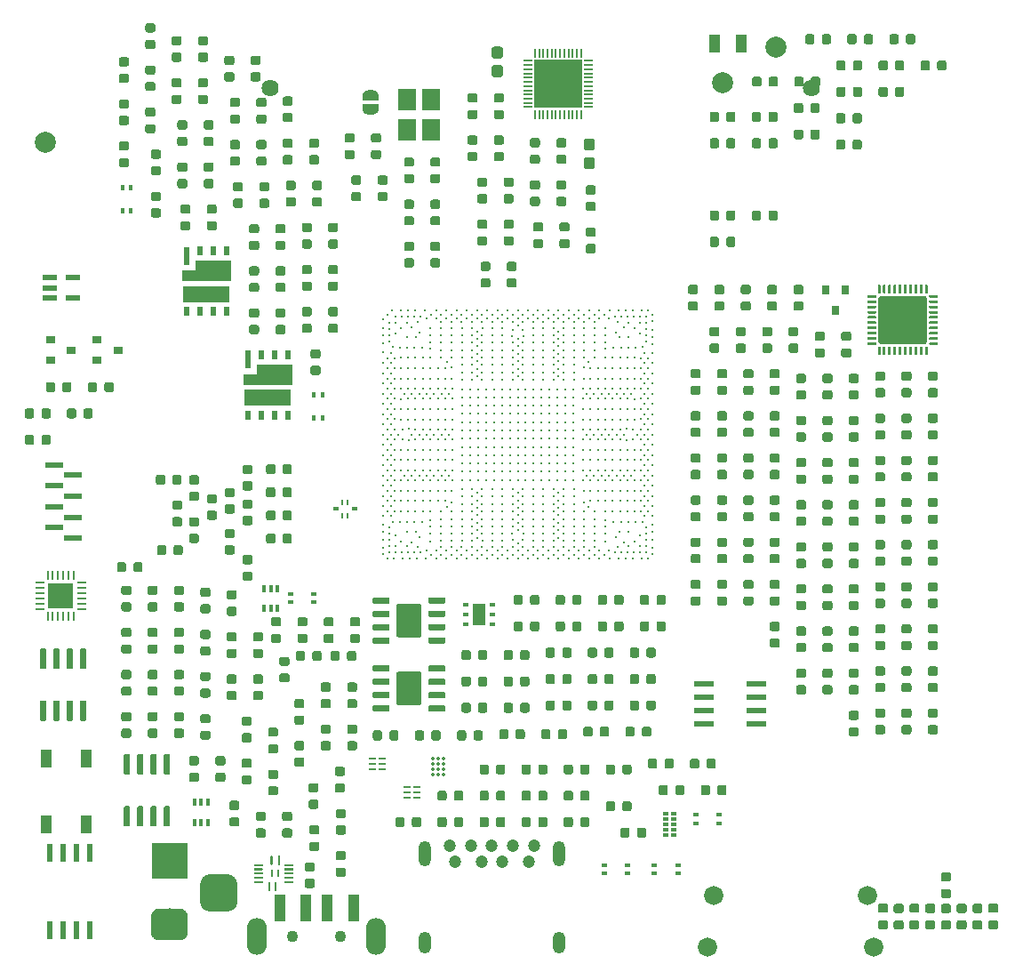
<source format=gbr>
G04 #@! TF.GenerationSoftware,KiCad,Pcbnew,5.1.4*
G04 #@! TF.CreationDate,2019-11-18T01:49:56-05:00*
G04 #@! TF.ProjectId,YellowCake,59656c6c-6f77-4436-916b-652e6b696361,rev?*
G04 #@! TF.SameCoordinates,Original*
G04 #@! TF.FileFunction,Soldermask,Top*
G04 #@! TF.FilePolarity,Negative*
%FSLAX46Y46*%
G04 Gerber Fmt 4.6, Leading zero omitted, Abs format (unit mm)*
G04 Created by KiCad (PCBNEW 5.1.4) date 2019-11-18 01:49:56*
%MOMM*%
%LPD*%
G04 APERTURE LIST*
%ADD10C,0.001000*%
%ADD11C,0.100000*%
%ADD12C,0.875000*%
%ADD13R,0.249936X0.579882*%
%ADD14R,0.630000X0.350000*%
%ADD15C,0.350000*%
%ADD16C,1.050000*%
%ADD17R,0.800000X0.900000*%
%ADD18R,0.400000X0.650000*%
%ADD19C,1.828800*%
%ADD20R,1.100000X2.500000*%
%ADD21O,1.900000X3.500000*%
%ADD22C,1.100000*%
%ADD23C,1.200000*%
%ADD24O,1.200000X2.400000*%
%ADD25O,1.200000X2.100000*%
%ADD26C,1.625600*%
%ADD27R,3.500000X3.500000*%
%ADD28C,3.000000*%
%ADD29C,3.500000*%
%ADD30R,0.604799X0.326400*%
%ADD31R,0.326400X0.604799*%
%ADD32R,1.000000X1.700000*%
%ADD33R,0.174000X0.807999*%
%ADD34R,0.807999X0.174000*%
%ADD35R,4.650001X4.650001*%
%ADD36C,4.600000*%
%ADD37C,0.250000*%
%ADD38R,0.762000X0.152400*%
%ADD39R,1.969999X0.568000*%
%ADD40R,0.550000X0.300000*%
%ADD41R,0.550000X0.400000*%
%ADD42R,0.200000X0.650000*%
%ADD43C,0.200000*%
%ADD44R,0.550000X1.750000*%
%ADD45C,0.600000*%
%ADD46R,1.840000X1.610000*%
%ADD47R,4.370000X1.580000*%
%ADD48R,0.560000X1.740000*%
%ADD49R,0.560000X0.810000*%
%ADD50C,2.400000*%
%ADD51R,0.609600X0.406400*%
%ADD52R,1.193800X2.006600*%
%ADD53R,0.900000X0.800000*%
%ADD54R,1.750000X0.600000*%
%ADD55R,0.850000X0.280000*%
%ADD56R,0.280000X0.850000*%
%ADD57R,2.450000X2.450000*%
%ADD58C,2.000000*%
%ADD59R,1.000000X1.800000*%
%ADD60C,0.500000*%
%ADD61R,1.800000X2.100000*%
%ADD62R,1.473200X0.558800*%
%ADD63C,0.335000*%
G04 APERTURE END LIST*
D10*
G36*
X127805001Y-71579999D02*
G01*
X127805001Y-73389999D01*
X123235001Y-73389999D01*
X123235001Y-72509999D01*
X124500001Y-72509999D01*
X124500001Y-71579999D01*
X127805001Y-71579999D01*
G37*
X127805001Y-71579999D02*
X127805001Y-73389999D01*
X123235001Y-73389999D01*
X123235001Y-72509999D01*
X124500001Y-72509999D01*
X124500001Y-71579999D01*
X127805001Y-71579999D01*
G36*
X121955001Y-61689999D02*
G01*
X121955001Y-63499999D01*
X117385001Y-63499999D01*
X117385001Y-62619999D01*
X118650001Y-62619999D01*
X118650001Y-61689999D01*
X121955001Y-61689999D01*
G37*
X121955001Y-61689999D02*
X121955001Y-63499999D01*
X117385001Y-63499999D01*
X117385001Y-62619999D01*
X118650001Y-62619999D01*
X118650001Y-61689999D01*
X121955001Y-61689999D01*
D11*
G36*
X122152691Y-84876053D02*
G01*
X122173926Y-84879203D01*
X122194750Y-84884419D01*
X122214962Y-84891651D01*
X122234368Y-84900830D01*
X122252781Y-84911866D01*
X122270024Y-84924654D01*
X122285930Y-84939070D01*
X122300346Y-84954976D01*
X122313134Y-84972219D01*
X122324170Y-84990632D01*
X122333349Y-85010038D01*
X122340581Y-85030250D01*
X122345797Y-85051074D01*
X122348947Y-85072309D01*
X122350000Y-85093750D01*
X122350000Y-85531250D01*
X122348947Y-85552691D01*
X122345797Y-85573926D01*
X122340581Y-85594750D01*
X122333349Y-85614962D01*
X122324170Y-85634368D01*
X122313134Y-85652781D01*
X122300346Y-85670024D01*
X122285930Y-85685930D01*
X122270024Y-85700346D01*
X122252781Y-85713134D01*
X122234368Y-85724170D01*
X122214962Y-85733349D01*
X122194750Y-85740581D01*
X122173926Y-85745797D01*
X122152691Y-85748947D01*
X122131250Y-85750000D01*
X121618750Y-85750000D01*
X121597309Y-85748947D01*
X121576074Y-85745797D01*
X121555250Y-85740581D01*
X121535038Y-85733349D01*
X121515632Y-85724170D01*
X121497219Y-85713134D01*
X121479976Y-85700346D01*
X121464070Y-85685930D01*
X121449654Y-85670024D01*
X121436866Y-85652781D01*
X121425830Y-85634368D01*
X121416651Y-85614962D01*
X121409419Y-85594750D01*
X121404203Y-85573926D01*
X121401053Y-85552691D01*
X121400000Y-85531250D01*
X121400000Y-85093750D01*
X121401053Y-85072309D01*
X121404203Y-85051074D01*
X121409419Y-85030250D01*
X121416651Y-85010038D01*
X121425830Y-84990632D01*
X121436866Y-84972219D01*
X121449654Y-84954976D01*
X121464070Y-84939070D01*
X121479976Y-84924654D01*
X121497219Y-84911866D01*
X121515632Y-84900830D01*
X121535038Y-84891651D01*
X121555250Y-84884419D01*
X121576074Y-84879203D01*
X121597309Y-84876053D01*
X121618750Y-84875000D01*
X122131250Y-84875000D01*
X122152691Y-84876053D01*
X122152691Y-84876053D01*
G37*
D12*
X121875000Y-85312500D03*
D11*
G36*
X122152691Y-83301053D02*
G01*
X122173926Y-83304203D01*
X122194750Y-83309419D01*
X122214962Y-83316651D01*
X122234368Y-83325830D01*
X122252781Y-83336866D01*
X122270024Y-83349654D01*
X122285930Y-83364070D01*
X122300346Y-83379976D01*
X122313134Y-83397219D01*
X122324170Y-83415632D01*
X122333349Y-83435038D01*
X122340581Y-83455250D01*
X122345797Y-83476074D01*
X122348947Y-83497309D01*
X122350000Y-83518750D01*
X122350000Y-83956250D01*
X122348947Y-83977691D01*
X122345797Y-83998926D01*
X122340581Y-84019750D01*
X122333349Y-84039962D01*
X122324170Y-84059368D01*
X122313134Y-84077781D01*
X122300346Y-84095024D01*
X122285930Y-84110930D01*
X122270024Y-84125346D01*
X122252781Y-84138134D01*
X122234368Y-84149170D01*
X122214962Y-84158349D01*
X122194750Y-84165581D01*
X122173926Y-84170797D01*
X122152691Y-84173947D01*
X122131250Y-84175000D01*
X121618750Y-84175000D01*
X121597309Y-84173947D01*
X121576074Y-84170797D01*
X121555250Y-84165581D01*
X121535038Y-84158349D01*
X121515632Y-84149170D01*
X121497219Y-84138134D01*
X121479976Y-84125346D01*
X121464070Y-84110930D01*
X121449654Y-84095024D01*
X121436866Y-84077781D01*
X121425830Y-84059368D01*
X121416651Y-84039962D01*
X121409419Y-84019750D01*
X121404203Y-83998926D01*
X121401053Y-83977691D01*
X121400000Y-83956250D01*
X121400000Y-83518750D01*
X121401053Y-83497309D01*
X121404203Y-83476074D01*
X121409419Y-83455250D01*
X121416651Y-83435038D01*
X121425830Y-83415632D01*
X121436866Y-83397219D01*
X121449654Y-83379976D01*
X121464070Y-83364070D01*
X121479976Y-83349654D01*
X121497219Y-83336866D01*
X121515632Y-83325830D01*
X121535038Y-83316651D01*
X121555250Y-83309419D01*
X121576074Y-83304203D01*
X121597309Y-83301053D01*
X121618750Y-83300000D01*
X122131250Y-83300000D01*
X122152691Y-83301053D01*
X122152691Y-83301053D01*
G37*
D12*
X121875000Y-83737500D03*
D11*
G36*
X126027691Y-85451053D02*
G01*
X126048926Y-85454203D01*
X126069750Y-85459419D01*
X126089962Y-85466651D01*
X126109368Y-85475830D01*
X126127781Y-85486866D01*
X126145024Y-85499654D01*
X126160930Y-85514070D01*
X126175346Y-85529976D01*
X126188134Y-85547219D01*
X126199170Y-85565632D01*
X126208349Y-85585038D01*
X126215581Y-85605250D01*
X126220797Y-85626074D01*
X126223947Y-85647309D01*
X126225000Y-85668750D01*
X126225000Y-86181250D01*
X126223947Y-86202691D01*
X126220797Y-86223926D01*
X126215581Y-86244750D01*
X126208349Y-86264962D01*
X126199170Y-86284368D01*
X126188134Y-86302781D01*
X126175346Y-86320024D01*
X126160930Y-86335930D01*
X126145024Y-86350346D01*
X126127781Y-86363134D01*
X126109368Y-86374170D01*
X126089962Y-86383349D01*
X126069750Y-86390581D01*
X126048926Y-86395797D01*
X126027691Y-86398947D01*
X126006250Y-86400000D01*
X125568750Y-86400000D01*
X125547309Y-86398947D01*
X125526074Y-86395797D01*
X125505250Y-86390581D01*
X125485038Y-86383349D01*
X125465632Y-86374170D01*
X125447219Y-86363134D01*
X125429976Y-86350346D01*
X125414070Y-86335930D01*
X125399654Y-86320024D01*
X125386866Y-86302781D01*
X125375830Y-86284368D01*
X125366651Y-86264962D01*
X125359419Y-86244750D01*
X125354203Y-86223926D01*
X125351053Y-86202691D01*
X125350000Y-86181250D01*
X125350000Y-85668750D01*
X125351053Y-85647309D01*
X125354203Y-85626074D01*
X125359419Y-85605250D01*
X125366651Y-85585038D01*
X125375830Y-85565632D01*
X125386866Y-85547219D01*
X125399654Y-85529976D01*
X125414070Y-85514070D01*
X125429976Y-85499654D01*
X125447219Y-85486866D01*
X125465632Y-85475830D01*
X125485038Y-85466651D01*
X125505250Y-85459419D01*
X125526074Y-85454203D01*
X125547309Y-85451053D01*
X125568750Y-85450000D01*
X126006250Y-85450000D01*
X126027691Y-85451053D01*
X126027691Y-85451053D01*
G37*
D12*
X125787500Y-85925000D03*
D11*
G36*
X127602691Y-85451053D02*
G01*
X127623926Y-85454203D01*
X127644750Y-85459419D01*
X127664962Y-85466651D01*
X127684368Y-85475830D01*
X127702781Y-85486866D01*
X127720024Y-85499654D01*
X127735930Y-85514070D01*
X127750346Y-85529976D01*
X127763134Y-85547219D01*
X127774170Y-85565632D01*
X127783349Y-85585038D01*
X127790581Y-85605250D01*
X127795797Y-85626074D01*
X127798947Y-85647309D01*
X127800000Y-85668750D01*
X127800000Y-86181250D01*
X127798947Y-86202691D01*
X127795797Y-86223926D01*
X127790581Y-86244750D01*
X127783349Y-86264962D01*
X127774170Y-86284368D01*
X127763134Y-86302781D01*
X127750346Y-86320024D01*
X127735930Y-86335930D01*
X127720024Y-86350346D01*
X127702781Y-86363134D01*
X127684368Y-86374170D01*
X127664962Y-86383349D01*
X127644750Y-86390581D01*
X127623926Y-86395797D01*
X127602691Y-86398947D01*
X127581250Y-86400000D01*
X127143750Y-86400000D01*
X127122309Y-86398947D01*
X127101074Y-86395797D01*
X127080250Y-86390581D01*
X127060038Y-86383349D01*
X127040632Y-86374170D01*
X127022219Y-86363134D01*
X127004976Y-86350346D01*
X126989070Y-86335930D01*
X126974654Y-86320024D01*
X126961866Y-86302781D01*
X126950830Y-86284368D01*
X126941651Y-86264962D01*
X126934419Y-86244750D01*
X126929203Y-86223926D01*
X126926053Y-86202691D01*
X126925000Y-86181250D01*
X126925000Y-85668750D01*
X126926053Y-85647309D01*
X126929203Y-85626074D01*
X126934419Y-85605250D01*
X126941651Y-85585038D01*
X126950830Y-85565632D01*
X126961866Y-85547219D01*
X126974654Y-85529976D01*
X126989070Y-85514070D01*
X127004976Y-85499654D01*
X127022219Y-85486866D01*
X127040632Y-85475830D01*
X127060038Y-85466651D01*
X127080250Y-85459419D01*
X127101074Y-85454203D01*
X127122309Y-85451053D01*
X127143750Y-85450000D01*
X127581250Y-85450000D01*
X127602691Y-85451053D01*
X127602691Y-85451053D01*
G37*
D12*
X127362500Y-85925000D03*
D11*
G36*
X118752691Y-82101053D02*
G01*
X118773926Y-82104203D01*
X118794750Y-82109419D01*
X118814962Y-82116651D01*
X118834368Y-82125830D01*
X118852781Y-82136866D01*
X118870024Y-82149654D01*
X118885930Y-82164070D01*
X118900346Y-82179976D01*
X118913134Y-82197219D01*
X118924170Y-82215632D01*
X118933349Y-82235038D01*
X118940581Y-82255250D01*
X118945797Y-82276074D01*
X118948947Y-82297309D01*
X118950000Y-82318750D01*
X118950000Y-82756250D01*
X118948947Y-82777691D01*
X118945797Y-82798926D01*
X118940581Y-82819750D01*
X118933349Y-82839962D01*
X118924170Y-82859368D01*
X118913134Y-82877781D01*
X118900346Y-82895024D01*
X118885930Y-82910930D01*
X118870024Y-82925346D01*
X118852781Y-82938134D01*
X118834368Y-82949170D01*
X118814962Y-82958349D01*
X118794750Y-82965581D01*
X118773926Y-82970797D01*
X118752691Y-82973947D01*
X118731250Y-82975000D01*
X118218750Y-82975000D01*
X118197309Y-82973947D01*
X118176074Y-82970797D01*
X118155250Y-82965581D01*
X118135038Y-82958349D01*
X118115632Y-82949170D01*
X118097219Y-82938134D01*
X118079976Y-82925346D01*
X118064070Y-82910930D01*
X118049654Y-82895024D01*
X118036866Y-82877781D01*
X118025830Y-82859368D01*
X118016651Y-82839962D01*
X118009419Y-82819750D01*
X118004203Y-82798926D01*
X118001053Y-82777691D01*
X118000000Y-82756250D01*
X118000000Y-82318750D01*
X118001053Y-82297309D01*
X118004203Y-82276074D01*
X118009419Y-82255250D01*
X118016651Y-82235038D01*
X118025830Y-82215632D01*
X118036866Y-82197219D01*
X118049654Y-82179976D01*
X118064070Y-82164070D01*
X118079976Y-82149654D01*
X118097219Y-82136866D01*
X118115632Y-82125830D01*
X118135038Y-82116651D01*
X118155250Y-82109419D01*
X118176074Y-82104203D01*
X118197309Y-82101053D01*
X118218750Y-82100000D01*
X118731250Y-82100000D01*
X118752691Y-82101053D01*
X118752691Y-82101053D01*
G37*
D12*
X118475000Y-82537500D03*
D11*
G36*
X118752691Y-83676053D02*
G01*
X118773926Y-83679203D01*
X118794750Y-83684419D01*
X118814962Y-83691651D01*
X118834368Y-83700830D01*
X118852781Y-83711866D01*
X118870024Y-83724654D01*
X118885930Y-83739070D01*
X118900346Y-83754976D01*
X118913134Y-83772219D01*
X118924170Y-83790632D01*
X118933349Y-83810038D01*
X118940581Y-83830250D01*
X118945797Y-83851074D01*
X118948947Y-83872309D01*
X118950000Y-83893750D01*
X118950000Y-84331250D01*
X118948947Y-84352691D01*
X118945797Y-84373926D01*
X118940581Y-84394750D01*
X118933349Y-84414962D01*
X118924170Y-84434368D01*
X118913134Y-84452781D01*
X118900346Y-84470024D01*
X118885930Y-84485930D01*
X118870024Y-84500346D01*
X118852781Y-84513134D01*
X118834368Y-84524170D01*
X118814962Y-84533349D01*
X118794750Y-84540581D01*
X118773926Y-84545797D01*
X118752691Y-84548947D01*
X118731250Y-84550000D01*
X118218750Y-84550000D01*
X118197309Y-84548947D01*
X118176074Y-84545797D01*
X118155250Y-84540581D01*
X118135038Y-84533349D01*
X118115632Y-84524170D01*
X118097219Y-84513134D01*
X118079976Y-84500346D01*
X118064070Y-84485930D01*
X118049654Y-84470024D01*
X118036866Y-84452781D01*
X118025830Y-84434368D01*
X118016651Y-84414962D01*
X118009419Y-84394750D01*
X118004203Y-84373926D01*
X118001053Y-84352691D01*
X118000000Y-84331250D01*
X118000000Y-83893750D01*
X118001053Y-83872309D01*
X118004203Y-83851074D01*
X118009419Y-83830250D01*
X118016651Y-83810038D01*
X118025830Y-83790632D01*
X118036866Y-83772219D01*
X118049654Y-83754976D01*
X118064070Y-83739070D01*
X118079976Y-83724654D01*
X118097219Y-83711866D01*
X118115632Y-83700830D01*
X118135038Y-83691651D01*
X118155250Y-83684419D01*
X118176074Y-83679203D01*
X118197309Y-83676053D01*
X118218750Y-83675000D01*
X118731250Y-83675000D01*
X118752691Y-83676053D01*
X118752691Y-83676053D01*
G37*
D12*
X118475000Y-84112500D03*
D11*
G36*
X122152691Y-88776053D02*
G01*
X122173926Y-88779203D01*
X122194750Y-88784419D01*
X122214962Y-88791651D01*
X122234368Y-88800830D01*
X122252781Y-88811866D01*
X122270024Y-88824654D01*
X122285930Y-88839070D01*
X122300346Y-88854976D01*
X122313134Y-88872219D01*
X122324170Y-88890632D01*
X122333349Y-88910038D01*
X122340581Y-88930250D01*
X122345797Y-88951074D01*
X122348947Y-88972309D01*
X122350000Y-88993750D01*
X122350000Y-89431250D01*
X122348947Y-89452691D01*
X122345797Y-89473926D01*
X122340581Y-89494750D01*
X122333349Y-89514962D01*
X122324170Y-89534368D01*
X122313134Y-89552781D01*
X122300346Y-89570024D01*
X122285930Y-89585930D01*
X122270024Y-89600346D01*
X122252781Y-89613134D01*
X122234368Y-89624170D01*
X122214962Y-89633349D01*
X122194750Y-89640581D01*
X122173926Y-89645797D01*
X122152691Y-89648947D01*
X122131250Y-89650000D01*
X121618750Y-89650000D01*
X121597309Y-89648947D01*
X121576074Y-89645797D01*
X121555250Y-89640581D01*
X121535038Y-89633349D01*
X121515632Y-89624170D01*
X121497219Y-89613134D01*
X121479976Y-89600346D01*
X121464070Y-89585930D01*
X121449654Y-89570024D01*
X121436866Y-89552781D01*
X121425830Y-89534368D01*
X121416651Y-89514962D01*
X121409419Y-89494750D01*
X121404203Y-89473926D01*
X121401053Y-89452691D01*
X121400000Y-89431250D01*
X121400000Y-88993750D01*
X121401053Y-88972309D01*
X121404203Y-88951074D01*
X121409419Y-88930250D01*
X121416651Y-88910038D01*
X121425830Y-88890632D01*
X121436866Y-88872219D01*
X121449654Y-88854976D01*
X121464070Y-88839070D01*
X121479976Y-88824654D01*
X121497219Y-88811866D01*
X121515632Y-88800830D01*
X121535038Y-88791651D01*
X121555250Y-88784419D01*
X121576074Y-88779203D01*
X121597309Y-88776053D01*
X121618750Y-88775000D01*
X122131250Y-88775000D01*
X122152691Y-88776053D01*
X122152691Y-88776053D01*
G37*
D12*
X121875000Y-89212500D03*
D11*
G36*
X122152691Y-87201053D02*
G01*
X122173926Y-87204203D01*
X122194750Y-87209419D01*
X122214962Y-87216651D01*
X122234368Y-87225830D01*
X122252781Y-87236866D01*
X122270024Y-87249654D01*
X122285930Y-87264070D01*
X122300346Y-87279976D01*
X122313134Y-87297219D01*
X122324170Y-87315632D01*
X122333349Y-87335038D01*
X122340581Y-87355250D01*
X122345797Y-87376074D01*
X122348947Y-87397309D01*
X122350000Y-87418750D01*
X122350000Y-87856250D01*
X122348947Y-87877691D01*
X122345797Y-87898926D01*
X122340581Y-87919750D01*
X122333349Y-87939962D01*
X122324170Y-87959368D01*
X122313134Y-87977781D01*
X122300346Y-87995024D01*
X122285930Y-88010930D01*
X122270024Y-88025346D01*
X122252781Y-88038134D01*
X122234368Y-88049170D01*
X122214962Y-88058349D01*
X122194750Y-88065581D01*
X122173926Y-88070797D01*
X122152691Y-88073947D01*
X122131250Y-88075000D01*
X121618750Y-88075000D01*
X121597309Y-88073947D01*
X121576074Y-88070797D01*
X121555250Y-88065581D01*
X121535038Y-88058349D01*
X121515632Y-88049170D01*
X121497219Y-88038134D01*
X121479976Y-88025346D01*
X121464070Y-88010930D01*
X121449654Y-87995024D01*
X121436866Y-87977781D01*
X121425830Y-87959368D01*
X121416651Y-87939962D01*
X121409419Y-87919750D01*
X121404203Y-87898926D01*
X121401053Y-87877691D01*
X121400000Y-87856250D01*
X121400000Y-87418750D01*
X121401053Y-87397309D01*
X121404203Y-87376074D01*
X121409419Y-87355250D01*
X121416651Y-87335038D01*
X121425830Y-87315632D01*
X121436866Y-87297219D01*
X121449654Y-87279976D01*
X121464070Y-87264070D01*
X121479976Y-87249654D01*
X121497219Y-87236866D01*
X121515632Y-87225830D01*
X121535038Y-87216651D01*
X121555250Y-87209419D01*
X121576074Y-87204203D01*
X121597309Y-87201053D01*
X121618750Y-87200000D01*
X122131250Y-87200000D01*
X122152691Y-87201053D01*
X122152691Y-87201053D01*
G37*
D12*
X121875000Y-87637500D03*
D11*
G36*
X123852691Y-89701053D02*
G01*
X123873926Y-89704203D01*
X123894750Y-89709419D01*
X123914962Y-89716651D01*
X123934368Y-89725830D01*
X123952781Y-89736866D01*
X123970024Y-89749654D01*
X123985930Y-89764070D01*
X124000346Y-89779976D01*
X124013134Y-89797219D01*
X124024170Y-89815632D01*
X124033349Y-89835038D01*
X124040581Y-89855250D01*
X124045797Y-89876074D01*
X124048947Y-89897309D01*
X124050000Y-89918750D01*
X124050000Y-90356250D01*
X124048947Y-90377691D01*
X124045797Y-90398926D01*
X124040581Y-90419750D01*
X124033349Y-90439962D01*
X124024170Y-90459368D01*
X124013134Y-90477781D01*
X124000346Y-90495024D01*
X123985930Y-90510930D01*
X123970024Y-90525346D01*
X123952781Y-90538134D01*
X123934368Y-90549170D01*
X123914962Y-90558349D01*
X123894750Y-90565581D01*
X123873926Y-90570797D01*
X123852691Y-90573947D01*
X123831250Y-90575000D01*
X123318750Y-90575000D01*
X123297309Y-90573947D01*
X123276074Y-90570797D01*
X123255250Y-90565581D01*
X123235038Y-90558349D01*
X123215632Y-90549170D01*
X123197219Y-90538134D01*
X123179976Y-90525346D01*
X123164070Y-90510930D01*
X123149654Y-90495024D01*
X123136866Y-90477781D01*
X123125830Y-90459368D01*
X123116651Y-90439962D01*
X123109419Y-90419750D01*
X123104203Y-90398926D01*
X123101053Y-90377691D01*
X123100000Y-90356250D01*
X123100000Y-89918750D01*
X123101053Y-89897309D01*
X123104203Y-89876074D01*
X123109419Y-89855250D01*
X123116651Y-89835038D01*
X123125830Y-89815632D01*
X123136866Y-89797219D01*
X123149654Y-89779976D01*
X123164070Y-89764070D01*
X123179976Y-89749654D01*
X123197219Y-89736866D01*
X123215632Y-89725830D01*
X123235038Y-89716651D01*
X123255250Y-89709419D01*
X123276074Y-89704203D01*
X123297309Y-89701053D01*
X123318750Y-89700000D01*
X123831250Y-89700000D01*
X123852691Y-89701053D01*
X123852691Y-89701053D01*
G37*
D12*
X123575000Y-90137500D03*
D11*
G36*
X123852691Y-91276053D02*
G01*
X123873926Y-91279203D01*
X123894750Y-91284419D01*
X123914962Y-91291651D01*
X123934368Y-91300830D01*
X123952781Y-91311866D01*
X123970024Y-91324654D01*
X123985930Y-91339070D01*
X124000346Y-91354976D01*
X124013134Y-91372219D01*
X124024170Y-91390632D01*
X124033349Y-91410038D01*
X124040581Y-91430250D01*
X124045797Y-91451074D01*
X124048947Y-91472309D01*
X124050000Y-91493750D01*
X124050000Y-91931250D01*
X124048947Y-91952691D01*
X124045797Y-91973926D01*
X124040581Y-91994750D01*
X124033349Y-92014962D01*
X124024170Y-92034368D01*
X124013134Y-92052781D01*
X124000346Y-92070024D01*
X123985930Y-92085930D01*
X123970024Y-92100346D01*
X123952781Y-92113134D01*
X123934368Y-92124170D01*
X123914962Y-92133349D01*
X123894750Y-92140581D01*
X123873926Y-92145797D01*
X123852691Y-92148947D01*
X123831250Y-92150000D01*
X123318750Y-92150000D01*
X123297309Y-92148947D01*
X123276074Y-92145797D01*
X123255250Y-92140581D01*
X123235038Y-92133349D01*
X123215632Y-92124170D01*
X123197219Y-92113134D01*
X123179976Y-92100346D01*
X123164070Y-92085930D01*
X123149654Y-92070024D01*
X123136866Y-92052781D01*
X123125830Y-92034368D01*
X123116651Y-92014962D01*
X123109419Y-91994750D01*
X123104203Y-91973926D01*
X123101053Y-91952691D01*
X123100000Y-91931250D01*
X123100000Y-91493750D01*
X123101053Y-91472309D01*
X123104203Y-91451074D01*
X123109419Y-91430250D01*
X123116651Y-91410038D01*
X123125830Y-91390632D01*
X123136866Y-91372219D01*
X123149654Y-91354976D01*
X123164070Y-91339070D01*
X123179976Y-91324654D01*
X123197219Y-91311866D01*
X123215632Y-91300830D01*
X123235038Y-91291651D01*
X123255250Y-91284419D01*
X123276074Y-91279203D01*
X123297309Y-91276053D01*
X123318750Y-91275000D01*
X123831250Y-91275000D01*
X123852691Y-91276053D01*
X123852691Y-91276053D01*
G37*
D12*
X123575000Y-91712500D03*
D11*
G36*
X141742690Y-61446054D02*
G01*
X141763925Y-61449204D01*
X141784749Y-61454420D01*
X141804961Y-61461652D01*
X141824367Y-61470831D01*
X141842780Y-61481867D01*
X141860023Y-61494655D01*
X141875929Y-61509071D01*
X141890345Y-61524977D01*
X141903133Y-61542220D01*
X141914169Y-61560633D01*
X141923348Y-61580039D01*
X141930580Y-61600251D01*
X141935796Y-61621075D01*
X141938946Y-61642310D01*
X141939999Y-61663751D01*
X141939999Y-62101251D01*
X141938946Y-62122692D01*
X141935796Y-62143927D01*
X141930580Y-62164751D01*
X141923348Y-62184963D01*
X141914169Y-62204369D01*
X141903133Y-62222782D01*
X141890345Y-62240025D01*
X141875929Y-62255931D01*
X141860023Y-62270347D01*
X141842780Y-62283135D01*
X141824367Y-62294171D01*
X141804961Y-62303350D01*
X141784749Y-62310582D01*
X141763925Y-62315798D01*
X141742690Y-62318948D01*
X141721249Y-62320001D01*
X141208749Y-62320001D01*
X141187308Y-62318948D01*
X141166073Y-62315798D01*
X141145249Y-62310582D01*
X141125037Y-62303350D01*
X141105631Y-62294171D01*
X141087218Y-62283135D01*
X141069975Y-62270347D01*
X141054069Y-62255931D01*
X141039653Y-62240025D01*
X141026865Y-62222782D01*
X141015829Y-62204369D01*
X141006650Y-62184963D01*
X140999418Y-62164751D01*
X140994202Y-62143927D01*
X140991052Y-62122692D01*
X140989999Y-62101251D01*
X140989999Y-61663751D01*
X140991052Y-61642310D01*
X140994202Y-61621075D01*
X140999418Y-61600251D01*
X141006650Y-61580039D01*
X141015829Y-61560633D01*
X141026865Y-61542220D01*
X141039653Y-61524977D01*
X141054069Y-61509071D01*
X141069975Y-61494655D01*
X141087218Y-61481867D01*
X141105631Y-61470831D01*
X141125037Y-61461652D01*
X141145249Y-61454420D01*
X141166073Y-61449204D01*
X141187308Y-61446054D01*
X141208749Y-61445001D01*
X141721249Y-61445001D01*
X141742690Y-61446054D01*
X141742690Y-61446054D01*
G37*
D12*
X141464999Y-61882501D03*
D11*
G36*
X141742690Y-59871054D02*
G01*
X141763925Y-59874204D01*
X141784749Y-59879420D01*
X141804961Y-59886652D01*
X141824367Y-59895831D01*
X141842780Y-59906867D01*
X141860023Y-59919655D01*
X141875929Y-59934071D01*
X141890345Y-59949977D01*
X141903133Y-59967220D01*
X141914169Y-59985633D01*
X141923348Y-60005039D01*
X141930580Y-60025251D01*
X141935796Y-60046075D01*
X141938946Y-60067310D01*
X141939999Y-60088751D01*
X141939999Y-60526251D01*
X141938946Y-60547692D01*
X141935796Y-60568927D01*
X141930580Y-60589751D01*
X141923348Y-60609963D01*
X141914169Y-60629369D01*
X141903133Y-60647782D01*
X141890345Y-60665025D01*
X141875929Y-60680931D01*
X141860023Y-60695347D01*
X141842780Y-60708135D01*
X141824367Y-60719171D01*
X141804961Y-60728350D01*
X141784749Y-60735582D01*
X141763925Y-60740798D01*
X141742690Y-60743948D01*
X141721249Y-60745001D01*
X141208749Y-60745001D01*
X141187308Y-60743948D01*
X141166073Y-60740798D01*
X141145249Y-60735582D01*
X141125037Y-60728350D01*
X141105631Y-60719171D01*
X141087218Y-60708135D01*
X141069975Y-60695347D01*
X141054069Y-60680931D01*
X141039653Y-60665025D01*
X141026865Y-60647782D01*
X141015829Y-60629369D01*
X141006650Y-60609963D01*
X140999418Y-60589751D01*
X140994202Y-60568927D01*
X140991052Y-60547692D01*
X140989999Y-60526251D01*
X140989999Y-60088751D01*
X140991052Y-60067310D01*
X140994202Y-60046075D01*
X140999418Y-60025251D01*
X141006650Y-60005039D01*
X141015829Y-59985633D01*
X141026865Y-59967220D01*
X141039653Y-59949977D01*
X141054069Y-59934071D01*
X141069975Y-59919655D01*
X141087218Y-59906867D01*
X141105631Y-59895831D01*
X141125037Y-59886652D01*
X141145249Y-59879420D01*
X141166073Y-59874204D01*
X141187308Y-59871054D01*
X141208749Y-59870001D01*
X141721249Y-59870001D01*
X141742690Y-59871054D01*
X141742690Y-59871054D01*
G37*
D12*
X141464999Y-60307501D03*
D11*
G36*
X127602691Y-87651053D02*
G01*
X127623926Y-87654203D01*
X127644750Y-87659419D01*
X127664962Y-87666651D01*
X127684368Y-87675830D01*
X127702781Y-87686866D01*
X127720024Y-87699654D01*
X127735930Y-87714070D01*
X127750346Y-87729976D01*
X127763134Y-87747219D01*
X127774170Y-87765632D01*
X127783349Y-87785038D01*
X127790581Y-87805250D01*
X127795797Y-87826074D01*
X127798947Y-87847309D01*
X127800000Y-87868750D01*
X127800000Y-88381250D01*
X127798947Y-88402691D01*
X127795797Y-88423926D01*
X127790581Y-88444750D01*
X127783349Y-88464962D01*
X127774170Y-88484368D01*
X127763134Y-88502781D01*
X127750346Y-88520024D01*
X127735930Y-88535930D01*
X127720024Y-88550346D01*
X127702781Y-88563134D01*
X127684368Y-88574170D01*
X127664962Y-88583349D01*
X127644750Y-88590581D01*
X127623926Y-88595797D01*
X127602691Y-88598947D01*
X127581250Y-88600000D01*
X127143750Y-88600000D01*
X127122309Y-88598947D01*
X127101074Y-88595797D01*
X127080250Y-88590581D01*
X127060038Y-88583349D01*
X127040632Y-88574170D01*
X127022219Y-88563134D01*
X127004976Y-88550346D01*
X126989070Y-88535930D01*
X126974654Y-88520024D01*
X126961866Y-88502781D01*
X126950830Y-88484368D01*
X126941651Y-88464962D01*
X126934419Y-88444750D01*
X126929203Y-88423926D01*
X126926053Y-88402691D01*
X126925000Y-88381250D01*
X126925000Y-87868750D01*
X126926053Y-87847309D01*
X126929203Y-87826074D01*
X126934419Y-87805250D01*
X126941651Y-87785038D01*
X126950830Y-87765632D01*
X126961866Y-87747219D01*
X126974654Y-87729976D01*
X126989070Y-87714070D01*
X127004976Y-87699654D01*
X127022219Y-87686866D01*
X127040632Y-87675830D01*
X127060038Y-87666651D01*
X127080250Y-87659419D01*
X127101074Y-87654203D01*
X127122309Y-87651053D01*
X127143750Y-87650000D01*
X127581250Y-87650000D01*
X127602691Y-87651053D01*
X127602691Y-87651053D01*
G37*
D12*
X127362500Y-88125000D03*
D11*
G36*
X126027691Y-87651053D02*
G01*
X126048926Y-87654203D01*
X126069750Y-87659419D01*
X126089962Y-87666651D01*
X126109368Y-87675830D01*
X126127781Y-87686866D01*
X126145024Y-87699654D01*
X126160930Y-87714070D01*
X126175346Y-87729976D01*
X126188134Y-87747219D01*
X126199170Y-87765632D01*
X126208349Y-87785038D01*
X126215581Y-87805250D01*
X126220797Y-87826074D01*
X126223947Y-87847309D01*
X126225000Y-87868750D01*
X126225000Y-88381250D01*
X126223947Y-88402691D01*
X126220797Y-88423926D01*
X126215581Y-88444750D01*
X126208349Y-88464962D01*
X126199170Y-88484368D01*
X126188134Y-88502781D01*
X126175346Y-88520024D01*
X126160930Y-88535930D01*
X126145024Y-88550346D01*
X126127781Y-88563134D01*
X126109368Y-88574170D01*
X126089962Y-88583349D01*
X126069750Y-88590581D01*
X126048926Y-88595797D01*
X126027691Y-88598947D01*
X126006250Y-88600000D01*
X125568750Y-88600000D01*
X125547309Y-88598947D01*
X125526074Y-88595797D01*
X125505250Y-88590581D01*
X125485038Y-88583349D01*
X125465632Y-88574170D01*
X125447219Y-88563134D01*
X125429976Y-88550346D01*
X125414070Y-88535930D01*
X125399654Y-88520024D01*
X125386866Y-88502781D01*
X125375830Y-88484368D01*
X125366651Y-88464962D01*
X125359419Y-88444750D01*
X125354203Y-88423926D01*
X125351053Y-88402691D01*
X125350000Y-88381250D01*
X125350000Y-87868750D01*
X125351053Y-87847309D01*
X125354203Y-87826074D01*
X125359419Y-87805250D01*
X125366651Y-87785038D01*
X125375830Y-87765632D01*
X125386866Y-87747219D01*
X125399654Y-87729976D01*
X125414070Y-87714070D01*
X125429976Y-87699654D01*
X125447219Y-87686866D01*
X125465632Y-87675830D01*
X125485038Y-87666651D01*
X125505250Y-87659419D01*
X125526074Y-87654203D01*
X125547309Y-87651053D01*
X125568750Y-87650000D01*
X126006250Y-87650000D01*
X126027691Y-87651053D01*
X126027691Y-87651053D01*
G37*
D12*
X125787500Y-88125000D03*
D11*
G36*
X118752691Y-86101053D02*
G01*
X118773926Y-86104203D01*
X118794750Y-86109419D01*
X118814962Y-86116651D01*
X118834368Y-86125830D01*
X118852781Y-86136866D01*
X118870024Y-86149654D01*
X118885930Y-86164070D01*
X118900346Y-86179976D01*
X118913134Y-86197219D01*
X118924170Y-86215632D01*
X118933349Y-86235038D01*
X118940581Y-86255250D01*
X118945797Y-86276074D01*
X118948947Y-86297309D01*
X118950000Y-86318750D01*
X118950000Y-86756250D01*
X118948947Y-86777691D01*
X118945797Y-86798926D01*
X118940581Y-86819750D01*
X118933349Y-86839962D01*
X118924170Y-86859368D01*
X118913134Y-86877781D01*
X118900346Y-86895024D01*
X118885930Y-86910930D01*
X118870024Y-86925346D01*
X118852781Y-86938134D01*
X118834368Y-86949170D01*
X118814962Y-86958349D01*
X118794750Y-86965581D01*
X118773926Y-86970797D01*
X118752691Y-86973947D01*
X118731250Y-86975000D01*
X118218750Y-86975000D01*
X118197309Y-86973947D01*
X118176074Y-86970797D01*
X118155250Y-86965581D01*
X118135038Y-86958349D01*
X118115632Y-86949170D01*
X118097219Y-86938134D01*
X118079976Y-86925346D01*
X118064070Y-86910930D01*
X118049654Y-86895024D01*
X118036866Y-86877781D01*
X118025830Y-86859368D01*
X118016651Y-86839962D01*
X118009419Y-86819750D01*
X118004203Y-86798926D01*
X118001053Y-86777691D01*
X118000000Y-86756250D01*
X118000000Y-86318750D01*
X118001053Y-86297309D01*
X118004203Y-86276074D01*
X118009419Y-86255250D01*
X118016651Y-86235038D01*
X118025830Y-86215632D01*
X118036866Y-86197219D01*
X118049654Y-86179976D01*
X118064070Y-86164070D01*
X118079976Y-86149654D01*
X118097219Y-86136866D01*
X118115632Y-86125830D01*
X118135038Y-86116651D01*
X118155250Y-86109419D01*
X118176074Y-86104203D01*
X118197309Y-86101053D01*
X118218750Y-86100000D01*
X118731250Y-86100000D01*
X118752691Y-86101053D01*
X118752691Y-86101053D01*
G37*
D12*
X118475000Y-86537500D03*
D11*
G36*
X118752691Y-87676053D02*
G01*
X118773926Y-87679203D01*
X118794750Y-87684419D01*
X118814962Y-87691651D01*
X118834368Y-87700830D01*
X118852781Y-87711866D01*
X118870024Y-87724654D01*
X118885930Y-87739070D01*
X118900346Y-87754976D01*
X118913134Y-87772219D01*
X118924170Y-87790632D01*
X118933349Y-87810038D01*
X118940581Y-87830250D01*
X118945797Y-87851074D01*
X118948947Y-87872309D01*
X118950000Y-87893750D01*
X118950000Y-88331250D01*
X118948947Y-88352691D01*
X118945797Y-88373926D01*
X118940581Y-88394750D01*
X118933349Y-88414962D01*
X118924170Y-88434368D01*
X118913134Y-88452781D01*
X118900346Y-88470024D01*
X118885930Y-88485930D01*
X118870024Y-88500346D01*
X118852781Y-88513134D01*
X118834368Y-88524170D01*
X118814962Y-88533349D01*
X118794750Y-88540581D01*
X118773926Y-88545797D01*
X118752691Y-88548947D01*
X118731250Y-88550000D01*
X118218750Y-88550000D01*
X118197309Y-88548947D01*
X118176074Y-88545797D01*
X118155250Y-88540581D01*
X118135038Y-88533349D01*
X118115632Y-88524170D01*
X118097219Y-88513134D01*
X118079976Y-88500346D01*
X118064070Y-88485930D01*
X118049654Y-88470024D01*
X118036866Y-88452781D01*
X118025830Y-88434368D01*
X118016651Y-88414962D01*
X118009419Y-88394750D01*
X118004203Y-88373926D01*
X118001053Y-88352691D01*
X118000000Y-88331250D01*
X118000000Y-87893750D01*
X118001053Y-87872309D01*
X118004203Y-87851074D01*
X118009419Y-87830250D01*
X118016651Y-87810038D01*
X118025830Y-87790632D01*
X118036866Y-87772219D01*
X118049654Y-87754976D01*
X118064070Y-87739070D01*
X118079976Y-87724654D01*
X118097219Y-87711866D01*
X118115632Y-87700830D01*
X118135038Y-87691651D01*
X118155250Y-87684419D01*
X118176074Y-87679203D01*
X118197309Y-87676053D01*
X118218750Y-87675000D01*
X118731250Y-87675000D01*
X118752691Y-87676053D01*
X118752691Y-87676053D01*
G37*
D12*
X118475000Y-88112500D03*
D11*
G36*
X115627691Y-88751053D02*
G01*
X115648926Y-88754203D01*
X115669750Y-88759419D01*
X115689962Y-88766651D01*
X115709368Y-88775830D01*
X115727781Y-88786866D01*
X115745024Y-88799654D01*
X115760930Y-88814070D01*
X115775346Y-88829976D01*
X115788134Y-88847219D01*
X115799170Y-88865632D01*
X115808349Y-88885038D01*
X115815581Y-88905250D01*
X115820797Y-88926074D01*
X115823947Y-88947309D01*
X115825000Y-88968750D01*
X115825000Y-89481250D01*
X115823947Y-89502691D01*
X115820797Y-89523926D01*
X115815581Y-89544750D01*
X115808349Y-89564962D01*
X115799170Y-89584368D01*
X115788134Y-89602781D01*
X115775346Y-89620024D01*
X115760930Y-89635930D01*
X115745024Y-89650346D01*
X115727781Y-89663134D01*
X115709368Y-89674170D01*
X115689962Y-89683349D01*
X115669750Y-89690581D01*
X115648926Y-89695797D01*
X115627691Y-89698947D01*
X115606250Y-89700000D01*
X115168750Y-89700000D01*
X115147309Y-89698947D01*
X115126074Y-89695797D01*
X115105250Y-89690581D01*
X115085038Y-89683349D01*
X115065632Y-89674170D01*
X115047219Y-89663134D01*
X115029976Y-89650346D01*
X115014070Y-89635930D01*
X114999654Y-89620024D01*
X114986866Y-89602781D01*
X114975830Y-89584368D01*
X114966651Y-89564962D01*
X114959419Y-89544750D01*
X114954203Y-89523926D01*
X114951053Y-89502691D01*
X114950000Y-89481250D01*
X114950000Y-88968750D01*
X114951053Y-88947309D01*
X114954203Y-88926074D01*
X114959419Y-88905250D01*
X114966651Y-88885038D01*
X114975830Y-88865632D01*
X114986866Y-88847219D01*
X114999654Y-88829976D01*
X115014070Y-88814070D01*
X115029976Y-88799654D01*
X115047219Y-88786866D01*
X115065632Y-88775830D01*
X115085038Y-88766651D01*
X115105250Y-88759419D01*
X115126074Y-88754203D01*
X115147309Y-88751053D01*
X115168750Y-88750000D01*
X115606250Y-88750000D01*
X115627691Y-88751053D01*
X115627691Y-88751053D01*
G37*
D12*
X115387500Y-89225000D03*
D11*
G36*
X117202691Y-88751053D02*
G01*
X117223926Y-88754203D01*
X117244750Y-88759419D01*
X117264962Y-88766651D01*
X117284368Y-88775830D01*
X117302781Y-88786866D01*
X117320024Y-88799654D01*
X117335930Y-88814070D01*
X117350346Y-88829976D01*
X117363134Y-88847219D01*
X117374170Y-88865632D01*
X117383349Y-88885038D01*
X117390581Y-88905250D01*
X117395797Y-88926074D01*
X117398947Y-88947309D01*
X117400000Y-88968750D01*
X117400000Y-89481250D01*
X117398947Y-89502691D01*
X117395797Y-89523926D01*
X117390581Y-89544750D01*
X117383349Y-89564962D01*
X117374170Y-89584368D01*
X117363134Y-89602781D01*
X117350346Y-89620024D01*
X117335930Y-89635930D01*
X117320024Y-89650346D01*
X117302781Y-89663134D01*
X117284368Y-89674170D01*
X117264962Y-89683349D01*
X117244750Y-89690581D01*
X117223926Y-89695797D01*
X117202691Y-89698947D01*
X117181250Y-89700000D01*
X116743750Y-89700000D01*
X116722309Y-89698947D01*
X116701074Y-89695797D01*
X116680250Y-89690581D01*
X116660038Y-89683349D01*
X116640632Y-89674170D01*
X116622219Y-89663134D01*
X116604976Y-89650346D01*
X116589070Y-89635930D01*
X116574654Y-89620024D01*
X116561866Y-89602781D01*
X116550830Y-89584368D01*
X116541651Y-89564962D01*
X116534419Y-89544750D01*
X116529203Y-89523926D01*
X116526053Y-89502691D01*
X116525000Y-89481250D01*
X116525000Y-88968750D01*
X116526053Y-88947309D01*
X116529203Y-88926074D01*
X116534419Y-88905250D01*
X116541651Y-88885038D01*
X116550830Y-88865632D01*
X116561866Y-88847219D01*
X116574654Y-88829976D01*
X116589070Y-88814070D01*
X116604976Y-88799654D01*
X116622219Y-88786866D01*
X116640632Y-88775830D01*
X116660038Y-88766651D01*
X116680250Y-88759419D01*
X116701074Y-88754203D01*
X116722309Y-88751053D01*
X116743750Y-88750000D01*
X117181250Y-88750000D01*
X117202691Y-88751053D01*
X117202691Y-88751053D01*
G37*
D12*
X116962500Y-89225000D03*
D11*
G36*
X141742690Y-57436054D02*
G01*
X141763925Y-57439204D01*
X141784749Y-57444420D01*
X141804961Y-57451652D01*
X141824367Y-57460831D01*
X141842780Y-57471867D01*
X141860023Y-57484655D01*
X141875929Y-57499071D01*
X141890345Y-57514977D01*
X141903133Y-57532220D01*
X141914169Y-57550633D01*
X141923348Y-57570039D01*
X141930580Y-57590251D01*
X141935796Y-57611075D01*
X141938946Y-57632310D01*
X141939999Y-57653751D01*
X141939999Y-58091251D01*
X141938946Y-58112692D01*
X141935796Y-58133927D01*
X141930580Y-58154751D01*
X141923348Y-58174963D01*
X141914169Y-58194369D01*
X141903133Y-58212782D01*
X141890345Y-58230025D01*
X141875929Y-58245931D01*
X141860023Y-58260347D01*
X141842780Y-58273135D01*
X141824367Y-58284171D01*
X141804961Y-58293350D01*
X141784749Y-58300582D01*
X141763925Y-58305798D01*
X141742690Y-58308948D01*
X141721249Y-58310001D01*
X141208749Y-58310001D01*
X141187308Y-58308948D01*
X141166073Y-58305798D01*
X141145249Y-58300582D01*
X141125037Y-58293350D01*
X141105631Y-58284171D01*
X141087218Y-58273135D01*
X141069975Y-58260347D01*
X141054069Y-58245931D01*
X141039653Y-58230025D01*
X141026865Y-58212782D01*
X141015829Y-58194369D01*
X141006650Y-58174963D01*
X140999418Y-58154751D01*
X140994202Y-58133927D01*
X140991052Y-58112692D01*
X140989999Y-58091251D01*
X140989999Y-57653751D01*
X140991052Y-57632310D01*
X140994202Y-57611075D01*
X140999418Y-57590251D01*
X141006650Y-57570039D01*
X141015829Y-57550633D01*
X141026865Y-57532220D01*
X141039653Y-57514977D01*
X141054069Y-57499071D01*
X141069975Y-57484655D01*
X141087218Y-57471867D01*
X141105631Y-57460831D01*
X141125037Y-57451652D01*
X141145249Y-57444420D01*
X141166073Y-57439204D01*
X141187308Y-57436054D01*
X141208749Y-57435001D01*
X141721249Y-57435001D01*
X141742690Y-57436054D01*
X141742690Y-57436054D01*
G37*
D12*
X141464999Y-57872501D03*
D11*
G36*
X141742690Y-55861054D02*
G01*
X141763925Y-55864204D01*
X141784749Y-55869420D01*
X141804961Y-55876652D01*
X141824367Y-55885831D01*
X141842780Y-55896867D01*
X141860023Y-55909655D01*
X141875929Y-55924071D01*
X141890345Y-55939977D01*
X141903133Y-55957220D01*
X141914169Y-55975633D01*
X141923348Y-55995039D01*
X141930580Y-56015251D01*
X141935796Y-56036075D01*
X141938946Y-56057310D01*
X141939999Y-56078751D01*
X141939999Y-56516251D01*
X141938946Y-56537692D01*
X141935796Y-56558927D01*
X141930580Y-56579751D01*
X141923348Y-56599963D01*
X141914169Y-56619369D01*
X141903133Y-56637782D01*
X141890345Y-56655025D01*
X141875929Y-56670931D01*
X141860023Y-56685347D01*
X141842780Y-56698135D01*
X141824367Y-56709171D01*
X141804961Y-56718350D01*
X141784749Y-56725582D01*
X141763925Y-56730798D01*
X141742690Y-56733948D01*
X141721249Y-56735001D01*
X141208749Y-56735001D01*
X141187308Y-56733948D01*
X141166073Y-56730798D01*
X141145249Y-56725582D01*
X141125037Y-56718350D01*
X141105631Y-56709171D01*
X141087218Y-56698135D01*
X141069975Y-56685347D01*
X141054069Y-56670931D01*
X141039653Y-56655025D01*
X141026865Y-56637782D01*
X141015829Y-56619369D01*
X141006650Y-56599963D01*
X140999418Y-56579751D01*
X140994202Y-56558927D01*
X140991052Y-56537692D01*
X140989999Y-56516251D01*
X140989999Y-56078751D01*
X140991052Y-56057310D01*
X140994202Y-56036075D01*
X140999418Y-56015251D01*
X141006650Y-55995039D01*
X141015829Y-55975633D01*
X141026865Y-55957220D01*
X141039653Y-55939977D01*
X141054069Y-55924071D01*
X141069975Y-55909655D01*
X141087218Y-55896867D01*
X141105631Y-55885831D01*
X141125037Y-55876652D01*
X141145249Y-55869420D01*
X141166073Y-55864204D01*
X141187308Y-55861054D01*
X141208749Y-55860001D01*
X141721249Y-55860001D01*
X141742690Y-55861054D01*
X141742690Y-55861054D01*
G37*
D12*
X141464999Y-56297501D03*
D13*
X132625000Y-84690000D03*
X133125000Y-84690000D03*
D14*
X133735001Y-85325000D03*
D13*
X133125000Y-85960000D03*
X132625000Y-85960000D03*
D14*
X132014999Y-85325000D03*
D11*
G36*
X123852691Y-84401053D02*
G01*
X123873926Y-84404203D01*
X123894750Y-84409419D01*
X123914962Y-84416651D01*
X123934368Y-84425830D01*
X123952781Y-84436866D01*
X123970024Y-84449654D01*
X123985930Y-84464070D01*
X124000346Y-84479976D01*
X124013134Y-84497219D01*
X124024170Y-84515632D01*
X124033349Y-84535038D01*
X124040581Y-84555250D01*
X124045797Y-84576074D01*
X124048947Y-84597309D01*
X124050000Y-84618750D01*
X124050000Y-85056250D01*
X124048947Y-85077691D01*
X124045797Y-85098926D01*
X124040581Y-85119750D01*
X124033349Y-85139962D01*
X124024170Y-85159368D01*
X124013134Y-85177781D01*
X124000346Y-85195024D01*
X123985930Y-85210930D01*
X123970024Y-85225346D01*
X123952781Y-85238134D01*
X123934368Y-85249170D01*
X123914962Y-85258349D01*
X123894750Y-85265581D01*
X123873926Y-85270797D01*
X123852691Y-85273947D01*
X123831250Y-85275000D01*
X123318750Y-85275000D01*
X123297309Y-85273947D01*
X123276074Y-85270797D01*
X123255250Y-85265581D01*
X123235038Y-85258349D01*
X123215632Y-85249170D01*
X123197219Y-85238134D01*
X123179976Y-85225346D01*
X123164070Y-85210930D01*
X123149654Y-85195024D01*
X123136866Y-85177781D01*
X123125830Y-85159368D01*
X123116651Y-85139962D01*
X123109419Y-85119750D01*
X123104203Y-85098926D01*
X123101053Y-85077691D01*
X123100000Y-85056250D01*
X123100000Y-84618750D01*
X123101053Y-84597309D01*
X123104203Y-84576074D01*
X123109419Y-84555250D01*
X123116651Y-84535038D01*
X123125830Y-84515632D01*
X123136866Y-84497219D01*
X123149654Y-84479976D01*
X123164070Y-84464070D01*
X123179976Y-84449654D01*
X123197219Y-84436866D01*
X123215632Y-84425830D01*
X123235038Y-84416651D01*
X123255250Y-84409419D01*
X123276074Y-84404203D01*
X123297309Y-84401053D01*
X123318750Y-84400000D01*
X123831250Y-84400000D01*
X123852691Y-84401053D01*
X123852691Y-84401053D01*
G37*
D12*
X123575000Y-84837500D03*
D11*
G36*
X123852691Y-85976053D02*
G01*
X123873926Y-85979203D01*
X123894750Y-85984419D01*
X123914962Y-85991651D01*
X123934368Y-86000830D01*
X123952781Y-86011866D01*
X123970024Y-86024654D01*
X123985930Y-86039070D01*
X124000346Y-86054976D01*
X124013134Y-86072219D01*
X124024170Y-86090632D01*
X124033349Y-86110038D01*
X124040581Y-86130250D01*
X124045797Y-86151074D01*
X124048947Y-86172309D01*
X124050000Y-86193750D01*
X124050000Y-86631250D01*
X124048947Y-86652691D01*
X124045797Y-86673926D01*
X124040581Y-86694750D01*
X124033349Y-86714962D01*
X124024170Y-86734368D01*
X124013134Y-86752781D01*
X124000346Y-86770024D01*
X123985930Y-86785930D01*
X123970024Y-86800346D01*
X123952781Y-86813134D01*
X123934368Y-86824170D01*
X123914962Y-86833349D01*
X123894750Y-86840581D01*
X123873926Y-86845797D01*
X123852691Y-86848947D01*
X123831250Y-86850000D01*
X123318750Y-86850000D01*
X123297309Y-86848947D01*
X123276074Y-86845797D01*
X123255250Y-86840581D01*
X123235038Y-86833349D01*
X123215632Y-86824170D01*
X123197219Y-86813134D01*
X123179976Y-86800346D01*
X123164070Y-86785930D01*
X123149654Y-86770024D01*
X123136866Y-86752781D01*
X123125830Y-86734368D01*
X123116651Y-86714962D01*
X123109419Y-86694750D01*
X123104203Y-86673926D01*
X123101053Y-86652691D01*
X123100000Y-86631250D01*
X123100000Y-86193750D01*
X123101053Y-86172309D01*
X123104203Y-86151074D01*
X123109419Y-86130250D01*
X123116651Y-86110038D01*
X123125830Y-86090632D01*
X123136866Y-86072219D01*
X123149654Y-86054976D01*
X123164070Y-86039070D01*
X123179976Y-86024654D01*
X123197219Y-86011866D01*
X123215632Y-86000830D01*
X123235038Y-85991651D01*
X123255250Y-85984419D01*
X123276074Y-85979203D01*
X123297309Y-85976053D01*
X123318750Y-85975000D01*
X123831250Y-85975000D01*
X123852691Y-85976053D01*
X123852691Y-85976053D01*
G37*
D12*
X123575000Y-86412500D03*
D11*
G36*
X127602691Y-81051053D02*
G01*
X127623926Y-81054203D01*
X127644750Y-81059419D01*
X127664962Y-81066651D01*
X127684368Y-81075830D01*
X127702781Y-81086866D01*
X127720024Y-81099654D01*
X127735930Y-81114070D01*
X127750346Y-81129976D01*
X127763134Y-81147219D01*
X127774170Y-81165632D01*
X127783349Y-81185038D01*
X127790581Y-81205250D01*
X127795797Y-81226074D01*
X127798947Y-81247309D01*
X127800000Y-81268750D01*
X127800000Y-81781250D01*
X127798947Y-81802691D01*
X127795797Y-81823926D01*
X127790581Y-81844750D01*
X127783349Y-81864962D01*
X127774170Y-81884368D01*
X127763134Y-81902781D01*
X127750346Y-81920024D01*
X127735930Y-81935930D01*
X127720024Y-81950346D01*
X127702781Y-81963134D01*
X127684368Y-81974170D01*
X127664962Y-81983349D01*
X127644750Y-81990581D01*
X127623926Y-81995797D01*
X127602691Y-81998947D01*
X127581250Y-82000000D01*
X127143750Y-82000000D01*
X127122309Y-81998947D01*
X127101074Y-81995797D01*
X127080250Y-81990581D01*
X127060038Y-81983349D01*
X127040632Y-81974170D01*
X127022219Y-81963134D01*
X127004976Y-81950346D01*
X126989070Y-81935930D01*
X126974654Y-81920024D01*
X126961866Y-81902781D01*
X126950830Y-81884368D01*
X126941651Y-81864962D01*
X126934419Y-81844750D01*
X126929203Y-81823926D01*
X126926053Y-81802691D01*
X126925000Y-81781250D01*
X126925000Y-81268750D01*
X126926053Y-81247309D01*
X126929203Y-81226074D01*
X126934419Y-81205250D01*
X126941651Y-81185038D01*
X126950830Y-81165632D01*
X126961866Y-81147219D01*
X126974654Y-81129976D01*
X126989070Y-81114070D01*
X127004976Y-81099654D01*
X127022219Y-81086866D01*
X127040632Y-81075830D01*
X127060038Y-81066651D01*
X127080250Y-81059419D01*
X127101074Y-81054203D01*
X127122309Y-81051053D01*
X127143750Y-81050000D01*
X127581250Y-81050000D01*
X127602691Y-81051053D01*
X127602691Y-81051053D01*
G37*
D12*
X127362500Y-81525000D03*
D11*
G36*
X126027691Y-81051053D02*
G01*
X126048926Y-81054203D01*
X126069750Y-81059419D01*
X126089962Y-81066651D01*
X126109368Y-81075830D01*
X126127781Y-81086866D01*
X126145024Y-81099654D01*
X126160930Y-81114070D01*
X126175346Y-81129976D01*
X126188134Y-81147219D01*
X126199170Y-81165632D01*
X126208349Y-81185038D01*
X126215581Y-81205250D01*
X126220797Y-81226074D01*
X126223947Y-81247309D01*
X126225000Y-81268750D01*
X126225000Y-81781250D01*
X126223947Y-81802691D01*
X126220797Y-81823926D01*
X126215581Y-81844750D01*
X126208349Y-81864962D01*
X126199170Y-81884368D01*
X126188134Y-81902781D01*
X126175346Y-81920024D01*
X126160930Y-81935930D01*
X126145024Y-81950346D01*
X126127781Y-81963134D01*
X126109368Y-81974170D01*
X126089962Y-81983349D01*
X126069750Y-81990581D01*
X126048926Y-81995797D01*
X126027691Y-81998947D01*
X126006250Y-82000000D01*
X125568750Y-82000000D01*
X125547309Y-81998947D01*
X125526074Y-81995797D01*
X125505250Y-81990581D01*
X125485038Y-81983349D01*
X125465632Y-81974170D01*
X125447219Y-81963134D01*
X125429976Y-81950346D01*
X125414070Y-81935930D01*
X125399654Y-81920024D01*
X125386866Y-81902781D01*
X125375830Y-81884368D01*
X125366651Y-81864962D01*
X125359419Y-81844750D01*
X125354203Y-81823926D01*
X125351053Y-81802691D01*
X125350000Y-81781250D01*
X125350000Y-81268750D01*
X125351053Y-81247309D01*
X125354203Y-81226074D01*
X125359419Y-81205250D01*
X125366651Y-81185038D01*
X125375830Y-81165632D01*
X125386866Y-81147219D01*
X125399654Y-81129976D01*
X125414070Y-81114070D01*
X125429976Y-81099654D01*
X125447219Y-81086866D01*
X125465632Y-81075830D01*
X125485038Y-81066651D01*
X125505250Y-81059419D01*
X125526074Y-81054203D01*
X125547309Y-81051053D01*
X125568750Y-81050000D01*
X126006250Y-81050000D01*
X126027691Y-81051053D01*
X126027691Y-81051053D01*
G37*
D12*
X125787500Y-81525000D03*
D11*
G36*
X120452691Y-85476053D02*
G01*
X120473926Y-85479203D01*
X120494750Y-85484419D01*
X120514962Y-85491651D01*
X120534368Y-85500830D01*
X120552781Y-85511866D01*
X120570024Y-85524654D01*
X120585930Y-85539070D01*
X120600346Y-85554976D01*
X120613134Y-85572219D01*
X120624170Y-85590632D01*
X120633349Y-85610038D01*
X120640581Y-85630250D01*
X120645797Y-85651074D01*
X120648947Y-85672309D01*
X120650000Y-85693750D01*
X120650000Y-86131250D01*
X120648947Y-86152691D01*
X120645797Y-86173926D01*
X120640581Y-86194750D01*
X120633349Y-86214962D01*
X120624170Y-86234368D01*
X120613134Y-86252781D01*
X120600346Y-86270024D01*
X120585930Y-86285930D01*
X120570024Y-86300346D01*
X120552781Y-86313134D01*
X120534368Y-86324170D01*
X120514962Y-86333349D01*
X120494750Y-86340581D01*
X120473926Y-86345797D01*
X120452691Y-86348947D01*
X120431250Y-86350000D01*
X119918750Y-86350000D01*
X119897309Y-86348947D01*
X119876074Y-86345797D01*
X119855250Y-86340581D01*
X119835038Y-86333349D01*
X119815632Y-86324170D01*
X119797219Y-86313134D01*
X119779976Y-86300346D01*
X119764070Y-86285930D01*
X119749654Y-86270024D01*
X119736866Y-86252781D01*
X119725830Y-86234368D01*
X119716651Y-86214962D01*
X119709419Y-86194750D01*
X119704203Y-86173926D01*
X119701053Y-86152691D01*
X119700000Y-86131250D01*
X119700000Y-85693750D01*
X119701053Y-85672309D01*
X119704203Y-85651074D01*
X119709419Y-85630250D01*
X119716651Y-85610038D01*
X119725830Y-85590632D01*
X119736866Y-85572219D01*
X119749654Y-85554976D01*
X119764070Y-85539070D01*
X119779976Y-85524654D01*
X119797219Y-85511866D01*
X119815632Y-85500830D01*
X119835038Y-85491651D01*
X119855250Y-85484419D01*
X119876074Y-85479203D01*
X119897309Y-85476053D01*
X119918750Y-85475000D01*
X120431250Y-85475000D01*
X120452691Y-85476053D01*
X120452691Y-85476053D01*
G37*
D12*
X120175000Y-85912500D03*
D11*
G36*
X120452691Y-83901053D02*
G01*
X120473926Y-83904203D01*
X120494750Y-83909419D01*
X120514962Y-83916651D01*
X120534368Y-83925830D01*
X120552781Y-83936866D01*
X120570024Y-83949654D01*
X120585930Y-83964070D01*
X120600346Y-83979976D01*
X120613134Y-83997219D01*
X120624170Y-84015632D01*
X120633349Y-84035038D01*
X120640581Y-84055250D01*
X120645797Y-84076074D01*
X120648947Y-84097309D01*
X120650000Y-84118750D01*
X120650000Y-84556250D01*
X120648947Y-84577691D01*
X120645797Y-84598926D01*
X120640581Y-84619750D01*
X120633349Y-84639962D01*
X120624170Y-84659368D01*
X120613134Y-84677781D01*
X120600346Y-84695024D01*
X120585930Y-84710930D01*
X120570024Y-84725346D01*
X120552781Y-84738134D01*
X120534368Y-84749170D01*
X120514962Y-84758349D01*
X120494750Y-84765581D01*
X120473926Y-84770797D01*
X120452691Y-84773947D01*
X120431250Y-84775000D01*
X119918750Y-84775000D01*
X119897309Y-84773947D01*
X119876074Y-84770797D01*
X119855250Y-84765581D01*
X119835038Y-84758349D01*
X119815632Y-84749170D01*
X119797219Y-84738134D01*
X119779976Y-84725346D01*
X119764070Y-84710930D01*
X119749654Y-84695024D01*
X119736866Y-84677781D01*
X119725830Y-84659368D01*
X119716651Y-84639962D01*
X119709419Y-84619750D01*
X119704203Y-84598926D01*
X119701053Y-84577691D01*
X119700000Y-84556250D01*
X119700000Y-84118750D01*
X119701053Y-84097309D01*
X119704203Y-84076074D01*
X119709419Y-84055250D01*
X119716651Y-84035038D01*
X119725830Y-84015632D01*
X119736866Y-83997219D01*
X119749654Y-83979976D01*
X119764070Y-83964070D01*
X119779976Y-83949654D01*
X119797219Y-83936866D01*
X119815632Y-83925830D01*
X119835038Y-83916651D01*
X119855250Y-83909419D01*
X119876074Y-83904203D01*
X119897309Y-83901053D01*
X119918750Y-83900000D01*
X120431250Y-83900000D01*
X120452691Y-83901053D01*
X120452691Y-83901053D01*
G37*
D12*
X120175000Y-84337500D03*
D11*
G36*
X127590191Y-83251053D02*
G01*
X127611426Y-83254203D01*
X127632250Y-83259419D01*
X127652462Y-83266651D01*
X127671868Y-83275830D01*
X127690281Y-83286866D01*
X127707524Y-83299654D01*
X127723430Y-83314070D01*
X127737846Y-83329976D01*
X127750634Y-83347219D01*
X127761670Y-83365632D01*
X127770849Y-83385038D01*
X127778081Y-83405250D01*
X127783297Y-83426074D01*
X127786447Y-83447309D01*
X127787500Y-83468750D01*
X127787500Y-83981250D01*
X127786447Y-84002691D01*
X127783297Y-84023926D01*
X127778081Y-84044750D01*
X127770849Y-84064962D01*
X127761670Y-84084368D01*
X127750634Y-84102781D01*
X127737846Y-84120024D01*
X127723430Y-84135930D01*
X127707524Y-84150346D01*
X127690281Y-84163134D01*
X127671868Y-84174170D01*
X127652462Y-84183349D01*
X127632250Y-84190581D01*
X127611426Y-84195797D01*
X127590191Y-84198947D01*
X127568750Y-84200000D01*
X127131250Y-84200000D01*
X127109809Y-84198947D01*
X127088574Y-84195797D01*
X127067750Y-84190581D01*
X127047538Y-84183349D01*
X127028132Y-84174170D01*
X127009719Y-84163134D01*
X126992476Y-84150346D01*
X126976570Y-84135930D01*
X126962154Y-84120024D01*
X126949366Y-84102781D01*
X126938330Y-84084368D01*
X126929151Y-84064962D01*
X126921919Y-84044750D01*
X126916703Y-84023926D01*
X126913553Y-84002691D01*
X126912500Y-83981250D01*
X126912500Y-83468750D01*
X126913553Y-83447309D01*
X126916703Y-83426074D01*
X126921919Y-83405250D01*
X126929151Y-83385038D01*
X126938330Y-83365632D01*
X126949366Y-83347219D01*
X126962154Y-83329976D01*
X126976570Y-83314070D01*
X126992476Y-83299654D01*
X127009719Y-83286866D01*
X127028132Y-83275830D01*
X127047538Y-83266651D01*
X127067750Y-83259419D01*
X127088574Y-83254203D01*
X127109809Y-83251053D01*
X127131250Y-83250000D01*
X127568750Y-83250000D01*
X127590191Y-83251053D01*
X127590191Y-83251053D01*
G37*
D12*
X127350000Y-83725000D03*
D11*
G36*
X126015191Y-83251053D02*
G01*
X126036426Y-83254203D01*
X126057250Y-83259419D01*
X126077462Y-83266651D01*
X126096868Y-83275830D01*
X126115281Y-83286866D01*
X126132524Y-83299654D01*
X126148430Y-83314070D01*
X126162846Y-83329976D01*
X126175634Y-83347219D01*
X126186670Y-83365632D01*
X126195849Y-83385038D01*
X126203081Y-83405250D01*
X126208297Y-83426074D01*
X126211447Y-83447309D01*
X126212500Y-83468750D01*
X126212500Y-83981250D01*
X126211447Y-84002691D01*
X126208297Y-84023926D01*
X126203081Y-84044750D01*
X126195849Y-84064962D01*
X126186670Y-84084368D01*
X126175634Y-84102781D01*
X126162846Y-84120024D01*
X126148430Y-84135930D01*
X126132524Y-84150346D01*
X126115281Y-84163134D01*
X126096868Y-84174170D01*
X126077462Y-84183349D01*
X126057250Y-84190581D01*
X126036426Y-84195797D01*
X126015191Y-84198947D01*
X125993750Y-84200000D01*
X125556250Y-84200000D01*
X125534809Y-84198947D01*
X125513574Y-84195797D01*
X125492750Y-84190581D01*
X125472538Y-84183349D01*
X125453132Y-84174170D01*
X125434719Y-84163134D01*
X125417476Y-84150346D01*
X125401570Y-84135930D01*
X125387154Y-84120024D01*
X125374366Y-84102781D01*
X125363330Y-84084368D01*
X125354151Y-84064962D01*
X125346919Y-84044750D01*
X125341703Y-84023926D01*
X125338553Y-84002691D01*
X125337500Y-83981250D01*
X125337500Y-83468750D01*
X125338553Y-83447309D01*
X125341703Y-83426074D01*
X125346919Y-83405250D01*
X125354151Y-83385038D01*
X125363330Y-83365632D01*
X125374366Y-83347219D01*
X125387154Y-83329976D01*
X125401570Y-83314070D01*
X125417476Y-83299654D01*
X125434719Y-83286866D01*
X125453132Y-83275830D01*
X125472538Y-83266651D01*
X125492750Y-83259419D01*
X125513574Y-83254203D01*
X125534809Y-83251053D01*
X125556250Y-83250000D01*
X125993750Y-83250000D01*
X126015191Y-83251053D01*
X126015191Y-83251053D01*
G37*
D12*
X125775000Y-83725000D03*
D11*
G36*
X115527691Y-82051053D02*
G01*
X115548926Y-82054203D01*
X115569750Y-82059419D01*
X115589962Y-82066651D01*
X115609368Y-82075830D01*
X115627781Y-82086866D01*
X115645024Y-82099654D01*
X115660930Y-82114070D01*
X115675346Y-82129976D01*
X115688134Y-82147219D01*
X115699170Y-82165632D01*
X115708349Y-82185038D01*
X115715581Y-82205250D01*
X115720797Y-82226074D01*
X115723947Y-82247309D01*
X115725000Y-82268750D01*
X115725000Y-82781250D01*
X115723947Y-82802691D01*
X115720797Y-82823926D01*
X115715581Y-82844750D01*
X115708349Y-82864962D01*
X115699170Y-82884368D01*
X115688134Y-82902781D01*
X115675346Y-82920024D01*
X115660930Y-82935930D01*
X115645024Y-82950346D01*
X115627781Y-82963134D01*
X115609368Y-82974170D01*
X115589962Y-82983349D01*
X115569750Y-82990581D01*
X115548926Y-82995797D01*
X115527691Y-82998947D01*
X115506250Y-83000000D01*
X115068750Y-83000000D01*
X115047309Y-82998947D01*
X115026074Y-82995797D01*
X115005250Y-82990581D01*
X114985038Y-82983349D01*
X114965632Y-82974170D01*
X114947219Y-82963134D01*
X114929976Y-82950346D01*
X114914070Y-82935930D01*
X114899654Y-82920024D01*
X114886866Y-82902781D01*
X114875830Y-82884368D01*
X114866651Y-82864962D01*
X114859419Y-82844750D01*
X114854203Y-82823926D01*
X114851053Y-82802691D01*
X114850000Y-82781250D01*
X114850000Y-82268750D01*
X114851053Y-82247309D01*
X114854203Y-82226074D01*
X114859419Y-82205250D01*
X114866651Y-82185038D01*
X114875830Y-82165632D01*
X114886866Y-82147219D01*
X114899654Y-82129976D01*
X114914070Y-82114070D01*
X114929976Y-82099654D01*
X114947219Y-82086866D01*
X114965632Y-82075830D01*
X114985038Y-82066651D01*
X115005250Y-82059419D01*
X115026074Y-82054203D01*
X115047309Y-82051053D01*
X115068750Y-82050000D01*
X115506250Y-82050000D01*
X115527691Y-82051053D01*
X115527691Y-82051053D01*
G37*
D12*
X115287500Y-82525000D03*
D11*
G36*
X117102691Y-82051053D02*
G01*
X117123926Y-82054203D01*
X117144750Y-82059419D01*
X117164962Y-82066651D01*
X117184368Y-82075830D01*
X117202781Y-82086866D01*
X117220024Y-82099654D01*
X117235930Y-82114070D01*
X117250346Y-82129976D01*
X117263134Y-82147219D01*
X117274170Y-82165632D01*
X117283349Y-82185038D01*
X117290581Y-82205250D01*
X117295797Y-82226074D01*
X117298947Y-82247309D01*
X117300000Y-82268750D01*
X117300000Y-82781250D01*
X117298947Y-82802691D01*
X117295797Y-82823926D01*
X117290581Y-82844750D01*
X117283349Y-82864962D01*
X117274170Y-82884368D01*
X117263134Y-82902781D01*
X117250346Y-82920024D01*
X117235930Y-82935930D01*
X117220024Y-82950346D01*
X117202781Y-82963134D01*
X117184368Y-82974170D01*
X117164962Y-82983349D01*
X117144750Y-82990581D01*
X117123926Y-82995797D01*
X117102691Y-82998947D01*
X117081250Y-83000000D01*
X116643750Y-83000000D01*
X116622309Y-82998947D01*
X116601074Y-82995797D01*
X116580250Y-82990581D01*
X116560038Y-82983349D01*
X116540632Y-82974170D01*
X116522219Y-82963134D01*
X116504976Y-82950346D01*
X116489070Y-82935930D01*
X116474654Y-82920024D01*
X116461866Y-82902781D01*
X116450830Y-82884368D01*
X116441651Y-82864962D01*
X116434419Y-82844750D01*
X116429203Y-82823926D01*
X116426053Y-82802691D01*
X116425000Y-82781250D01*
X116425000Y-82268750D01*
X116426053Y-82247309D01*
X116429203Y-82226074D01*
X116434419Y-82205250D01*
X116441651Y-82185038D01*
X116450830Y-82165632D01*
X116461866Y-82147219D01*
X116474654Y-82129976D01*
X116489070Y-82114070D01*
X116504976Y-82099654D01*
X116522219Y-82086866D01*
X116540632Y-82075830D01*
X116560038Y-82066651D01*
X116580250Y-82059419D01*
X116601074Y-82054203D01*
X116622309Y-82051053D01*
X116643750Y-82050000D01*
X117081250Y-82050000D01*
X117102691Y-82051053D01*
X117102691Y-82051053D01*
G37*
D12*
X116862500Y-82525000D03*
D11*
G36*
X117152691Y-84513553D02*
G01*
X117173926Y-84516703D01*
X117194750Y-84521919D01*
X117214962Y-84529151D01*
X117234368Y-84538330D01*
X117252781Y-84549366D01*
X117270024Y-84562154D01*
X117285930Y-84576570D01*
X117300346Y-84592476D01*
X117313134Y-84609719D01*
X117324170Y-84628132D01*
X117333349Y-84647538D01*
X117340581Y-84667750D01*
X117345797Y-84688574D01*
X117348947Y-84709809D01*
X117350000Y-84731250D01*
X117350000Y-85168750D01*
X117348947Y-85190191D01*
X117345797Y-85211426D01*
X117340581Y-85232250D01*
X117333349Y-85252462D01*
X117324170Y-85271868D01*
X117313134Y-85290281D01*
X117300346Y-85307524D01*
X117285930Y-85323430D01*
X117270024Y-85337846D01*
X117252781Y-85350634D01*
X117234368Y-85361670D01*
X117214962Y-85370849D01*
X117194750Y-85378081D01*
X117173926Y-85383297D01*
X117152691Y-85386447D01*
X117131250Y-85387500D01*
X116618750Y-85387500D01*
X116597309Y-85386447D01*
X116576074Y-85383297D01*
X116555250Y-85378081D01*
X116535038Y-85370849D01*
X116515632Y-85361670D01*
X116497219Y-85350634D01*
X116479976Y-85337846D01*
X116464070Y-85323430D01*
X116449654Y-85307524D01*
X116436866Y-85290281D01*
X116425830Y-85271868D01*
X116416651Y-85252462D01*
X116409419Y-85232250D01*
X116404203Y-85211426D01*
X116401053Y-85190191D01*
X116400000Y-85168750D01*
X116400000Y-84731250D01*
X116401053Y-84709809D01*
X116404203Y-84688574D01*
X116409419Y-84667750D01*
X116416651Y-84647538D01*
X116425830Y-84628132D01*
X116436866Y-84609719D01*
X116449654Y-84592476D01*
X116464070Y-84576570D01*
X116479976Y-84562154D01*
X116497219Y-84549366D01*
X116515632Y-84538330D01*
X116535038Y-84529151D01*
X116555250Y-84521919D01*
X116576074Y-84516703D01*
X116597309Y-84513553D01*
X116618750Y-84512500D01*
X117131250Y-84512500D01*
X117152691Y-84513553D01*
X117152691Y-84513553D01*
G37*
D12*
X116875000Y-84950000D03*
D11*
G36*
X117152691Y-86088553D02*
G01*
X117173926Y-86091703D01*
X117194750Y-86096919D01*
X117214962Y-86104151D01*
X117234368Y-86113330D01*
X117252781Y-86124366D01*
X117270024Y-86137154D01*
X117285930Y-86151570D01*
X117300346Y-86167476D01*
X117313134Y-86184719D01*
X117324170Y-86203132D01*
X117333349Y-86222538D01*
X117340581Y-86242750D01*
X117345797Y-86263574D01*
X117348947Y-86284809D01*
X117350000Y-86306250D01*
X117350000Y-86743750D01*
X117348947Y-86765191D01*
X117345797Y-86786426D01*
X117340581Y-86807250D01*
X117333349Y-86827462D01*
X117324170Y-86846868D01*
X117313134Y-86865281D01*
X117300346Y-86882524D01*
X117285930Y-86898430D01*
X117270024Y-86912846D01*
X117252781Y-86925634D01*
X117234368Y-86936670D01*
X117214962Y-86945849D01*
X117194750Y-86953081D01*
X117173926Y-86958297D01*
X117152691Y-86961447D01*
X117131250Y-86962500D01*
X116618750Y-86962500D01*
X116597309Y-86961447D01*
X116576074Y-86958297D01*
X116555250Y-86953081D01*
X116535038Y-86945849D01*
X116515632Y-86936670D01*
X116497219Y-86925634D01*
X116479976Y-86912846D01*
X116464070Y-86898430D01*
X116449654Y-86882524D01*
X116436866Y-86865281D01*
X116425830Y-86846868D01*
X116416651Y-86827462D01*
X116409419Y-86807250D01*
X116404203Y-86786426D01*
X116401053Y-86765191D01*
X116400000Y-86743750D01*
X116400000Y-86306250D01*
X116401053Y-86284809D01*
X116404203Y-86263574D01*
X116409419Y-86242750D01*
X116416651Y-86222538D01*
X116425830Y-86203132D01*
X116436866Y-86184719D01*
X116449654Y-86167476D01*
X116464070Y-86151570D01*
X116479976Y-86137154D01*
X116497219Y-86124366D01*
X116515632Y-86113330D01*
X116535038Y-86104151D01*
X116555250Y-86096919D01*
X116576074Y-86091703D01*
X116597309Y-86088553D01*
X116618750Y-86087500D01*
X117131250Y-86087500D01*
X117152691Y-86088553D01*
X117152691Y-86088553D01*
G37*
D12*
X116875000Y-86525000D03*
D11*
G36*
X123852691Y-82676053D02*
G01*
X123873926Y-82679203D01*
X123894750Y-82684419D01*
X123914962Y-82691651D01*
X123934368Y-82700830D01*
X123952781Y-82711866D01*
X123970024Y-82724654D01*
X123985930Y-82739070D01*
X124000346Y-82754976D01*
X124013134Y-82772219D01*
X124024170Y-82790632D01*
X124033349Y-82810038D01*
X124040581Y-82830250D01*
X124045797Y-82851074D01*
X124048947Y-82872309D01*
X124050000Y-82893750D01*
X124050000Y-83331250D01*
X124048947Y-83352691D01*
X124045797Y-83373926D01*
X124040581Y-83394750D01*
X124033349Y-83414962D01*
X124024170Y-83434368D01*
X124013134Y-83452781D01*
X124000346Y-83470024D01*
X123985930Y-83485930D01*
X123970024Y-83500346D01*
X123952781Y-83513134D01*
X123934368Y-83524170D01*
X123914962Y-83533349D01*
X123894750Y-83540581D01*
X123873926Y-83545797D01*
X123852691Y-83548947D01*
X123831250Y-83550000D01*
X123318750Y-83550000D01*
X123297309Y-83548947D01*
X123276074Y-83545797D01*
X123255250Y-83540581D01*
X123235038Y-83533349D01*
X123215632Y-83524170D01*
X123197219Y-83513134D01*
X123179976Y-83500346D01*
X123164070Y-83485930D01*
X123149654Y-83470024D01*
X123136866Y-83452781D01*
X123125830Y-83434368D01*
X123116651Y-83414962D01*
X123109419Y-83394750D01*
X123104203Y-83373926D01*
X123101053Y-83352691D01*
X123100000Y-83331250D01*
X123100000Y-82893750D01*
X123101053Y-82872309D01*
X123104203Y-82851074D01*
X123109419Y-82830250D01*
X123116651Y-82810038D01*
X123125830Y-82790632D01*
X123136866Y-82772219D01*
X123149654Y-82754976D01*
X123164070Y-82739070D01*
X123179976Y-82724654D01*
X123197219Y-82711866D01*
X123215632Y-82700830D01*
X123235038Y-82691651D01*
X123255250Y-82684419D01*
X123276074Y-82679203D01*
X123297309Y-82676053D01*
X123318750Y-82675000D01*
X123831250Y-82675000D01*
X123852691Y-82676053D01*
X123852691Y-82676053D01*
G37*
D12*
X123575000Y-83112500D03*
D11*
G36*
X123852691Y-81101053D02*
G01*
X123873926Y-81104203D01*
X123894750Y-81109419D01*
X123914962Y-81116651D01*
X123934368Y-81125830D01*
X123952781Y-81136866D01*
X123970024Y-81149654D01*
X123985930Y-81164070D01*
X124000346Y-81179976D01*
X124013134Y-81197219D01*
X124024170Y-81215632D01*
X124033349Y-81235038D01*
X124040581Y-81255250D01*
X124045797Y-81276074D01*
X124048947Y-81297309D01*
X124050000Y-81318750D01*
X124050000Y-81756250D01*
X124048947Y-81777691D01*
X124045797Y-81798926D01*
X124040581Y-81819750D01*
X124033349Y-81839962D01*
X124024170Y-81859368D01*
X124013134Y-81877781D01*
X124000346Y-81895024D01*
X123985930Y-81910930D01*
X123970024Y-81925346D01*
X123952781Y-81938134D01*
X123934368Y-81949170D01*
X123914962Y-81958349D01*
X123894750Y-81965581D01*
X123873926Y-81970797D01*
X123852691Y-81973947D01*
X123831250Y-81975000D01*
X123318750Y-81975000D01*
X123297309Y-81973947D01*
X123276074Y-81970797D01*
X123255250Y-81965581D01*
X123235038Y-81958349D01*
X123215632Y-81949170D01*
X123197219Y-81938134D01*
X123179976Y-81925346D01*
X123164070Y-81910930D01*
X123149654Y-81895024D01*
X123136866Y-81877781D01*
X123125830Y-81859368D01*
X123116651Y-81839962D01*
X123109419Y-81819750D01*
X123104203Y-81798926D01*
X123101053Y-81777691D01*
X123100000Y-81756250D01*
X123100000Y-81318750D01*
X123101053Y-81297309D01*
X123104203Y-81276074D01*
X123109419Y-81255250D01*
X123116651Y-81235038D01*
X123125830Y-81215632D01*
X123136866Y-81197219D01*
X123149654Y-81179976D01*
X123164070Y-81164070D01*
X123179976Y-81149654D01*
X123197219Y-81136866D01*
X123215632Y-81125830D01*
X123235038Y-81116651D01*
X123255250Y-81109419D01*
X123276074Y-81104203D01*
X123297309Y-81101053D01*
X123318750Y-81100000D01*
X123831250Y-81100000D01*
X123852691Y-81101053D01*
X123852691Y-81101053D01*
G37*
D12*
X123575000Y-81537500D03*
D11*
G36*
X141742690Y-51851054D02*
G01*
X141763925Y-51854204D01*
X141784749Y-51859420D01*
X141804961Y-51866652D01*
X141824367Y-51875831D01*
X141842780Y-51886867D01*
X141860023Y-51899655D01*
X141875929Y-51914071D01*
X141890345Y-51929977D01*
X141903133Y-51947220D01*
X141914169Y-51965633D01*
X141923348Y-51985039D01*
X141930580Y-52005251D01*
X141935796Y-52026075D01*
X141938946Y-52047310D01*
X141939999Y-52068751D01*
X141939999Y-52506251D01*
X141938946Y-52527692D01*
X141935796Y-52548927D01*
X141930580Y-52569751D01*
X141923348Y-52589963D01*
X141914169Y-52609369D01*
X141903133Y-52627782D01*
X141890345Y-52645025D01*
X141875929Y-52660931D01*
X141860023Y-52675347D01*
X141842780Y-52688135D01*
X141824367Y-52699171D01*
X141804961Y-52708350D01*
X141784749Y-52715582D01*
X141763925Y-52720798D01*
X141742690Y-52723948D01*
X141721249Y-52725001D01*
X141208749Y-52725001D01*
X141187308Y-52723948D01*
X141166073Y-52720798D01*
X141145249Y-52715582D01*
X141125037Y-52708350D01*
X141105631Y-52699171D01*
X141087218Y-52688135D01*
X141069975Y-52675347D01*
X141054069Y-52660931D01*
X141039653Y-52645025D01*
X141026865Y-52627782D01*
X141015829Y-52609369D01*
X141006650Y-52589963D01*
X140999418Y-52569751D01*
X140994202Y-52548927D01*
X140991052Y-52527692D01*
X140989999Y-52506251D01*
X140989999Y-52068751D01*
X140991052Y-52047310D01*
X140994202Y-52026075D01*
X140999418Y-52005251D01*
X141006650Y-51985039D01*
X141015829Y-51965633D01*
X141026865Y-51947220D01*
X141039653Y-51929977D01*
X141054069Y-51914071D01*
X141069975Y-51899655D01*
X141087218Y-51886867D01*
X141105631Y-51875831D01*
X141125037Y-51866652D01*
X141145249Y-51859420D01*
X141166073Y-51854204D01*
X141187308Y-51851054D01*
X141208749Y-51850001D01*
X141721249Y-51850001D01*
X141742690Y-51851054D01*
X141742690Y-51851054D01*
G37*
D12*
X141464999Y-52287501D03*
D11*
G36*
X141742690Y-53426054D02*
G01*
X141763925Y-53429204D01*
X141784749Y-53434420D01*
X141804961Y-53441652D01*
X141824367Y-53450831D01*
X141842780Y-53461867D01*
X141860023Y-53474655D01*
X141875929Y-53489071D01*
X141890345Y-53504977D01*
X141903133Y-53522220D01*
X141914169Y-53540633D01*
X141923348Y-53560039D01*
X141930580Y-53580251D01*
X141935796Y-53601075D01*
X141938946Y-53622310D01*
X141939999Y-53643751D01*
X141939999Y-54081251D01*
X141938946Y-54102692D01*
X141935796Y-54123927D01*
X141930580Y-54144751D01*
X141923348Y-54164963D01*
X141914169Y-54184369D01*
X141903133Y-54202782D01*
X141890345Y-54220025D01*
X141875929Y-54235931D01*
X141860023Y-54250347D01*
X141842780Y-54263135D01*
X141824367Y-54274171D01*
X141804961Y-54283350D01*
X141784749Y-54290582D01*
X141763925Y-54295798D01*
X141742690Y-54298948D01*
X141721249Y-54300001D01*
X141208749Y-54300001D01*
X141187308Y-54298948D01*
X141166073Y-54295798D01*
X141145249Y-54290582D01*
X141125037Y-54283350D01*
X141105631Y-54274171D01*
X141087218Y-54263135D01*
X141069975Y-54250347D01*
X141054069Y-54235931D01*
X141039653Y-54220025D01*
X141026865Y-54202782D01*
X141015829Y-54184369D01*
X141006650Y-54164963D01*
X140999418Y-54144751D01*
X140994202Y-54123927D01*
X140991052Y-54102692D01*
X140989999Y-54081251D01*
X140989999Y-53643751D01*
X140991052Y-53622310D01*
X140994202Y-53601075D01*
X140999418Y-53580251D01*
X141006650Y-53560039D01*
X141015829Y-53540633D01*
X141026865Y-53522220D01*
X141039653Y-53504977D01*
X141054069Y-53489071D01*
X141069975Y-53474655D01*
X141087218Y-53461867D01*
X141105631Y-53450831D01*
X141125037Y-53441652D01*
X141145249Y-53434420D01*
X141166073Y-53429204D01*
X141187308Y-53426054D01*
X141208749Y-53425001D01*
X141721249Y-53425001D01*
X141742690Y-53426054D01*
X141742690Y-53426054D01*
G37*
D12*
X141464999Y-53862501D03*
D15*
X142225000Y-110575000D03*
X141725000Y-110575000D03*
X141225000Y-110575000D03*
X142225000Y-110075000D03*
X141725000Y-110075000D03*
X141225000Y-110075000D03*
X142225000Y-109575000D03*
X141725000Y-109575000D03*
X141225000Y-109575000D03*
X142225000Y-109075000D03*
X141725000Y-109075000D03*
X141225000Y-109075000D03*
D11*
G36*
X146212690Y-53761054D02*
G01*
X146233925Y-53764204D01*
X146254749Y-53769420D01*
X146274961Y-53776652D01*
X146294367Y-53785831D01*
X146312780Y-53796867D01*
X146330023Y-53809655D01*
X146345929Y-53824071D01*
X146360345Y-53839977D01*
X146373133Y-53857220D01*
X146384169Y-53875633D01*
X146393348Y-53895039D01*
X146400580Y-53915251D01*
X146405796Y-53936075D01*
X146408946Y-53957310D01*
X146409999Y-53978751D01*
X146409999Y-54416251D01*
X146408946Y-54437692D01*
X146405796Y-54458927D01*
X146400580Y-54479751D01*
X146393348Y-54499963D01*
X146384169Y-54519369D01*
X146373133Y-54537782D01*
X146360345Y-54555025D01*
X146345929Y-54570931D01*
X146330023Y-54585347D01*
X146312780Y-54598135D01*
X146294367Y-54609171D01*
X146274961Y-54618350D01*
X146254749Y-54625582D01*
X146233925Y-54630798D01*
X146212690Y-54633948D01*
X146191249Y-54635001D01*
X145678749Y-54635001D01*
X145657308Y-54633948D01*
X145636073Y-54630798D01*
X145615249Y-54625582D01*
X145595037Y-54618350D01*
X145575631Y-54609171D01*
X145557218Y-54598135D01*
X145539975Y-54585347D01*
X145524069Y-54570931D01*
X145509653Y-54555025D01*
X145496865Y-54537782D01*
X145485829Y-54519369D01*
X145476650Y-54499963D01*
X145469418Y-54479751D01*
X145464202Y-54458927D01*
X145461052Y-54437692D01*
X145459999Y-54416251D01*
X145459999Y-53978751D01*
X145461052Y-53957310D01*
X145464202Y-53936075D01*
X145469418Y-53915251D01*
X145476650Y-53895039D01*
X145485829Y-53875633D01*
X145496865Y-53857220D01*
X145509653Y-53839977D01*
X145524069Y-53824071D01*
X145539975Y-53809655D01*
X145557218Y-53796867D01*
X145575631Y-53785831D01*
X145595037Y-53776652D01*
X145615249Y-53769420D01*
X145636073Y-53764204D01*
X145657308Y-53761054D01*
X145678749Y-53760001D01*
X146191249Y-53760001D01*
X146212690Y-53761054D01*
X146212690Y-53761054D01*
G37*
D12*
X145934999Y-54197501D03*
D11*
G36*
X146212690Y-55336054D02*
G01*
X146233925Y-55339204D01*
X146254749Y-55344420D01*
X146274961Y-55351652D01*
X146294367Y-55360831D01*
X146312780Y-55371867D01*
X146330023Y-55384655D01*
X146345929Y-55399071D01*
X146360345Y-55414977D01*
X146373133Y-55432220D01*
X146384169Y-55450633D01*
X146393348Y-55470039D01*
X146400580Y-55490251D01*
X146405796Y-55511075D01*
X146408946Y-55532310D01*
X146409999Y-55553751D01*
X146409999Y-55991251D01*
X146408946Y-56012692D01*
X146405796Y-56033927D01*
X146400580Y-56054751D01*
X146393348Y-56074963D01*
X146384169Y-56094369D01*
X146373133Y-56112782D01*
X146360345Y-56130025D01*
X146345929Y-56145931D01*
X146330023Y-56160347D01*
X146312780Y-56173135D01*
X146294367Y-56184171D01*
X146274961Y-56193350D01*
X146254749Y-56200582D01*
X146233925Y-56205798D01*
X146212690Y-56208948D01*
X146191249Y-56210001D01*
X145678749Y-56210001D01*
X145657308Y-56208948D01*
X145636073Y-56205798D01*
X145615249Y-56200582D01*
X145595037Y-56193350D01*
X145575631Y-56184171D01*
X145557218Y-56173135D01*
X145539975Y-56160347D01*
X145524069Y-56145931D01*
X145509653Y-56130025D01*
X145496865Y-56112782D01*
X145485829Y-56094369D01*
X145476650Y-56074963D01*
X145469418Y-56054751D01*
X145464202Y-56033927D01*
X145461052Y-56012692D01*
X145459999Y-55991251D01*
X145459999Y-55553751D01*
X145461052Y-55532310D01*
X145464202Y-55511075D01*
X145469418Y-55490251D01*
X145476650Y-55470039D01*
X145485829Y-55450633D01*
X145496865Y-55432220D01*
X145509653Y-55414977D01*
X145524069Y-55399071D01*
X145539975Y-55384655D01*
X145557218Y-55371867D01*
X145575631Y-55360831D01*
X145595037Y-55351652D01*
X145615249Y-55344420D01*
X145636073Y-55339204D01*
X145657308Y-55336054D01*
X145678749Y-55335001D01*
X146191249Y-55335001D01*
X146212690Y-55336054D01*
X146212690Y-55336054D01*
G37*
D12*
X145934999Y-55772501D03*
D11*
G36*
X153742690Y-51586054D02*
G01*
X153763925Y-51589204D01*
X153784749Y-51594420D01*
X153804961Y-51601652D01*
X153824367Y-51610831D01*
X153842780Y-51621867D01*
X153860023Y-51634655D01*
X153875929Y-51649071D01*
X153890345Y-51664977D01*
X153903133Y-51682220D01*
X153914169Y-51700633D01*
X153923348Y-51720039D01*
X153930580Y-51740251D01*
X153935796Y-51761075D01*
X153938946Y-51782310D01*
X153939999Y-51803751D01*
X153939999Y-52241251D01*
X153938946Y-52262692D01*
X153935796Y-52283927D01*
X153930580Y-52304751D01*
X153923348Y-52324963D01*
X153914169Y-52344369D01*
X153903133Y-52362782D01*
X153890345Y-52380025D01*
X153875929Y-52395931D01*
X153860023Y-52410347D01*
X153842780Y-52423135D01*
X153824367Y-52434171D01*
X153804961Y-52443350D01*
X153784749Y-52450582D01*
X153763925Y-52455798D01*
X153742690Y-52458948D01*
X153721249Y-52460001D01*
X153208749Y-52460001D01*
X153187308Y-52458948D01*
X153166073Y-52455798D01*
X153145249Y-52450582D01*
X153125037Y-52443350D01*
X153105631Y-52434171D01*
X153087218Y-52423135D01*
X153069975Y-52410347D01*
X153054069Y-52395931D01*
X153039653Y-52380025D01*
X153026865Y-52362782D01*
X153015829Y-52344369D01*
X153006650Y-52324963D01*
X152999418Y-52304751D01*
X152994202Y-52283927D01*
X152991052Y-52262692D01*
X152989999Y-52241251D01*
X152989999Y-51803751D01*
X152991052Y-51782310D01*
X152994202Y-51761075D01*
X152999418Y-51740251D01*
X153006650Y-51720039D01*
X153015829Y-51700633D01*
X153026865Y-51682220D01*
X153039653Y-51664977D01*
X153054069Y-51649071D01*
X153069975Y-51634655D01*
X153087218Y-51621867D01*
X153105631Y-51610831D01*
X153125037Y-51601652D01*
X153145249Y-51594420D01*
X153166073Y-51589204D01*
X153187308Y-51586054D01*
X153208749Y-51585001D01*
X153721249Y-51585001D01*
X153742690Y-51586054D01*
X153742690Y-51586054D01*
G37*
D12*
X153464999Y-52022501D03*
D11*
G36*
X153742690Y-50011054D02*
G01*
X153763925Y-50014204D01*
X153784749Y-50019420D01*
X153804961Y-50026652D01*
X153824367Y-50035831D01*
X153842780Y-50046867D01*
X153860023Y-50059655D01*
X153875929Y-50074071D01*
X153890345Y-50089977D01*
X153903133Y-50107220D01*
X153914169Y-50125633D01*
X153923348Y-50145039D01*
X153930580Y-50165251D01*
X153935796Y-50186075D01*
X153938946Y-50207310D01*
X153939999Y-50228751D01*
X153939999Y-50666251D01*
X153938946Y-50687692D01*
X153935796Y-50708927D01*
X153930580Y-50729751D01*
X153923348Y-50749963D01*
X153914169Y-50769369D01*
X153903133Y-50787782D01*
X153890345Y-50805025D01*
X153875929Y-50820931D01*
X153860023Y-50835347D01*
X153842780Y-50848135D01*
X153824367Y-50859171D01*
X153804961Y-50868350D01*
X153784749Y-50875582D01*
X153763925Y-50880798D01*
X153742690Y-50883948D01*
X153721249Y-50885001D01*
X153208749Y-50885001D01*
X153187308Y-50883948D01*
X153166073Y-50880798D01*
X153145249Y-50875582D01*
X153125037Y-50868350D01*
X153105631Y-50859171D01*
X153087218Y-50848135D01*
X153069975Y-50835347D01*
X153054069Y-50820931D01*
X153039653Y-50805025D01*
X153026865Y-50787782D01*
X153015829Y-50769369D01*
X153006650Y-50749963D01*
X152999418Y-50729751D01*
X152994202Y-50708927D01*
X152991052Y-50687692D01*
X152989999Y-50666251D01*
X152989999Y-50228751D01*
X152991052Y-50207310D01*
X152994202Y-50186075D01*
X152999418Y-50165251D01*
X153006650Y-50145039D01*
X153015829Y-50125633D01*
X153026865Y-50107220D01*
X153039653Y-50089977D01*
X153054069Y-50074071D01*
X153069975Y-50059655D01*
X153087218Y-50046867D01*
X153105631Y-50035831D01*
X153125037Y-50026652D01*
X153145249Y-50019420D01*
X153166073Y-50014204D01*
X153187308Y-50011054D01*
X153208749Y-50010001D01*
X153721249Y-50010001D01*
X153742690Y-50011054D01*
X153742690Y-50011054D01*
G37*
D12*
X153464999Y-50447501D03*
D11*
G36*
X156552690Y-56076054D02*
G01*
X156573925Y-56079204D01*
X156594749Y-56084420D01*
X156614961Y-56091652D01*
X156634367Y-56100831D01*
X156652780Y-56111867D01*
X156670023Y-56124655D01*
X156685929Y-56139071D01*
X156700345Y-56154977D01*
X156713133Y-56172220D01*
X156724169Y-56190633D01*
X156733348Y-56210039D01*
X156740580Y-56230251D01*
X156745796Y-56251075D01*
X156748946Y-56272310D01*
X156749999Y-56293751D01*
X156749999Y-56731251D01*
X156748946Y-56752692D01*
X156745796Y-56773927D01*
X156740580Y-56794751D01*
X156733348Y-56814963D01*
X156724169Y-56834369D01*
X156713133Y-56852782D01*
X156700345Y-56870025D01*
X156685929Y-56885931D01*
X156670023Y-56900347D01*
X156652780Y-56913135D01*
X156634367Y-56924171D01*
X156614961Y-56933350D01*
X156594749Y-56940582D01*
X156573925Y-56945798D01*
X156552690Y-56948948D01*
X156531249Y-56950001D01*
X156018749Y-56950001D01*
X155997308Y-56948948D01*
X155976073Y-56945798D01*
X155955249Y-56940582D01*
X155935037Y-56933350D01*
X155915631Y-56924171D01*
X155897218Y-56913135D01*
X155879975Y-56900347D01*
X155864069Y-56885931D01*
X155849653Y-56870025D01*
X155836865Y-56852782D01*
X155825829Y-56834369D01*
X155816650Y-56814963D01*
X155809418Y-56794751D01*
X155804202Y-56773927D01*
X155801052Y-56752692D01*
X155799999Y-56731251D01*
X155799999Y-56293751D01*
X155801052Y-56272310D01*
X155804202Y-56251075D01*
X155809418Y-56230251D01*
X155816650Y-56210039D01*
X155825829Y-56190633D01*
X155836865Y-56172220D01*
X155849653Y-56154977D01*
X155864069Y-56139071D01*
X155879975Y-56124655D01*
X155897218Y-56111867D01*
X155915631Y-56100831D01*
X155935037Y-56091652D01*
X155955249Y-56084420D01*
X155976073Y-56079204D01*
X155997308Y-56076054D01*
X156018749Y-56075001D01*
X156531249Y-56075001D01*
X156552690Y-56076054D01*
X156552690Y-56076054D01*
G37*
D12*
X156274999Y-56512501D03*
D11*
G36*
X156552690Y-54501054D02*
G01*
X156573925Y-54504204D01*
X156594749Y-54509420D01*
X156614961Y-54516652D01*
X156634367Y-54525831D01*
X156652780Y-54536867D01*
X156670023Y-54549655D01*
X156685929Y-54564071D01*
X156700345Y-54579977D01*
X156713133Y-54597220D01*
X156724169Y-54615633D01*
X156733348Y-54635039D01*
X156740580Y-54655251D01*
X156745796Y-54676075D01*
X156748946Y-54697310D01*
X156749999Y-54718751D01*
X156749999Y-55156251D01*
X156748946Y-55177692D01*
X156745796Y-55198927D01*
X156740580Y-55219751D01*
X156733348Y-55239963D01*
X156724169Y-55259369D01*
X156713133Y-55277782D01*
X156700345Y-55295025D01*
X156685929Y-55310931D01*
X156670023Y-55325347D01*
X156652780Y-55338135D01*
X156634367Y-55349171D01*
X156614961Y-55358350D01*
X156594749Y-55365582D01*
X156573925Y-55370798D01*
X156552690Y-55373948D01*
X156531249Y-55375001D01*
X156018749Y-55375001D01*
X155997308Y-55373948D01*
X155976073Y-55370798D01*
X155955249Y-55365582D01*
X155935037Y-55358350D01*
X155915631Y-55349171D01*
X155897218Y-55338135D01*
X155879975Y-55325347D01*
X155864069Y-55310931D01*
X155849653Y-55295025D01*
X155836865Y-55277782D01*
X155825829Y-55259369D01*
X155816650Y-55239963D01*
X155809418Y-55219751D01*
X155804202Y-55198927D01*
X155801052Y-55177692D01*
X155799999Y-55156251D01*
X155799999Y-54718751D01*
X155801052Y-54697310D01*
X155804202Y-54676075D01*
X155809418Y-54655251D01*
X155816650Y-54635039D01*
X155825829Y-54615633D01*
X155836865Y-54597220D01*
X155849653Y-54579977D01*
X155864069Y-54564071D01*
X155879975Y-54549655D01*
X155897218Y-54536867D01*
X155915631Y-54525831D01*
X155935037Y-54516652D01*
X155955249Y-54509420D01*
X155976073Y-54504204D01*
X155997308Y-54501054D01*
X156018749Y-54500001D01*
X156531249Y-54500001D01*
X156552690Y-54501054D01*
X156552690Y-54501054D01*
G37*
D12*
X156274999Y-54937501D03*
D11*
G36*
X145282690Y-45741054D02*
G01*
X145303925Y-45744204D01*
X145324749Y-45749420D01*
X145344961Y-45756652D01*
X145364367Y-45765831D01*
X145382780Y-45776867D01*
X145400023Y-45789655D01*
X145415929Y-45804071D01*
X145430345Y-45819977D01*
X145443133Y-45837220D01*
X145454169Y-45855633D01*
X145463348Y-45875039D01*
X145470580Y-45895251D01*
X145475796Y-45916075D01*
X145478946Y-45937310D01*
X145479999Y-45958751D01*
X145479999Y-46396251D01*
X145478946Y-46417692D01*
X145475796Y-46438927D01*
X145470580Y-46459751D01*
X145463348Y-46479963D01*
X145454169Y-46499369D01*
X145443133Y-46517782D01*
X145430345Y-46535025D01*
X145415929Y-46550931D01*
X145400023Y-46565347D01*
X145382780Y-46578135D01*
X145364367Y-46589171D01*
X145344961Y-46598350D01*
X145324749Y-46605582D01*
X145303925Y-46610798D01*
X145282690Y-46613948D01*
X145261249Y-46615001D01*
X144748749Y-46615001D01*
X144727308Y-46613948D01*
X144706073Y-46610798D01*
X144685249Y-46605582D01*
X144665037Y-46598350D01*
X144645631Y-46589171D01*
X144627218Y-46578135D01*
X144609975Y-46565347D01*
X144594069Y-46550931D01*
X144579653Y-46535025D01*
X144566865Y-46517782D01*
X144555829Y-46499369D01*
X144546650Y-46479963D01*
X144539418Y-46459751D01*
X144534202Y-46438927D01*
X144531052Y-46417692D01*
X144529999Y-46396251D01*
X144529999Y-45958751D01*
X144531052Y-45937310D01*
X144534202Y-45916075D01*
X144539418Y-45895251D01*
X144546650Y-45875039D01*
X144555829Y-45855633D01*
X144566865Y-45837220D01*
X144579653Y-45819977D01*
X144594069Y-45804071D01*
X144609975Y-45789655D01*
X144627218Y-45776867D01*
X144645631Y-45765831D01*
X144665037Y-45756652D01*
X144685249Y-45749420D01*
X144706073Y-45744204D01*
X144727308Y-45741054D01*
X144748749Y-45740001D01*
X145261249Y-45740001D01*
X145282690Y-45741054D01*
X145282690Y-45741054D01*
G37*
D12*
X145004999Y-46177501D03*
D11*
G36*
X145282690Y-47316054D02*
G01*
X145303925Y-47319204D01*
X145324749Y-47324420D01*
X145344961Y-47331652D01*
X145364367Y-47340831D01*
X145382780Y-47351867D01*
X145400023Y-47364655D01*
X145415929Y-47379071D01*
X145430345Y-47394977D01*
X145443133Y-47412220D01*
X145454169Y-47430633D01*
X145463348Y-47450039D01*
X145470580Y-47470251D01*
X145475796Y-47491075D01*
X145478946Y-47512310D01*
X145479999Y-47533751D01*
X145479999Y-47971251D01*
X145478946Y-47992692D01*
X145475796Y-48013927D01*
X145470580Y-48034751D01*
X145463348Y-48054963D01*
X145454169Y-48074369D01*
X145443133Y-48092782D01*
X145430345Y-48110025D01*
X145415929Y-48125931D01*
X145400023Y-48140347D01*
X145382780Y-48153135D01*
X145364367Y-48164171D01*
X145344961Y-48173350D01*
X145324749Y-48180582D01*
X145303925Y-48185798D01*
X145282690Y-48188948D01*
X145261249Y-48190001D01*
X144748749Y-48190001D01*
X144727308Y-48188948D01*
X144706073Y-48185798D01*
X144685249Y-48180582D01*
X144665037Y-48173350D01*
X144645631Y-48164171D01*
X144627218Y-48153135D01*
X144609975Y-48140347D01*
X144594069Y-48125931D01*
X144579653Y-48110025D01*
X144566865Y-48092782D01*
X144555829Y-48074369D01*
X144546650Y-48054963D01*
X144539418Y-48034751D01*
X144534202Y-48013927D01*
X144531052Y-47992692D01*
X144529999Y-47971251D01*
X144529999Y-47533751D01*
X144531052Y-47512310D01*
X144534202Y-47491075D01*
X144539418Y-47470251D01*
X144546650Y-47450039D01*
X144555829Y-47430633D01*
X144566865Y-47412220D01*
X144579653Y-47394977D01*
X144594069Y-47379071D01*
X144609975Y-47364655D01*
X144627218Y-47351867D01*
X144645631Y-47340831D01*
X144665037Y-47331652D01*
X144685249Y-47324420D01*
X144706073Y-47319204D01*
X144727308Y-47316054D01*
X144748749Y-47315001D01*
X145261249Y-47315001D01*
X145282690Y-47316054D01*
X145282690Y-47316054D01*
G37*
D12*
X145004999Y-47752501D03*
D11*
G36*
X153742690Y-54021054D02*
G01*
X153763925Y-54024204D01*
X153784749Y-54029420D01*
X153804961Y-54036652D01*
X153824367Y-54045831D01*
X153842780Y-54056867D01*
X153860023Y-54069655D01*
X153875929Y-54084071D01*
X153890345Y-54099977D01*
X153903133Y-54117220D01*
X153914169Y-54135633D01*
X153923348Y-54155039D01*
X153930580Y-54175251D01*
X153935796Y-54196075D01*
X153938946Y-54217310D01*
X153939999Y-54238751D01*
X153939999Y-54676251D01*
X153938946Y-54697692D01*
X153935796Y-54718927D01*
X153930580Y-54739751D01*
X153923348Y-54759963D01*
X153914169Y-54779369D01*
X153903133Y-54797782D01*
X153890345Y-54815025D01*
X153875929Y-54830931D01*
X153860023Y-54845347D01*
X153842780Y-54858135D01*
X153824367Y-54869171D01*
X153804961Y-54878350D01*
X153784749Y-54885582D01*
X153763925Y-54890798D01*
X153742690Y-54893948D01*
X153721249Y-54895001D01*
X153208749Y-54895001D01*
X153187308Y-54893948D01*
X153166073Y-54890798D01*
X153145249Y-54885582D01*
X153125037Y-54878350D01*
X153105631Y-54869171D01*
X153087218Y-54858135D01*
X153069975Y-54845347D01*
X153054069Y-54830931D01*
X153039653Y-54815025D01*
X153026865Y-54797782D01*
X153015829Y-54779369D01*
X153006650Y-54759963D01*
X152999418Y-54739751D01*
X152994202Y-54718927D01*
X152991052Y-54697692D01*
X152989999Y-54676251D01*
X152989999Y-54238751D01*
X152991052Y-54217310D01*
X152994202Y-54196075D01*
X152999418Y-54175251D01*
X153006650Y-54155039D01*
X153015829Y-54135633D01*
X153026865Y-54117220D01*
X153039653Y-54099977D01*
X153054069Y-54084071D01*
X153069975Y-54069655D01*
X153087218Y-54056867D01*
X153105631Y-54045831D01*
X153125037Y-54036652D01*
X153145249Y-54029420D01*
X153166073Y-54024204D01*
X153187308Y-54021054D01*
X153208749Y-54020001D01*
X153721249Y-54020001D01*
X153742690Y-54021054D01*
X153742690Y-54021054D01*
G37*
D12*
X153464999Y-54457501D03*
D11*
G36*
X153742690Y-55596054D02*
G01*
X153763925Y-55599204D01*
X153784749Y-55604420D01*
X153804961Y-55611652D01*
X153824367Y-55620831D01*
X153842780Y-55631867D01*
X153860023Y-55644655D01*
X153875929Y-55659071D01*
X153890345Y-55674977D01*
X153903133Y-55692220D01*
X153914169Y-55710633D01*
X153923348Y-55730039D01*
X153930580Y-55750251D01*
X153935796Y-55771075D01*
X153938946Y-55792310D01*
X153939999Y-55813751D01*
X153939999Y-56251251D01*
X153938946Y-56272692D01*
X153935796Y-56293927D01*
X153930580Y-56314751D01*
X153923348Y-56334963D01*
X153914169Y-56354369D01*
X153903133Y-56372782D01*
X153890345Y-56390025D01*
X153875929Y-56405931D01*
X153860023Y-56420347D01*
X153842780Y-56433135D01*
X153824367Y-56444171D01*
X153804961Y-56453350D01*
X153784749Y-56460582D01*
X153763925Y-56465798D01*
X153742690Y-56468948D01*
X153721249Y-56470001D01*
X153208749Y-56470001D01*
X153187308Y-56468948D01*
X153166073Y-56465798D01*
X153145249Y-56460582D01*
X153125037Y-56453350D01*
X153105631Y-56444171D01*
X153087218Y-56433135D01*
X153069975Y-56420347D01*
X153054069Y-56405931D01*
X153039653Y-56390025D01*
X153026865Y-56372782D01*
X153015829Y-56354369D01*
X153006650Y-56334963D01*
X152999418Y-56314751D01*
X152994202Y-56293927D01*
X152991052Y-56272692D01*
X152989999Y-56251251D01*
X152989999Y-55813751D01*
X152991052Y-55792310D01*
X152994202Y-55771075D01*
X152999418Y-55750251D01*
X153006650Y-55730039D01*
X153015829Y-55710633D01*
X153026865Y-55692220D01*
X153039653Y-55674977D01*
X153054069Y-55659071D01*
X153069975Y-55644655D01*
X153087218Y-55631867D01*
X153105631Y-55620831D01*
X153125037Y-55611652D01*
X153145249Y-55604420D01*
X153166073Y-55599204D01*
X153187308Y-55596054D01*
X153208749Y-55595001D01*
X153721249Y-55595001D01*
X153742690Y-55596054D01*
X153742690Y-55596054D01*
G37*
D12*
X153464999Y-56032501D03*
D11*
G36*
X151232690Y-51586054D02*
G01*
X151253925Y-51589204D01*
X151274749Y-51594420D01*
X151294961Y-51601652D01*
X151314367Y-51610831D01*
X151332780Y-51621867D01*
X151350023Y-51634655D01*
X151365929Y-51649071D01*
X151380345Y-51664977D01*
X151393133Y-51682220D01*
X151404169Y-51700633D01*
X151413348Y-51720039D01*
X151420580Y-51740251D01*
X151425796Y-51761075D01*
X151428946Y-51782310D01*
X151429999Y-51803751D01*
X151429999Y-52241251D01*
X151428946Y-52262692D01*
X151425796Y-52283927D01*
X151420580Y-52304751D01*
X151413348Y-52324963D01*
X151404169Y-52344369D01*
X151393133Y-52362782D01*
X151380345Y-52380025D01*
X151365929Y-52395931D01*
X151350023Y-52410347D01*
X151332780Y-52423135D01*
X151314367Y-52434171D01*
X151294961Y-52443350D01*
X151274749Y-52450582D01*
X151253925Y-52455798D01*
X151232690Y-52458948D01*
X151211249Y-52460001D01*
X150698749Y-52460001D01*
X150677308Y-52458948D01*
X150656073Y-52455798D01*
X150635249Y-52450582D01*
X150615037Y-52443350D01*
X150595631Y-52434171D01*
X150577218Y-52423135D01*
X150559975Y-52410347D01*
X150544069Y-52395931D01*
X150529653Y-52380025D01*
X150516865Y-52362782D01*
X150505829Y-52344369D01*
X150496650Y-52324963D01*
X150489418Y-52304751D01*
X150484202Y-52283927D01*
X150481052Y-52262692D01*
X150479999Y-52241251D01*
X150479999Y-51803751D01*
X150481052Y-51782310D01*
X150484202Y-51761075D01*
X150489418Y-51740251D01*
X150496650Y-51720039D01*
X150505829Y-51700633D01*
X150516865Y-51682220D01*
X150529653Y-51664977D01*
X150544069Y-51649071D01*
X150559975Y-51634655D01*
X150577218Y-51621867D01*
X150595631Y-51610831D01*
X150615037Y-51601652D01*
X150635249Y-51594420D01*
X150656073Y-51589204D01*
X150677308Y-51586054D01*
X150698749Y-51585001D01*
X151211249Y-51585001D01*
X151232690Y-51586054D01*
X151232690Y-51586054D01*
G37*
D12*
X150954999Y-52022501D03*
D11*
G36*
X151232690Y-50011054D02*
G01*
X151253925Y-50014204D01*
X151274749Y-50019420D01*
X151294961Y-50026652D01*
X151314367Y-50035831D01*
X151332780Y-50046867D01*
X151350023Y-50059655D01*
X151365929Y-50074071D01*
X151380345Y-50089977D01*
X151393133Y-50107220D01*
X151404169Y-50125633D01*
X151413348Y-50145039D01*
X151420580Y-50165251D01*
X151425796Y-50186075D01*
X151428946Y-50207310D01*
X151429999Y-50228751D01*
X151429999Y-50666251D01*
X151428946Y-50687692D01*
X151425796Y-50708927D01*
X151420580Y-50729751D01*
X151413348Y-50749963D01*
X151404169Y-50769369D01*
X151393133Y-50787782D01*
X151380345Y-50805025D01*
X151365929Y-50820931D01*
X151350023Y-50835347D01*
X151332780Y-50848135D01*
X151314367Y-50859171D01*
X151294961Y-50868350D01*
X151274749Y-50875582D01*
X151253925Y-50880798D01*
X151232690Y-50883948D01*
X151211249Y-50885001D01*
X150698749Y-50885001D01*
X150677308Y-50883948D01*
X150656073Y-50880798D01*
X150635249Y-50875582D01*
X150615037Y-50868350D01*
X150595631Y-50859171D01*
X150577218Y-50848135D01*
X150559975Y-50835347D01*
X150544069Y-50820931D01*
X150529653Y-50805025D01*
X150516865Y-50787782D01*
X150505829Y-50769369D01*
X150496650Y-50749963D01*
X150489418Y-50729751D01*
X150484202Y-50708927D01*
X150481052Y-50687692D01*
X150479999Y-50666251D01*
X150479999Y-50228751D01*
X150481052Y-50207310D01*
X150484202Y-50186075D01*
X150489418Y-50165251D01*
X150496650Y-50145039D01*
X150505829Y-50125633D01*
X150516865Y-50107220D01*
X150529653Y-50089977D01*
X150544069Y-50074071D01*
X150559975Y-50059655D01*
X150577218Y-50046867D01*
X150595631Y-50035831D01*
X150615037Y-50026652D01*
X150635249Y-50019420D01*
X150656073Y-50014204D01*
X150677308Y-50011054D01*
X150698749Y-50010001D01*
X151211249Y-50010001D01*
X151232690Y-50011054D01*
X151232690Y-50011054D01*
G37*
D12*
X150954999Y-50447501D03*
D11*
G36*
X147664504Y-41291205D02*
G01*
X147688772Y-41294805D01*
X147712571Y-41300766D01*
X147735670Y-41309031D01*
X147757849Y-41319521D01*
X147778892Y-41332133D01*
X147798598Y-41346748D01*
X147816776Y-41363224D01*
X147833252Y-41381402D01*
X147847867Y-41401108D01*
X147860479Y-41422151D01*
X147870969Y-41444330D01*
X147879234Y-41467429D01*
X147885195Y-41491228D01*
X147888795Y-41515496D01*
X147889999Y-41540000D01*
X147889999Y-42165002D01*
X147888795Y-42189506D01*
X147885195Y-42213774D01*
X147879234Y-42237573D01*
X147870969Y-42260672D01*
X147860479Y-42282851D01*
X147847867Y-42303894D01*
X147833252Y-42323600D01*
X147816776Y-42341778D01*
X147798598Y-42358254D01*
X147778892Y-42372869D01*
X147757849Y-42385481D01*
X147735670Y-42395971D01*
X147712571Y-42404236D01*
X147688772Y-42410197D01*
X147664504Y-42413797D01*
X147640000Y-42415001D01*
X147089998Y-42415001D01*
X147065494Y-42413797D01*
X147041226Y-42410197D01*
X147017427Y-42404236D01*
X146994328Y-42395971D01*
X146972149Y-42385481D01*
X146951106Y-42372869D01*
X146931400Y-42358254D01*
X146913222Y-42341778D01*
X146896746Y-42323600D01*
X146882131Y-42303894D01*
X146869519Y-42282851D01*
X146859029Y-42260672D01*
X146850764Y-42237573D01*
X146844803Y-42213774D01*
X146841203Y-42189506D01*
X146839999Y-42165002D01*
X146839999Y-41540000D01*
X146841203Y-41515496D01*
X146844803Y-41491228D01*
X146850764Y-41467429D01*
X146859029Y-41444330D01*
X146869519Y-41422151D01*
X146882131Y-41401108D01*
X146896746Y-41381402D01*
X146913222Y-41363224D01*
X146931400Y-41346748D01*
X146951106Y-41332133D01*
X146972149Y-41319521D01*
X146994328Y-41309031D01*
X147017427Y-41300766D01*
X147041226Y-41294805D01*
X147065494Y-41291205D01*
X147089998Y-41290001D01*
X147640000Y-41290001D01*
X147664504Y-41291205D01*
X147664504Y-41291205D01*
G37*
D16*
X147364999Y-41852501D03*
D11*
G36*
X147664504Y-43066205D02*
G01*
X147688772Y-43069805D01*
X147712571Y-43075766D01*
X147735670Y-43084031D01*
X147757849Y-43094521D01*
X147778892Y-43107133D01*
X147798598Y-43121748D01*
X147816776Y-43138224D01*
X147833252Y-43156402D01*
X147847867Y-43176108D01*
X147860479Y-43197151D01*
X147870969Y-43219330D01*
X147879234Y-43242429D01*
X147885195Y-43266228D01*
X147888795Y-43290496D01*
X147889999Y-43315000D01*
X147889999Y-43940002D01*
X147888795Y-43964506D01*
X147885195Y-43988774D01*
X147879234Y-44012573D01*
X147870969Y-44035672D01*
X147860479Y-44057851D01*
X147847867Y-44078894D01*
X147833252Y-44098600D01*
X147816776Y-44116778D01*
X147798598Y-44133254D01*
X147778892Y-44147869D01*
X147757849Y-44160481D01*
X147735670Y-44170971D01*
X147712571Y-44179236D01*
X147688772Y-44185197D01*
X147664504Y-44188797D01*
X147640000Y-44190001D01*
X147089998Y-44190001D01*
X147065494Y-44188797D01*
X147041226Y-44185197D01*
X147017427Y-44179236D01*
X146994328Y-44170971D01*
X146972149Y-44160481D01*
X146951106Y-44147869D01*
X146931400Y-44133254D01*
X146913222Y-44116778D01*
X146896746Y-44098600D01*
X146882131Y-44078894D01*
X146869519Y-44057851D01*
X146859029Y-44035672D01*
X146850764Y-44012573D01*
X146844803Y-43988774D01*
X146841203Y-43964506D01*
X146839999Y-43940002D01*
X146839999Y-43315000D01*
X146841203Y-43290496D01*
X146844803Y-43266228D01*
X146850764Y-43242429D01*
X146859029Y-43219330D01*
X146869519Y-43197151D01*
X146882131Y-43176108D01*
X146896746Y-43156402D01*
X146913222Y-43138224D01*
X146931400Y-43121748D01*
X146951106Y-43107133D01*
X146972149Y-43094521D01*
X146994328Y-43084031D01*
X147017427Y-43075766D01*
X147041226Y-43069805D01*
X147065494Y-43066205D01*
X147089998Y-43065001D01*
X147640000Y-43065001D01*
X147664504Y-43066205D01*
X147664504Y-43066205D01*
G37*
D16*
X147364999Y-43627501D03*
D11*
G36*
X147792690Y-49751054D02*
G01*
X147813925Y-49754204D01*
X147834749Y-49759420D01*
X147854961Y-49766652D01*
X147874367Y-49775831D01*
X147892780Y-49786867D01*
X147910023Y-49799655D01*
X147925929Y-49814071D01*
X147940345Y-49829977D01*
X147953133Y-49847220D01*
X147964169Y-49865633D01*
X147973348Y-49885039D01*
X147980580Y-49905251D01*
X147985796Y-49926075D01*
X147988946Y-49947310D01*
X147989999Y-49968751D01*
X147989999Y-50406251D01*
X147988946Y-50427692D01*
X147985796Y-50448927D01*
X147980580Y-50469751D01*
X147973348Y-50489963D01*
X147964169Y-50509369D01*
X147953133Y-50527782D01*
X147940345Y-50545025D01*
X147925929Y-50560931D01*
X147910023Y-50575347D01*
X147892780Y-50588135D01*
X147874367Y-50599171D01*
X147854961Y-50608350D01*
X147834749Y-50615582D01*
X147813925Y-50620798D01*
X147792690Y-50623948D01*
X147771249Y-50625001D01*
X147258749Y-50625001D01*
X147237308Y-50623948D01*
X147216073Y-50620798D01*
X147195249Y-50615582D01*
X147175037Y-50608350D01*
X147155631Y-50599171D01*
X147137218Y-50588135D01*
X147119975Y-50575347D01*
X147104069Y-50560931D01*
X147089653Y-50545025D01*
X147076865Y-50527782D01*
X147065829Y-50509369D01*
X147056650Y-50489963D01*
X147049418Y-50469751D01*
X147044202Y-50448927D01*
X147041052Y-50427692D01*
X147039999Y-50406251D01*
X147039999Y-49968751D01*
X147041052Y-49947310D01*
X147044202Y-49926075D01*
X147049418Y-49905251D01*
X147056650Y-49885039D01*
X147065829Y-49865633D01*
X147076865Y-49847220D01*
X147089653Y-49829977D01*
X147104069Y-49814071D01*
X147119975Y-49799655D01*
X147137218Y-49786867D01*
X147155631Y-49775831D01*
X147175037Y-49766652D01*
X147195249Y-49759420D01*
X147216073Y-49754204D01*
X147237308Y-49751054D01*
X147258749Y-49750001D01*
X147771249Y-49750001D01*
X147792690Y-49751054D01*
X147792690Y-49751054D01*
G37*
D12*
X147514999Y-50187501D03*
D11*
G36*
X147792690Y-51326054D02*
G01*
X147813925Y-51329204D01*
X147834749Y-51334420D01*
X147854961Y-51341652D01*
X147874367Y-51350831D01*
X147892780Y-51361867D01*
X147910023Y-51374655D01*
X147925929Y-51389071D01*
X147940345Y-51404977D01*
X147953133Y-51422220D01*
X147964169Y-51440633D01*
X147973348Y-51460039D01*
X147980580Y-51480251D01*
X147985796Y-51501075D01*
X147988946Y-51522310D01*
X147989999Y-51543751D01*
X147989999Y-51981251D01*
X147988946Y-52002692D01*
X147985796Y-52023927D01*
X147980580Y-52044751D01*
X147973348Y-52064963D01*
X147964169Y-52084369D01*
X147953133Y-52102782D01*
X147940345Y-52120025D01*
X147925929Y-52135931D01*
X147910023Y-52150347D01*
X147892780Y-52163135D01*
X147874367Y-52174171D01*
X147854961Y-52183350D01*
X147834749Y-52190582D01*
X147813925Y-52195798D01*
X147792690Y-52198948D01*
X147771249Y-52200001D01*
X147258749Y-52200001D01*
X147237308Y-52198948D01*
X147216073Y-52195798D01*
X147195249Y-52190582D01*
X147175037Y-52183350D01*
X147155631Y-52174171D01*
X147137218Y-52163135D01*
X147119975Y-52150347D01*
X147104069Y-52135931D01*
X147089653Y-52120025D01*
X147076865Y-52102782D01*
X147065829Y-52084369D01*
X147056650Y-52064963D01*
X147049418Y-52044751D01*
X147044202Y-52023927D01*
X147041052Y-52002692D01*
X147039999Y-51981251D01*
X147039999Y-51543751D01*
X147041052Y-51522310D01*
X147044202Y-51501075D01*
X147049418Y-51480251D01*
X147056650Y-51460039D01*
X147065829Y-51440633D01*
X147076865Y-51422220D01*
X147089653Y-51404977D01*
X147104069Y-51389071D01*
X147119975Y-51374655D01*
X147137218Y-51361867D01*
X147155631Y-51350831D01*
X147175037Y-51341652D01*
X147195249Y-51334420D01*
X147216073Y-51329204D01*
X147237308Y-51326054D01*
X147258749Y-51325001D01*
X147771249Y-51325001D01*
X147792690Y-51326054D01*
X147792690Y-51326054D01*
G37*
D12*
X147514999Y-51762501D03*
D11*
G36*
X156552690Y-60086054D02*
G01*
X156573925Y-60089204D01*
X156594749Y-60094420D01*
X156614961Y-60101652D01*
X156634367Y-60110831D01*
X156652780Y-60121867D01*
X156670023Y-60134655D01*
X156685929Y-60149071D01*
X156700345Y-60164977D01*
X156713133Y-60182220D01*
X156724169Y-60200633D01*
X156733348Y-60220039D01*
X156740580Y-60240251D01*
X156745796Y-60261075D01*
X156748946Y-60282310D01*
X156749999Y-60303751D01*
X156749999Y-60741251D01*
X156748946Y-60762692D01*
X156745796Y-60783927D01*
X156740580Y-60804751D01*
X156733348Y-60824963D01*
X156724169Y-60844369D01*
X156713133Y-60862782D01*
X156700345Y-60880025D01*
X156685929Y-60895931D01*
X156670023Y-60910347D01*
X156652780Y-60923135D01*
X156634367Y-60934171D01*
X156614961Y-60943350D01*
X156594749Y-60950582D01*
X156573925Y-60955798D01*
X156552690Y-60958948D01*
X156531249Y-60960001D01*
X156018749Y-60960001D01*
X155997308Y-60958948D01*
X155976073Y-60955798D01*
X155955249Y-60950582D01*
X155935037Y-60943350D01*
X155915631Y-60934171D01*
X155897218Y-60923135D01*
X155879975Y-60910347D01*
X155864069Y-60895931D01*
X155849653Y-60880025D01*
X155836865Y-60862782D01*
X155825829Y-60844369D01*
X155816650Y-60824963D01*
X155809418Y-60804751D01*
X155804202Y-60783927D01*
X155801052Y-60762692D01*
X155799999Y-60741251D01*
X155799999Y-60303751D01*
X155801052Y-60282310D01*
X155804202Y-60261075D01*
X155809418Y-60240251D01*
X155816650Y-60220039D01*
X155825829Y-60200633D01*
X155836865Y-60182220D01*
X155849653Y-60164977D01*
X155864069Y-60149071D01*
X155879975Y-60134655D01*
X155897218Y-60121867D01*
X155915631Y-60110831D01*
X155935037Y-60101652D01*
X155955249Y-60094420D01*
X155976073Y-60089204D01*
X155997308Y-60086054D01*
X156018749Y-60085001D01*
X156531249Y-60085001D01*
X156552690Y-60086054D01*
X156552690Y-60086054D01*
G37*
D12*
X156274999Y-60522501D03*
D11*
G36*
X156552690Y-58511054D02*
G01*
X156573925Y-58514204D01*
X156594749Y-58519420D01*
X156614961Y-58526652D01*
X156634367Y-58535831D01*
X156652780Y-58546867D01*
X156670023Y-58559655D01*
X156685929Y-58574071D01*
X156700345Y-58589977D01*
X156713133Y-58607220D01*
X156724169Y-58625633D01*
X156733348Y-58645039D01*
X156740580Y-58665251D01*
X156745796Y-58686075D01*
X156748946Y-58707310D01*
X156749999Y-58728751D01*
X156749999Y-59166251D01*
X156748946Y-59187692D01*
X156745796Y-59208927D01*
X156740580Y-59229751D01*
X156733348Y-59249963D01*
X156724169Y-59269369D01*
X156713133Y-59287782D01*
X156700345Y-59305025D01*
X156685929Y-59320931D01*
X156670023Y-59335347D01*
X156652780Y-59348135D01*
X156634367Y-59359171D01*
X156614961Y-59368350D01*
X156594749Y-59375582D01*
X156573925Y-59380798D01*
X156552690Y-59383948D01*
X156531249Y-59385001D01*
X156018749Y-59385001D01*
X155997308Y-59383948D01*
X155976073Y-59380798D01*
X155955249Y-59375582D01*
X155935037Y-59368350D01*
X155915631Y-59359171D01*
X155897218Y-59348135D01*
X155879975Y-59335347D01*
X155864069Y-59320931D01*
X155849653Y-59305025D01*
X155836865Y-59287782D01*
X155825829Y-59269369D01*
X155816650Y-59249963D01*
X155809418Y-59229751D01*
X155804202Y-59208927D01*
X155801052Y-59187692D01*
X155799999Y-59166251D01*
X155799999Y-58728751D01*
X155801052Y-58707310D01*
X155804202Y-58686075D01*
X155809418Y-58665251D01*
X155816650Y-58645039D01*
X155825829Y-58625633D01*
X155836865Y-58607220D01*
X155849653Y-58589977D01*
X155864069Y-58574071D01*
X155879975Y-58559655D01*
X155897218Y-58546867D01*
X155915631Y-58535831D01*
X155935037Y-58526652D01*
X155955249Y-58519420D01*
X155976073Y-58514204D01*
X155997308Y-58511054D01*
X156018749Y-58510001D01*
X156531249Y-58510001D01*
X156552690Y-58511054D01*
X156552690Y-58511054D01*
G37*
D12*
X156274999Y-58947501D03*
D11*
G36*
X156424504Y-51826205D02*
G01*
X156448772Y-51829805D01*
X156472571Y-51835766D01*
X156495670Y-51844031D01*
X156517849Y-51854521D01*
X156538892Y-51867133D01*
X156558598Y-51881748D01*
X156576776Y-51898224D01*
X156593252Y-51916402D01*
X156607867Y-51936108D01*
X156620479Y-51957151D01*
X156630969Y-51979330D01*
X156639234Y-52002429D01*
X156645195Y-52026228D01*
X156648795Y-52050496D01*
X156649999Y-52075000D01*
X156649999Y-52700002D01*
X156648795Y-52724506D01*
X156645195Y-52748774D01*
X156639234Y-52772573D01*
X156630969Y-52795672D01*
X156620479Y-52817851D01*
X156607867Y-52838894D01*
X156593252Y-52858600D01*
X156576776Y-52876778D01*
X156558598Y-52893254D01*
X156538892Y-52907869D01*
X156517849Y-52920481D01*
X156495670Y-52930971D01*
X156472571Y-52939236D01*
X156448772Y-52945197D01*
X156424504Y-52948797D01*
X156400000Y-52950001D01*
X155849998Y-52950001D01*
X155825494Y-52948797D01*
X155801226Y-52945197D01*
X155777427Y-52939236D01*
X155754328Y-52930971D01*
X155732149Y-52920481D01*
X155711106Y-52907869D01*
X155691400Y-52893254D01*
X155673222Y-52876778D01*
X155656746Y-52858600D01*
X155642131Y-52838894D01*
X155629519Y-52817851D01*
X155619029Y-52795672D01*
X155610764Y-52772573D01*
X155604803Y-52748774D01*
X155601203Y-52724506D01*
X155599999Y-52700002D01*
X155599999Y-52075000D01*
X155601203Y-52050496D01*
X155604803Y-52026228D01*
X155610764Y-52002429D01*
X155619029Y-51979330D01*
X155629519Y-51957151D01*
X155642131Y-51936108D01*
X155656746Y-51916402D01*
X155673222Y-51898224D01*
X155691400Y-51881748D01*
X155711106Y-51867133D01*
X155732149Y-51854521D01*
X155754328Y-51844031D01*
X155777427Y-51835766D01*
X155801226Y-51829805D01*
X155825494Y-51826205D01*
X155849998Y-51825001D01*
X156400000Y-51825001D01*
X156424504Y-51826205D01*
X156424504Y-51826205D01*
G37*
D16*
X156124999Y-52387501D03*
D11*
G36*
X156424504Y-50051205D02*
G01*
X156448772Y-50054805D01*
X156472571Y-50060766D01*
X156495670Y-50069031D01*
X156517849Y-50079521D01*
X156538892Y-50092133D01*
X156558598Y-50106748D01*
X156576776Y-50123224D01*
X156593252Y-50141402D01*
X156607867Y-50161108D01*
X156620479Y-50182151D01*
X156630969Y-50204330D01*
X156639234Y-50227429D01*
X156645195Y-50251228D01*
X156648795Y-50275496D01*
X156649999Y-50300000D01*
X156649999Y-50925002D01*
X156648795Y-50949506D01*
X156645195Y-50973774D01*
X156639234Y-50997573D01*
X156630969Y-51020672D01*
X156620479Y-51042851D01*
X156607867Y-51063894D01*
X156593252Y-51083600D01*
X156576776Y-51101778D01*
X156558598Y-51118254D01*
X156538892Y-51132869D01*
X156517849Y-51145481D01*
X156495670Y-51155971D01*
X156472571Y-51164236D01*
X156448772Y-51170197D01*
X156424504Y-51173797D01*
X156400000Y-51175001D01*
X155849998Y-51175001D01*
X155825494Y-51173797D01*
X155801226Y-51170197D01*
X155777427Y-51164236D01*
X155754328Y-51155971D01*
X155732149Y-51145481D01*
X155711106Y-51132869D01*
X155691400Y-51118254D01*
X155673222Y-51101778D01*
X155656746Y-51083600D01*
X155642131Y-51063894D01*
X155629519Y-51042851D01*
X155619029Y-51020672D01*
X155610764Y-50997573D01*
X155604803Y-50973774D01*
X155601203Y-50949506D01*
X155599999Y-50925002D01*
X155599999Y-50300000D01*
X155601203Y-50275496D01*
X155604803Y-50251228D01*
X155610764Y-50227429D01*
X155619029Y-50204330D01*
X155629519Y-50182151D01*
X155642131Y-50161108D01*
X155656746Y-50141402D01*
X155673222Y-50123224D01*
X155691400Y-50106748D01*
X155711106Y-50092133D01*
X155732149Y-50079521D01*
X155754328Y-50069031D01*
X155777427Y-50060766D01*
X155801226Y-50054805D01*
X155825494Y-50051205D01*
X155849998Y-50050001D01*
X156400000Y-50050001D01*
X156424504Y-50051205D01*
X156424504Y-50051205D01*
G37*
D16*
X156124999Y-50612501D03*
D11*
G36*
X151232690Y-54021054D02*
G01*
X151253925Y-54024204D01*
X151274749Y-54029420D01*
X151294961Y-54036652D01*
X151314367Y-54045831D01*
X151332780Y-54056867D01*
X151350023Y-54069655D01*
X151365929Y-54084071D01*
X151380345Y-54099977D01*
X151393133Y-54117220D01*
X151404169Y-54135633D01*
X151413348Y-54155039D01*
X151420580Y-54175251D01*
X151425796Y-54196075D01*
X151428946Y-54217310D01*
X151429999Y-54238751D01*
X151429999Y-54676251D01*
X151428946Y-54697692D01*
X151425796Y-54718927D01*
X151420580Y-54739751D01*
X151413348Y-54759963D01*
X151404169Y-54779369D01*
X151393133Y-54797782D01*
X151380345Y-54815025D01*
X151365929Y-54830931D01*
X151350023Y-54845347D01*
X151332780Y-54858135D01*
X151314367Y-54869171D01*
X151294961Y-54878350D01*
X151274749Y-54885582D01*
X151253925Y-54890798D01*
X151232690Y-54893948D01*
X151211249Y-54895001D01*
X150698749Y-54895001D01*
X150677308Y-54893948D01*
X150656073Y-54890798D01*
X150635249Y-54885582D01*
X150615037Y-54878350D01*
X150595631Y-54869171D01*
X150577218Y-54858135D01*
X150559975Y-54845347D01*
X150544069Y-54830931D01*
X150529653Y-54815025D01*
X150516865Y-54797782D01*
X150505829Y-54779369D01*
X150496650Y-54759963D01*
X150489418Y-54739751D01*
X150484202Y-54718927D01*
X150481052Y-54697692D01*
X150479999Y-54676251D01*
X150479999Y-54238751D01*
X150481052Y-54217310D01*
X150484202Y-54196075D01*
X150489418Y-54175251D01*
X150496650Y-54155039D01*
X150505829Y-54135633D01*
X150516865Y-54117220D01*
X150529653Y-54099977D01*
X150544069Y-54084071D01*
X150559975Y-54069655D01*
X150577218Y-54056867D01*
X150595631Y-54045831D01*
X150615037Y-54036652D01*
X150635249Y-54029420D01*
X150656073Y-54024204D01*
X150677308Y-54021054D01*
X150698749Y-54020001D01*
X151211249Y-54020001D01*
X151232690Y-54021054D01*
X151232690Y-54021054D01*
G37*
D12*
X150954999Y-54457501D03*
D11*
G36*
X151232690Y-55596054D02*
G01*
X151253925Y-55599204D01*
X151274749Y-55604420D01*
X151294961Y-55611652D01*
X151314367Y-55620831D01*
X151332780Y-55631867D01*
X151350023Y-55644655D01*
X151365929Y-55659071D01*
X151380345Y-55674977D01*
X151393133Y-55692220D01*
X151404169Y-55710633D01*
X151413348Y-55730039D01*
X151420580Y-55750251D01*
X151425796Y-55771075D01*
X151428946Y-55792310D01*
X151429999Y-55813751D01*
X151429999Y-56251251D01*
X151428946Y-56272692D01*
X151425796Y-56293927D01*
X151420580Y-56314751D01*
X151413348Y-56334963D01*
X151404169Y-56354369D01*
X151393133Y-56372782D01*
X151380345Y-56390025D01*
X151365929Y-56405931D01*
X151350023Y-56420347D01*
X151332780Y-56433135D01*
X151314367Y-56444171D01*
X151294961Y-56453350D01*
X151274749Y-56460582D01*
X151253925Y-56465798D01*
X151232690Y-56468948D01*
X151211249Y-56470001D01*
X150698749Y-56470001D01*
X150677308Y-56468948D01*
X150656073Y-56465798D01*
X150635249Y-56460582D01*
X150615037Y-56453350D01*
X150595631Y-56444171D01*
X150577218Y-56433135D01*
X150559975Y-56420347D01*
X150544069Y-56405931D01*
X150529653Y-56390025D01*
X150516865Y-56372782D01*
X150505829Y-56354369D01*
X150496650Y-56334963D01*
X150489418Y-56314751D01*
X150484202Y-56293927D01*
X150481052Y-56272692D01*
X150479999Y-56251251D01*
X150479999Y-55813751D01*
X150481052Y-55792310D01*
X150484202Y-55771075D01*
X150489418Y-55750251D01*
X150496650Y-55730039D01*
X150505829Y-55710633D01*
X150516865Y-55692220D01*
X150529653Y-55674977D01*
X150544069Y-55659071D01*
X150559975Y-55644655D01*
X150577218Y-55631867D01*
X150595631Y-55620831D01*
X150615037Y-55611652D01*
X150635249Y-55604420D01*
X150656073Y-55599204D01*
X150677308Y-55596054D01*
X150698749Y-55595001D01*
X151211249Y-55595001D01*
X151232690Y-55596054D01*
X151232690Y-55596054D01*
G37*
D12*
X150954999Y-56032501D03*
D11*
G36*
X147792690Y-45741054D02*
G01*
X147813925Y-45744204D01*
X147834749Y-45749420D01*
X147854961Y-45756652D01*
X147874367Y-45765831D01*
X147892780Y-45776867D01*
X147910023Y-45789655D01*
X147925929Y-45804071D01*
X147940345Y-45819977D01*
X147953133Y-45837220D01*
X147964169Y-45855633D01*
X147973348Y-45875039D01*
X147980580Y-45895251D01*
X147985796Y-45916075D01*
X147988946Y-45937310D01*
X147989999Y-45958751D01*
X147989999Y-46396251D01*
X147988946Y-46417692D01*
X147985796Y-46438927D01*
X147980580Y-46459751D01*
X147973348Y-46479963D01*
X147964169Y-46499369D01*
X147953133Y-46517782D01*
X147940345Y-46535025D01*
X147925929Y-46550931D01*
X147910023Y-46565347D01*
X147892780Y-46578135D01*
X147874367Y-46589171D01*
X147854961Y-46598350D01*
X147834749Y-46605582D01*
X147813925Y-46610798D01*
X147792690Y-46613948D01*
X147771249Y-46615001D01*
X147258749Y-46615001D01*
X147237308Y-46613948D01*
X147216073Y-46610798D01*
X147195249Y-46605582D01*
X147175037Y-46598350D01*
X147155631Y-46589171D01*
X147137218Y-46578135D01*
X147119975Y-46565347D01*
X147104069Y-46550931D01*
X147089653Y-46535025D01*
X147076865Y-46517782D01*
X147065829Y-46499369D01*
X147056650Y-46479963D01*
X147049418Y-46459751D01*
X147044202Y-46438927D01*
X147041052Y-46417692D01*
X147039999Y-46396251D01*
X147039999Y-45958751D01*
X147041052Y-45937310D01*
X147044202Y-45916075D01*
X147049418Y-45895251D01*
X147056650Y-45875039D01*
X147065829Y-45855633D01*
X147076865Y-45837220D01*
X147089653Y-45819977D01*
X147104069Y-45804071D01*
X147119975Y-45789655D01*
X147137218Y-45776867D01*
X147155631Y-45765831D01*
X147175037Y-45756652D01*
X147195249Y-45749420D01*
X147216073Y-45744204D01*
X147237308Y-45741054D01*
X147258749Y-45740001D01*
X147771249Y-45740001D01*
X147792690Y-45741054D01*
X147792690Y-45741054D01*
G37*
D12*
X147514999Y-46177501D03*
D11*
G36*
X147792690Y-47316054D02*
G01*
X147813925Y-47319204D01*
X147834749Y-47324420D01*
X147854961Y-47331652D01*
X147874367Y-47340831D01*
X147892780Y-47351867D01*
X147910023Y-47364655D01*
X147925929Y-47379071D01*
X147940345Y-47394977D01*
X147953133Y-47412220D01*
X147964169Y-47430633D01*
X147973348Y-47450039D01*
X147980580Y-47470251D01*
X147985796Y-47491075D01*
X147988946Y-47512310D01*
X147989999Y-47533751D01*
X147989999Y-47971251D01*
X147988946Y-47992692D01*
X147985796Y-48013927D01*
X147980580Y-48034751D01*
X147973348Y-48054963D01*
X147964169Y-48074369D01*
X147953133Y-48092782D01*
X147940345Y-48110025D01*
X147925929Y-48125931D01*
X147910023Y-48140347D01*
X147892780Y-48153135D01*
X147874367Y-48164171D01*
X147854961Y-48173350D01*
X147834749Y-48180582D01*
X147813925Y-48185798D01*
X147792690Y-48188948D01*
X147771249Y-48190001D01*
X147258749Y-48190001D01*
X147237308Y-48188948D01*
X147216073Y-48185798D01*
X147195249Y-48180582D01*
X147175037Y-48173350D01*
X147155631Y-48164171D01*
X147137218Y-48153135D01*
X147119975Y-48140347D01*
X147104069Y-48125931D01*
X147089653Y-48110025D01*
X147076865Y-48092782D01*
X147065829Y-48074369D01*
X147056650Y-48054963D01*
X147049418Y-48034751D01*
X147044202Y-48013927D01*
X147041052Y-47992692D01*
X147039999Y-47971251D01*
X147039999Y-47533751D01*
X147041052Y-47512310D01*
X147044202Y-47491075D01*
X147049418Y-47470251D01*
X147056650Y-47450039D01*
X147065829Y-47430633D01*
X147076865Y-47412220D01*
X147089653Y-47394977D01*
X147104069Y-47379071D01*
X147119975Y-47364655D01*
X147137218Y-47351867D01*
X147155631Y-47340831D01*
X147175037Y-47331652D01*
X147195249Y-47324420D01*
X147216073Y-47319204D01*
X147237308Y-47316054D01*
X147258749Y-47315001D01*
X147771249Y-47315001D01*
X147792690Y-47316054D01*
X147792690Y-47316054D01*
G37*
D12*
X147514999Y-47752501D03*
D11*
G36*
X145282690Y-49751054D02*
G01*
X145303925Y-49754204D01*
X145324749Y-49759420D01*
X145344961Y-49766652D01*
X145364367Y-49775831D01*
X145382780Y-49786867D01*
X145400023Y-49799655D01*
X145415929Y-49814071D01*
X145430345Y-49829977D01*
X145443133Y-49847220D01*
X145454169Y-49865633D01*
X145463348Y-49885039D01*
X145470580Y-49905251D01*
X145475796Y-49926075D01*
X145478946Y-49947310D01*
X145479999Y-49968751D01*
X145479999Y-50406251D01*
X145478946Y-50427692D01*
X145475796Y-50448927D01*
X145470580Y-50469751D01*
X145463348Y-50489963D01*
X145454169Y-50509369D01*
X145443133Y-50527782D01*
X145430345Y-50545025D01*
X145415929Y-50560931D01*
X145400023Y-50575347D01*
X145382780Y-50588135D01*
X145364367Y-50599171D01*
X145344961Y-50608350D01*
X145324749Y-50615582D01*
X145303925Y-50620798D01*
X145282690Y-50623948D01*
X145261249Y-50625001D01*
X144748749Y-50625001D01*
X144727308Y-50623948D01*
X144706073Y-50620798D01*
X144685249Y-50615582D01*
X144665037Y-50608350D01*
X144645631Y-50599171D01*
X144627218Y-50588135D01*
X144609975Y-50575347D01*
X144594069Y-50560931D01*
X144579653Y-50545025D01*
X144566865Y-50527782D01*
X144555829Y-50509369D01*
X144546650Y-50489963D01*
X144539418Y-50469751D01*
X144534202Y-50448927D01*
X144531052Y-50427692D01*
X144529999Y-50406251D01*
X144529999Y-49968751D01*
X144531052Y-49947310D01*
X144534202Y-49926075D01*
X144539418Y-49905251D01*
X144546650Y-49885039D01*
X144555829Y-49865633D01*
X144566865Y-49847220D01*
X144579653Y-49829977D01*
X144594069Y-49814071D01*
X144609975Y-49799655D01*
X144627218Y-49786867D01*
X144645631Y-49775831D01*
X144665037Y-49766652D01*
X144685249Y-49759420D01*
X144706073Y-49754204D01*
X144727308Y-49751054D01*
X144748749Y-49750001D01*
X145261249Y-49750001D01*
X145282690Y-49751054D01*
X145282690Y-49751054D01*
G37*
D12*
X145004999Y-50187501D03*
D11*
G36*
X145282690Y-51326054D02*
G01*
X145303925Y-51329204D01*
X145324749Y-51334420D01*
X145344961Y-51341652D01*
X145364367Y-51350831D01*
X145382780Y-51361867D01*
X145400023Y-51374655D01*
X145415929Y-51389071D01*
X145430345Y-51404977D01*
X145443133Y-51422220D01*
X145454169Y-51440633D01*
X145463348Y-51460039D01*
X145470580Y-51480251D01*
X145475796Y-51501075D01*
X145478946Y-51522310D01*
X145479999Y-51543751D01*
X145479999Y-51981251D01*
X145478946Y-52002692D01*
X145475796Y-52023927D01*
X145470580Y-52044751D01*
X145463348Y-52064963D01*
X145454169Y-52084369D01*
X145443133Y-52102782D01*
X145430345Y-52120025D01*
X145415929Y-52135931D01*
X145400023Y-52150347D01*
X145382780Y-52163135D01*
X145364367Y-52174171D01*
X145344961Y-52183350D01*
X145324749Y-52190582D01*
X145303925Y-52195798D01*
X145282690Y-52198948D01*
X145261249Y-52200001D01*
X144748749Y-52200001D01*
X144727308Y-52198948D01*
X144706073Y-52195798D01*
X144685249Y-52190582D01*
X144665037Y-52183350D01*
X144645631Y-52174171D01*
X144627218Y-52163135D01*
X144609975Y-52150347D01*
X144594069Y-52135931D01*
X144579653Y-52120025D01*
X144566865Y-52102782D01*
X144555829Y-52084369D01*
X144546650Y-52064963D01*
X144539418Y-52044751D01*
X144534202Y-52023927D01*
X144531052Y-52002692D01*
X144529999Y-51981251D01*
X144529999Y-51543751D01*
X144531052Y-51522310D01*
X144534202Y-51501075D01*
X144539418Y-51480251D01*
X144546650Y-51460039D01*
X144555829Y-51440633D01*
X144566865Y-51422220D01*
X144579653Y-51404977D01*
X144594069Y-51389071D01*
X144609975Y-51374655D01*
X144627218Y-51361867D01*
X144645631Y-51350831D01*
X144665037Y-51341652D01*
X144685249Y-51334420D01*
X144706073Y-51329204D01*
X144727308Y-51326054D01*
X144748749Y-51325001D01*
X145261249Y-51325001D01*
X145282690Y-51326054D01*
X145282690Y-51326054D01*
G37*
D12*
X145004999Y-51762501D03*
D11*
G36*
X154042690Y-58031054D02*
G01*
X154063925Y-58034204D01*
X154084749Y-58039420D01*
X154104961Y-58046652D01*
X154124367Y-58055831D01*
X154142780Y-58066867D01*
X154160023Y-58079655D01*
X154175929Y-58094071D01*
X154190345Y-58109977D01*
X154203133Y-58127220D01*
X154214169Y-58145633D01*
X154223348Y-58165039D01*
X154230580Y-58185251D01*
X154235796Y-58206075D01*
X154238946Y-58227310D01*
X154239999Y-58248751D01*
X154239999Y-58686251D01*
X154238946Y-58707692D01*
X154235796Y-58728927D01*
X154230580Y-58749751D01*
X154223348Y-58769963D01*
X154214169Y-58789369D01*
X154203133Y-58807782D01*
X154190345Y-58825025D01*
X154175929Y-58840931D01*
X154160023Y-58855347D01*
X154142780Y-58868135D01*
X154124367Y-58879171D01*
X154104961Y-58888350D01*
X154084749Y-58895582D01*
X154063925Y-58900798D01*
X154042690Y-58903948D01*
X154021249Y-58905001D01*
X153508749Y-58905001D01*
X153487308Y-58903948D01*
X153466073Y-58900798D01*
X153445249Y-58895582D01*
X153425037Y-58888350D01*
X153405631Y-58879171D01*
X153387218Y-58868135D01*
X153369975Y-58855347D01*
X153354069Y-58840931D01*
X153339653Y-58825025D01*
X153326865Y-58807782D01*
X153315829Y-58789369D01*
X153306650Y-58769963D01*
X153299418Y-58749751D01*
X153294202Y-58728927D01*
X153291052Y-58707692D01*
X153289999Y-58686251D01*
X153289999Y-58248751D01*
X153291052Y-58227310D01*
X153294202Y-58206075D01*
X153299418Y-58185251D01*
X153306650Y-58165039D01*
X153315829Y-58145633D01*
X153326865Y-58127220D01*
X153339653Y-58109977D01*
X153354069Y-58094071D01*
X153369975Y-58079655D01*
X153387218Y-58066867D01*
X153405631Y-58055831D01*
X153425037Y-58046652D01*
X153445249Y-58039420D01*
X153466073Y-58034204D01*
X153487308Y-58031054D01*
X153508749Y-58030001D01*
X154021249Y-58030001D01*
X154042690Y-58031054D01*
X154042690Y-58031054D01*
G37*
D12*
X153764999Y-58467501D03*
D11*
G36*
X154042690Y-59606054D02*
G01*
X154063925Y-59609204D01*
X154084749Y-59614420D01*
X154104961Y-59621652D01*
X154124367Y-59630831D01*
X154142780Y-59641867D01*
X154160023Y-59654655D01*
X154175929Y-59669071D01*
X154190345Y-59684977D01*
X154203133Y-59702220D01*
X154214169Y-59720633D01*
X154223348Y-59740039D01*
X154230580Y-59760251D01*
X154235796Y-59781075D01*
X154238946Y-59802310D01*
X154239999Y-59823751D01*
X154239999Y-60261251D01*
X154238946Y-60282692D01*
X154235796Y-60303927D01*
X154230580Y-60324751D01*
X154223348Y-60344963D01*
X154214169Y-60364369D01*
X154203133Y-60382782D01*
X154190345Y-60400025D01*
X154175929Y-60415931D01*
X154160023Y-60430347D01*
X154142780Y-60443135D01*
X154124367Y-60454171D01*
X154104961Y-60463350D01*
X154084749Y-60470582D01*
X154063925Y-60475798D01*
X154042690Y-60478948D01*
X154021249Y-60480001D01*
X153508749Y-60480001D01*
X153487308Y-60478948D01*
X153466073Y-60475798D01*
X153445249Y-60470582D01*
X153425037Y-60463350D01*
X153405631Y-60454171D01*
X153387218Y-60443135D01*
X153369975Y-60430347D01*
X153354069Y-60415931D01*
X153339653Y-60400025D01*
X153326865Y-60382782D01*
X153315829Y-60364369D01*
X153306650Y-60344963D01*
X153299418Y-60324751D01*
X153294202Y-60303927D01*
X153291052Y-60282692D01*
X153289999Y-60261251D01*
X153289999Y-59823751D01*
X153291052Y-59802310D01*
X153294202Y-59781075D01*
X153299418Y-59760251D01*
X153306650Y-59740039D01*
X153315829Y-59720633D01*
X153326865Y-59702220D01*
X153339653Y-59684977D01*
X153354069Y-59669071D01*
X153369975Y-59654655D01*
X153387218Y-59641867D01*
X153405631Y-59630831D01*
X153425037Y-59621652D01*
X153445249Y-59614420D01*
X153466073Y-59609204D01*
X153487308Y-59606054D01*
X153508749Y-59605001D01*
X154021249Y-59605001D01*
X154042690Y-59606054D01*
X154042690Y-59606054D01*
G37*
D12*
X153764999Y-60042501D03*
D11*
G36*
X148722690Y-55336054D02*
G01*
X148743925Y-55339204D01*
X148764749Y-55344420D01*
X148784961Y-55351652D01*
X148804367Y-55360831D01*
X148822780Y-55371867D01*
X148840023Y-55384655D01*
X148855929Y-55399071D01*
X148870345Y-55414977D01*
X148883133Y-55432220D01*
X148894169Y-55450633D01*
X148903348Y-55470039D01*
X148910580Y-55490251D01*
X148915796Y-55511075D01*
X148918946Y-55532310D01*
X148919999Y-55553751D01*
X148919999Y-55991251D01*
X148918946Y-56012692D01*
X148915796Y-56033927D01*
X148910580Y-56054751D01*
X148903348Y-56074963D01*
X148894169Y-56094369D01*
X148883133Y-56112782D01*
X148870345Y-56130025D01*
X148855929Y-56145931D01*
X148840023Y-56160347D01*
X148822780Y-56173135D01*
X148804367Y-56184171D01*
X148784961Y-56193350D01*
X148764749Y-56200582D01*
X148743925Y-56205798D01*
X148722690Y-56208948D01*
X148701249Y-56210001D01*
X148188749Y-56210001D01*
X148167308Y-56208948D01*
X148146073Y-56205798D01*
X148125249Y-56200582D01*
X148105037Y-56193350D01*
X148085631Y-56184171D01*
X148067218Y-56173135D01*
X148049975Y-56160347D01*
X148034069Y-56145931D01*
X148019653Y-56130025D01*
X148006865Y-56112782D01*
X147995829Y-56094369D01*
X147986650Y-56074963D01*
X147979418Y-56054751D01*
X147974202Y-56033927D01*
X147971052Y-56012692D01*
X147969999Y-55991251D01*
X147969999Y-55553751D01*
X147971052Y-55532310D01*
X147974202Y-55511075D01*
X147979418Y-55490251D01*
X147986650Y-55470039D01*
X147995829Y-55450633D01*
X148006865Y-55432220D01*
X148019653Y-55414977D01*
X148034069Y-55399071D01*
X148049975Y-55384655D01*
X148067218Y-55371867D01*
X148085631Y-55360831D01*
X148105037Y-55351652D01*
X148125249Y-55344420D01*
X148146073Y-55339204D01*
X148167308Y-55336054D01*
X148188749Y-55335001D01*
X148701249Y-55335001D01*
X148722690Y-55336054D01*
X148722690Y-55336054D01*
G37*
D12*
X148444999Y-55772501D03*
D11*
G36*
X148722690Y-53761054D02*
G01*
X148743925Y-53764204D01*
X148764749Y-53769420D01*
X148784961Y-53776652D01*
X148804367Y-53785831D01*
X148822780Y-53796867D01*
X148840023Y-53809655D01*
X148855929Y-53824071D01*
X148870345Y-53839977D01*
X148883133Y-53857220D01*
X148894169Y-53875633D01*
X148903348Y-53895039D01*
X148910580Y-53915251D01*
X148915796Y-53936075D01*
X148918946Y-53957310D01*
X148919999Y-53978751D01*
X148919999Y-54416251D01*
X148918946Y-54437692D01*
X148915796Y-54458927D01*
X148910580Y-54479751D01*
X148903348Y-54499963D01*
X148894169Y-54519369D01*
X148883133Y-54537782D01*
X148870345Y-54555025D01*
X148855929Y-54570931D01*
X148840023Y-54585347D01*
X148822780Y-54598135D01*
X148804367Y-54609171D01*
X148784961Y-54618350D01*
X148764749Y-54625582D01*
X148743925Y-54630798D01*
X148722690Y-54633948D01*
X148701249Y-54635001D01*
X148188749Y-54635001D01*
X148167308Y-54633948D01*
X148146073Y-54630798D01*
X148125249Y-54625582D01*
X148105037Y-54618350D01*
X148085631Y-54609171D01*
X148067218Y-54598135D01*
X148049975Y-54585347D01*
X148034069Y-54570931D01*
X148019653Y-54555025D01*
X148006865Y-54537782D01*
X147995829Y-54519369D01*
X147986650Y-54499963D01*
X147979418Y-54479751D01*
X147974202Y-54458927D01*
X147971052Y-54437692D01*
X147969999Y-54416251D01*
X147969999Y-53978751D01*
X147971052Y-53957310D01*
X147974202Y-53936075D01*
X147979418Y-53915251D01*
X147986650Y-53895039D01*
X147995829Y-53875633D01*
X148006865Y-53857220D01*
X148019653Y-53839977D01*
X148034069Y-53824071D01*
X148049975Y-53809655D01*
X148067218Y-53796867D01*
X148085631Y-53785831D01*
X148105037Y-53776652D01*
X148125249Y-53769420D01*
X148146073Y-53764204D01*
X148167308Y-53761054D01*
X148188749Y-53760001D01*
X148701249Y-53760001D01*
X148722690Y-53761054D01*
X148722690Y-53761054D01*
G37*
D12*
X148444999Y-54197501D03*
D11*
G36*
X189132690Y-92281054D02*
G01*
X189153925Y-92284204D01*
X189174749Y-92289420D01*
X189194961Y-92296652D01*
X189214367Y-92305831D01*
X189232780Y-92316867D01*
X189250023Y-92329655D01*
X189265929Y-92344071D01*
X189280345Y-92359977D01*
X189293133Y-92377220D01*
X189304169Y-92395633D01*
X189313348Y-92415039D01*
X189320580Y-92435251D01*
X189325796Y-92456075D01*
X189328946Y-92477310D01*
X189329999Y-92498751D01*
X189329999Y-92936251D01*
X189328946Y-92957692D01*
X189325796Y-92978927D01*
X189320580Y-92999751D01*
X189313348Y-93019963D01*
X189304169Y-93039369D01*
X189293133Y-93057782D01*
X189280345Y-93075025D01*
X189265929Y-93090931D01*
X189250023Y-93105347D01*
X189232780Y-93118135D01*
X189214367Y-93129171D01*
X189194961Y-93138350D01*
X189174749Y-93145582D01*
X189153925Y-93150798D01*
X189132690Y-93153948D01*
X189111249Y-93155001D01*
X188598749Y-93155001D01*
X188577308Y-93153948D01*
X188556073Y-93150798D01*
X188535249Y-93145582D01*
X188515037Y-93138350D01*
X188495631Y-93129171D01*
X188477218Y-93118135D01*
X188459975Y-93105347D01*
X188444069Y-93090931D01*
X188429653Y-93075025D01*
X188416865Y-93057782D01*
X188405829Y-93039369D01*
X188396650Y-93019963D01*
X188389418Y-92999751D01*
X188384202Y-92978927D01*
X188381052Y-92957692D01*
X188379999Y-92936251D01*
X188379999Y-92498751D01*
X188381052Y-92477310D01*
X188384202Y-92456075D01*
X188389418Y-92435251D01*
X188396650Y-92415039D01*
X188405829Y-92395633D01*
X188416865Y-92377220D01*
X188429653Y-92359977D01*
X188444069Y-92344071D01*
X188459975Y-92329655D01*
X188477218Y-92316867D01*
X188495631Y-92305831D01*
X188515037Y-92296652D01*
X188535249Y-92289420D01*
X188556073Y-92284204D01*
X188577308Y-92281054D01*
X188598749Y-92280001D01*
X189111249Y-92280001D01*
X189132690Y-92281054D01*
X189132690Y-92281054D01*
G37*
D12*
X188854999Y-92717501D03*
D11*
G36*
X189132690Y-93856054D02*
G01*
X189153925Y-93859204D01*
X189174749Y-93864420D01*
X189194961Y-93871652D01*
X189214367Y-93880831D01*
X189232780Y-93891867D01*
X189250023Y-93904655D01*
X189265929Y-93919071D01*
X189280345Y-93934977D01*
X189293133Y-93952220D01*
X189304169Y-93970633D01*
X189313348Y-93990039D01*
X189320580Y-94010251D01*
X189325796Y-94031075D01*
X189328946Y-94052310D01*
X189329999Y-94073751D01*
X189329999Y-94511251D01*
X189328946Y-94532692D01*
X189325796Y-94553927D01*
X189320580Y-94574751D01*
X189313348Y-94594963D01*
X189304169Y-94614369D01*
X189293133Y-94632782D01*
X189280345Y-94650025D01*
X189265929Y-94665931D01*
X189250023Y-94680347D01*
X189232780Y-94693135D01*
X189214367Y-94704171D01*
X189194961Y-94713350D01*
X189174749Y-94720582D01*
X189153925Y-94725798D01*
X189132690Y-94728948D01*
X189111249Y-94730001D01*
X188598749Y-94730001D01*
X188577308Y-94728948D01*
X188556073Y-94725798D01*
X188535249Y-94720582D01*
X188515037Y-94713350D01*
X188495631Y-94704171D01*
X188477218Y-94693135D01*
X188459975Y-94680347D01*
X188444069Y-94665931D01*
X188429653Y-94650025D01*
X188416865Y-94632782D01*
X188405829Y-94614369D01*
X188396650Y-94594963D01*
X188389418Y-94574751D01*
X188384202Y-94553927D01*
X188381052Y-94532692D01*
X188379999Y-94511251D01*
X188379999Y-94073751D01*
X188381052Y-94052310D01*
X188384202Y-94031075D01*
X188389418Y-94010251D01*
X188396650Y-93990039D01*
X188405829Y-93970633D01*
X188416865Y-93952220D01*
X188429653Y-93934977D01*
X188444069Y-93919071D01*
X188459975Y-93904655D01*
X188477218Y-93891867D01*
X188495631Y-93880831D01*
X188515037Y-93871652D01*
X188535249Y-93864420D01*
X188556073Y-93859204D01*
X188577308Y-93856054D01*
X188598749Y-93855001D01*
X189111249Y-93855001D01*
X189132690Y-93856054D01*
X189132690Y-93856054D01*
G37*
D12*
X188854999Y-94292501D03*
D11*
G36*
X174072690Y-77586054D02*
G01*
X174093925Y-77589204D01*
X174114749Y-77594420D01*
X174134961Y-77601652D01*
X174154367Y-77610831D01*
X174172780Y-77621867D01*
X174190023Y-77634655D01*
X174205929Y-77649071D01*
X174220345Y-77664977D01*
X174233133Y-77682220D01*
X174244169Y-77700633D01*
X174253348Y-77720039D01*
X174260580Y-77740251D01*
X174265796Y-77761075D01*
X174268946Y-77782310D01*
X174269999Y-77803751D01*
X174269999Y-78241251D01*
X174268946Y-78262692D01*
X174265796Y-78283927D01*
X174260580Y-78304751D01*
X174253348Y-78324963D01*
X174244169Y-78344369D01*
X174233133Y-78362782D01*
X174220345Y-78380025D01*
X174205929Y-78395931D01*
X174190023Y-78410347D01*
X174172780Y-78423135D01*
X174154367Y-78434171D01*
X174134961Y-78443350D01*
X174114749Y-78450582D01*
X174093925Y-78455798D01*
X174072690Y-78458948D01*
X174051249Y-78460001D01*
X173538749Y-78460001D01*
X173517308Y-78458948D01*
X173496073Y-78455798D01*
X173475249Y-78450582D01*
X173455037Y-78443350D01*
X173435631Y-78434171D01*
X173417218Y-78423135D01*
X173399975Y-78410347D01*
X173384069Y-78395931D01*
X173369653Y-78380025D01*
X173356865Y-78362782D01*
X173345829Y-78344369D01*
X173336650Y-78324963D01*
X173329418Y-78304751D01*
X173324202Y-78283927D01*
X173321052Y-78262692D01*
X173319999Y-78241251D01*
X173319999Y-77803751D01*
X173321052Y-77782310D01*
X173324202Y-77761075D01*
X173329418Y-77740251D01*
X173336650Y-77720039D01*
X173345829Y-77700633D01*
X173356865Y-77682220D01*
X173369653Y-77664977D01*
X173384069Y-77649071D01*
X173399975Y-77634655D01*
X173417218Y-77621867D01*
X173435631Y-77610831D01*
X173455037Y-77601652D01*
X173475249Y-77594420D01*
X173496073Y-77589204D01*
X173517308Y-77586054D01*
X173538749Y-77585001D01*
X174051249Y-77585001D01*
X174072690Y-77586054D01*
X174072690Y-77586054D01*
G37*
D12*
X173794999Y-78022501D03*
D11*
G36*
X174072690Y-76011054D02*
G01*
X174093925Y-76014204D01*
X174114749Y-76019420D01*
X174134961Y-76026652D01*
X174154367Y-76035831D01*
X174172780Y-76046867D01*
X174190023Y-76059655D01*
X174205929Y-76074071D01*
X174220345Y-76089977D01*
X174233133Y-76107220D01*
X174244169Y-76125633D01*
X174253348Y-76145039D01*
X174260580Y-76165251D01*
X174265796Y-76186075D01*
X174268946Y-76207310D01*
X174269999Y-76228751D01*
X174269999Y-76666251D01*
X174268946Y-76687692D01*
X174265796Y-76708927D01*
X174260580Y-76729751D01*
X174253348Y-76749963D01*
X174244169Y-76769369D01*
X174233133Y-76787782D01*
X174220345Y-76805025D01*
X174205929Y-76820931D01*
X174190023Y-76835347D01*
X174172780Y-76848135D01*
X174154367Y-76859171D01*
X174134961Y-76868350D01*
X174114749Y-76875582D01*
X174093925Y-76880798D01*
X174072690Y-76883948D01*
X174051249Y-76885001D01*
X173538749Y-76885001D01*
X173517308Y-76883948D01*
X173496073Y-76880798D01*
X173475249Y-76875582D01*
X173455037Y-76868350D01*
X173435631Y-76859171D01*
X173417218Y-76848135D01*
X173399975Y-76835347D01*
X173384069Y-76820931D01*
X173369653Y-76805025D01*
X173356865Y-76787782D01*
X173345829Y-76769369D01*
X173336650Y-76749963D01*
X173329418Y-76729751D01*
X173324202Y-76708927D01*
X173321052Y-76687692D01*
X173319999Y-76666251D01*
X173319999Y-76228751D01*
X173321052Y-76207310D01*
X173324202Y-76186075D01*
X173329418Y-76165251D01*
X173336650Y-76145039D01*
X173345829Y-76125633D01*
X173356865Y-76107220D01*
X173369653Y-76089977D01*
X173384069Y-76074071D01*
X173399975Y-76059655D01*
X173417218Y-76046867D01*
X173435631Y-76035831D01*
X173455037Y-76026652D01*
X173475249Y-76019420D01*
X173496073Y-76014204D01*
X173517308Y-76011054D01*
X173538749Y-76010001D01*
X174051249Y-76010001D01*
X174072690Y-76011054D01*
X174072690Y-76011054D01*
G37*
D12*
X173794999Y-76447501D03*
D11*
G36*
X181602690Y-86046054D02*
G01*
X181623925Y-86049204D01*
X181644749Y-86054420D01*
X181664961Y-86061652D01*
X181684367Y-86070831D01*
X181702780Y-86081867D01*
X181720023Y-86094655D01*
X181735929Y-86109071D01*
X181750345Y-86124977D01*
X181763133Y-86142220D01*
X181774169Y-86160633D01*
X181783348Y-86180039D01*
X181790580Y-86200251D01*
X181795796Y-86221075D01*
X181798946Y-86242310D01*
X181799999Y-86263751D01*
X181799999Y-86701251D01*
X181798946Y-86722692D01*
X181795796Y-86743927D01*
X181790580Y-86764751D01*
X181783348Y-86784963D01*
X181774169Y-86804369D01*
X181763133Y-86822782D01*
X181750345Y-86840025D01*
X181735929Y-86855931D01*
X181720023Y-86870347D01*
X181702780Y-86883135D01*
X181684367Y-86894171D01*
X181664961Y-86903350D01*
X181644749Y-86910582D01*
X181623925Y-86915798D01*
X181602690Y-86918948D01*
X181581249Y-86920001D01*
X181068749Y-86920001D01*
X181047308Y-86918948D01*
X181026073Y-86915798D01*
X181005249Y-86910582D01*
X180985037Y-86903350D01*
X180965631Y-86894171D01*
X180947218Y-86883135D01*
X180929975Y-86870347D01*
X180914069Y-86855931D01*
X180899653Y-86840025D01*
X180886865Y-86822782D01*
X180875829Y-86804369D01*
X180866650Y-86784963D01*
X180859418Y-86764751D01*
X180854202Y-86743927D01*
X180851052Y-86722692D01*
X180849999Y-86701251D01*
X180849999Y-86263751D01*
X180851052Y-86242310D01*
X180854202Y-86221075D01*
X180859418Y-86200251D01*
X180866650Y-86180039D01*
X180875829Y-86160633D01*
X180886865Y-86142220D01*
X180899653Y-86124977D01*
X180914069Y-86109071D01*
X180929975Y-86094655D01*
X180947218Y-86081867D01*
X180965631Y-86070831D01*
X180985037Y-86061652D01*
X181005249Y-86054420D01*
X181026073Y-86049204D01*
X181047308Y-86046054D01*
X181068749Y-86045001D01*
X181581249Y-86045001D01*
X181602690Y-86046054D01*
X181602690Y-86046054D01*
G37*
D12*
X181324999Y-86482501D03*
D11*
G36*
X181602690Y-84471054D02*
G01*
X181623925Y-84474204D01*
X181644749Y-84479420D01*
X181664961Y-84486652D01*
X181684367Y-84495831D01*
X181702780Y-84506867D01*
X181720023Y-84519655D01*
X181735929Y-84534071D01*
X181750345Y-84549977D01*
X181763133Y-84567220D01*
X181774169Y-84585633D01*
X181783348Y-84605039D01*
X181790580Y-84625251D01*
X181795796Y-84646075D01*
X181798946Y-84667310D01*
X181799999Y-84688751D01*
X181799999Y-85126251D01*
X181798946Y-85147692D01*
X181795796Y-85168927D01*
X181790580Y-85189751D01*
X181783348Y-85209963D01*
X181774169Y-85229369D01*
X181763133Y-85247782D01*
X181750345Y-85265025D01*
X181735929Y-85280931D01*
X181720023Y-85295347D01*
X181702780Y-85308135D01*
X181684367Y-85319171D01*
X181664961Y-85328350D01*
X181644749Y-85335582D01*
X181623925Y-85340798D01*
X181602690Y-85343948D01*
X181581249Y-85345001D01*
X181068749Y-85345001D01*
X181047308Y-85343948D01*
X181026073Y-85340798D01*
X181005249Y-85335582D01*
X180985037Y-85328350D01*
X180965631Y-85319171D01*
X180947218Y-85308135D01*
X180929975Y-85295347D01*
X180914069Y-85280931D01*
X180899653Y-85265025D01*
X180886865Y-85247782D01*
X180875829Y-85229369D01*
X180866650Y-85209963D01*
X180859418Y-85189751D01*
X180854202Y-85168927D01*
X180851052Y-85147692D01*
X180849999Y-85126251D01*
X180849999Y-84688751D01*
X180851052Y-84667310D01*
X180854202Y-84646075D01*
X180859418Y-84625251D01*
X180866650Y-84605039D01*
X180875829Y-84585633D01*
X180886865Y-84567220D01*
X180899653Y-84549977D01*
X180914069Y-84534071D01*
X180929975Y-84519655D01*
X180947218Y-84506867D01*
X180965631Y-84495831D01*
X180985037Y-84486652D01*
X181005249Y-84479420D01*
X181026073Y-84474204D01*
X181047308Y-84471054D01*
X181068749Y-84470001D01*
X181581249Y-84470001D01*
X181602690Y-84471054D01*
X181602690Y-84471054D01*
G37*
D12*
X181324999Y-84907501D03*
D11*
G36*
X179092690Y-82036054D02*
G01*
X179113925Y-82039204D01*
X179134749Y-82044420D01*
X179154961Y-82051652D01*
X179174367Y-82060831D01*
X179192780Y-82071867D01*
X179210023Y-82084655D01*
X179225929Y-82099071D01*
X179240345Y-82114977D01*
X179253133Y-82132220D01*
X179264169Y-82150633D01*
X179273348Y-82170039D01*
X179280580Y-82190251D01*
X179285796Y-82211075D01*
X179288946Y-82232310D01*
X179289999Y-82253751D01*
X179289999Y-82691251D01*
X179288946Y-82712692D01*
X179285796Y-82733927D01*
X179280580Y-82754751D01*
X179273348Y-82774963D01*
X179264169Y-82794369D01*
X179253133Y-82812782D01*
X179240345Y-82830025D01*
X179225929Y-82845931D01*
X179210023Y-82860347D01*
X179192780Y-82873135D01*
X179174367Y-82884171D01*
X179154961Y-82893350D01*
X179134749Y-82900582D01*
X179113925Y-82905798D01*
X179092690Y-82908948D01*
X179071249Y-82910001D01*
X178558749Y-82910001D01*
X178537308Y-82908948D01*
X178516073Y-82905798D01*
X178495249Y-82900582D01*
X178475037Y-82893350D01*
X178455631Y-82884171D01*
X178437218Y-82873135D01*
X178419975Y-82860347D01*
X178404069Y-82845931D01*
X178389653Y-82830025D01*
X178376865Y-82812782D01*
X178365829Y-82794369D01*
X178356650Y-82774963D01*
X178349418Y-82754751D01*
X178344202Y-82733927D01*
X178341052Y-82712692D01*
X178339999Y-82691251D01*
X178339999Y-82253751D01*
X178341052Y-82232310D01*
X178344202Y-82211075D01*
X178349418Y-82190251D01*
X178356650Y-82170039D01*
X178365829Y-82150633D01*
X178376865Y-82132220D01*
X178389653Y-82114977D01*
X178404069Y-82099071D01*
X178419975Y-82084655D01*
X178437218Y-82071867D01*
X178455631Y-82060831D01*
X178475037Y-82051652D01*
X178495249Y-82044420D01*
X178516073Y-82039204D01*
X178537308Y-82036054D01*
X178558749Y-82035001D01*
X179071249Y-82035001D01*
X179092690Y-82036054D01*
X179092690Y-82036054D01*
G37*
D12*
X178814999Y-82472501D03*
D11*
G36*
X179092690Y-80461054D02*
G01*
X179113925Y-80464204D01*
X179134749Y-80469420D01*
X179154961Y-80476652D01*
X179174367Y-80485831D01*
X179192780Y-80496867D01*
X179210023Y-80509655D01*
X179225929Y-80524071D01*
X179240345Y-80539977D01*
X179253133Y-80557220D01*
X179264169Y-80575633D01*
X179273348Y-80595039D01*
X179280580Y-80615251D01*
X179285796Y-80636075D01*
X179288946Y-80657310D01*
X179289999Y-80678751D01*
X179289999Y-81116251D01*
X179288946Y-81137692D01*
X179285796Y-81158927D01*
X179280580Y-81179751D01*
X179273348Y-81199963D01*
X179264169Y-81219369D01*
X179253133Y-81237782D01*
X179240345Y-81255025D01*
X179225929Y-81270931D01*
X179210023Y-81285347D01*
X179192780Y-81298135D01*
X179174367Y-81309171D01*
X179154961Y-81318350D01*
X179134749Y-81325582D01*
X179113925Y-81330798D01*
X179092690Y-81333948D01*
X179071249Y-81335001D01*
X178558749Y-81335001D01*
X178537308Y-81333948D01*
X178516073Y-81330798D01*
X178495249Y-81325582D01*
X178475037Y-81318350D01*
X178455631Y-81309171D01*
X178437218Y-81298135D01*
X178419975Y-81285347D01*
X178404069Y-81270931D01*
X178389653Y-81255025D01*
X178376865Y-81237782D01*
X178365829Y-81219369D01*
X178356650Y-81199963D01*
X178349418Y-81179751D01*
X178344202Y-81158927D01*
X178341052Y-81137692D01*
X178339999Y-81116251D01*
X178339999Y-80678751D01*
X178341052Y-80657310D01*
X178344202Y-80636075D01*
X178349418Y-80615251D01*
X178356650Y-80595039D01*
X178365829Y-80575633D01*
X178376865Y-80557220D01*
X178389653Y-80539977D01*
X178404069Y-80524071D01*
X178419975Y-80509655D01*
X178437218Y-80496867D01*
X178455631Y-80485831D01*
X178475037Y-80476652D01*
X178495249Y-80469420D01*
X178516073Y-80464204D01*
X178537308Y-80461054D01*
X178558749Y-80460001D01*
X179071249Y-80460001D01*
X179092690Y-80461054D01*
X179092690Y-80461054D01*
G37*
D12*
X178814999Y-80897501D03*
D11*
G36*
X186622690Y-84261054D02*
G01*
X186643925Y-84264204D01*
X186664749Y-84269420D01*
X186684961Y-84276652D01*
X186704367Y-84285831D01*
X186722780Y-84296867D01*
X186740023Y-84309655D01*
X186755929Y-84324071D01*
X186770345Y-84339977D01*
X186783133Y-84357220D01*
X186794169Y-84375633D01*
X186803348Y-84395039D01*
X186810580Y-84415251D01*
X186815796Y-84436075D01*
X186818946Y-84457310D01*
X186819999Y-84478751D01*
X186819999Y-84916251D01*
X186818946Y-84937692D01*
X186815796Y-84958927D01*
X186810580Y-84979751D01*
X186803348Y-84999963D01*
X186794169Y-85019369D01*
X186783133Y-85037782D01*
X186770345Y-85055025D01*
X186755929Y-85070931D01*
X186740023Y-85085347D01*
X186722780Y-85098135D01*
X186704367Y-85109171D01*
X186684961Y-85118350D01*
X186664749Y-85125582D01*
X186643925Y-85130798D01*
X186622690Y-85133948D01*
X186601249Y-85135001D01*
X186088749Y-85135001D01*
X186067308Y-85133948D01*
X186046073Y-85130798D01*
X186025249Y-85125582D01*
X186005037Y-85118350D01*
X185985631Y-85109171D01*
X185967218Y-85098135D01*
X185949975Y-85085347D01*
X185934069Y-85070931D01*
X185919653Y-85055025D01*
X185906865Y-85037782D01*
X185895829Y-85019369D01*
X185886650Y-84999963D01*
X185879418Y-84979751D01*
X185874202Y-84958927D01*
X185871052Y-84937692D01*
X185869999Y-84916251D01*
X185869999Y-84478751D01*
X185871052Y-84457310D01*
X185874202Y-84436075D01*
X185879418Y-84415251D01*
X185886650Y-84395039D01*
X185895829Y-84375633D01*
X185906865Y-84357220D01*
X185919653Y-84339977D01*
X185934069Y-84324071D01*
X185949975Y-84309655D01*
X185967218Y-84296867D01*
X185985631Y-84285831D01*
X186005037Y-84276652D01*
X186025249Y-84269420D01*
X186046073Y-84264204D01*
X186067308Y-84261054D01*
X186088749Y-84260001D01*
X186601249Y-84260001D01*
X186622690Y-84261054D01*
X186622690Y-84261054D01*
G37*
D12*
X186344999Y-84697501D03*
D11*
G36*
X186622690Y-85836054D02*
G01*
X186643925Y-85839204D01*
X186664749Y-85844420D01*
X186684961Y-85851652D01*
X186704367Y-85860831D01*
X186722780Y-85871867D01*
X186740023Y-85884655D01*
X186755929Y-85899071D01*
X186770345Y-85914977D01*
X186783133Y-85932220D01*
X186794169Y-85950633D01*
X186803348Y-85970039D01*
X186810580Y-85990251D01*
X186815796Y-86011075D01*
X186818946Y-86032310D01*
X186819999Y-86053751D01*
X186819999Y-86491251D01*
X186818946Y-86512692D01*
X186815796Y-86533927D01*
X186810580Y-86554751D01*
X186803348Y-86574963D01*
X186794169Y-86594369D01*
X186783133Y-86612782D01*
X186770345Y-86630025D01*
X186755929Y-86645931D01*
X186740023Y-86660347D01*
X186722780Y-86673135D01*
X186704367Y-86684171D01*
X186684961Y-86693350D01*
X186664749Y-86700582D01*
X186643925Y-86705798D01*
X186622690Y-86708948D01*
X186601249Y-86710001D01*
X186088749Y-86710001D01*
X186067308Y-86708948D01*
X186046073Y-86705798D01*
X186025249Y-86700582D01*
X186005037Y-86693350D01*
X185985631Y-86684171D01*
X185967218Y-86673135D01*
X185949975Y-86660347D01*
X185934069Y-86645931D01*
X185919653Y-86630025D01*
X185906865Y-86612782D01*
X185895829Y-86594369D01*
X185886650Y-86574963D01*
X185879418Y-86554751D01*
X185874202Y-86533927D01*
X185871052Y-86512692D01*
X185869999Y-86491251D01*
X185869999Y-86053751D01*
X185871052Y-86032310D01*
X185874202Y-86011075D01*
X185879418Y-85990251D01*
X185886650Y-85970039D01*
X185895829Y-85950633D01*
X185906865Y-85932220D01*
X185919653Y-85914977D01*
X185934069Y-85899071D01*
X185949975Y-85884655D01*
X185967218Y-85871867D01*
X185985631Y-85860831D01*
X186005037Y-85851652D01*
X186025249Y-85844420D01*
X186046073Y-85839204D01*
X186067308Y-85836054D01*
X186088749Y-85835001D01*
X186601249Y-85835001D01*
X186622690Y-85836054D01*
X186622690Y-85836054D01*
G37*
D12*
X186344999Y-86272501D03*
D11*
G36*
X186622690Y-89846054D02*
G01*
X186643925Y-89849204D01*
X186664749Y-89854420D01*
X186684961Y-89861652D01*
X186704367Y-89870831D01*
X186722780Y-89881867D01*
X186740023Y-89894655D01*
X186755929Y-89909071D01*
X186770345Y-89924977D01*
X186783133Y-89942220D01*
X186794169Y-89960633D01*
X186803348Y-89980039D01*
X186810580Y-90000251D01*
X186815796Y-90021075D01*
X186818946Y-90042310D01*
X186819999Y-90063751D01*
X186819999Y-90501251D01*
X186818946Y-90522692D01*
X186815796Y-90543927D01*
X186810580Y-90564751D01*
X186803348Y-90584963D01*
X186794169Y-90604369D01*
X186783133Y-90622782D01*
X186770345Y-90640025D01*
X186755929Y-90655931D01*
X186740023Y-90670347D01*
X186722780Y-90683135D01*
X186704367Y-90694171D01*
X186684961Y-90703350D01*
X186664749Y-90710582D01*
X186643925Y-90715798D01*
X186622690Y-90718948D01*
X186601249Y-90720001D01*
X186088749Y-90720001D01*
X186067308Y-90718948D01*
X186046073Y-90715798D01*
X186025249Y-90710582D01*
X186005037Y-90703350D01*
X185985631Y-90694171D01*
X185967218Y-90683135D01*
X185949975Y-90670347D01*
X185934069Y-90655931D01*
X185919653Y-90640025D01*
X185906865Y-90622782D01*
X185895829Y-90604369D01*
X185886650Y-90584963D01*
X185879418Y-90564751D01*
X185874202Y-90543927D01*
X185871052Y-90522692D01*
X185869999Y-90501251D01*
X185869999Y-90063751D01*
X185871052Y-90042310D01*
X185874202Y-90021075D01*
X185879418Y-90000251D01*
X185886650Y-89980039D01*
X185895829Y-89960633D01*
X185906865Y-89942220D01*
X185919653Y-89924977D01*
X185934069Y-89909071D01*
X185949975Y-89894655D01*
X185967218Y-89881867D01*
X185985631Y-89870831D01*
X186005037Y-89861652D01*
X186025249Y-89854420D01*
X186046073Y-89849204D01*
X186067308Y-89846054D01*
X186088749Y-89845001D01*
X186601249Y-89845001D01*
X186622690Y-89846054D01*
X186622690Y-89846054D01*
G37*
D12*
X186344999Y-90282501D03*
D11*
G36*
X186622690Y-88271054D02*
G01*
X186643925Y-88274204D01*
X186664749Y-88279420D01*
X186684961Y-88286652D01*
X186704367Y-88295831D01*
X186722780Y-88306867D01*
X186740023Y-88319655D01*
X186755929Y-88334071D01*
X186770345Y-88349977D01*
X186783133Y-88367220D01*
X186794169Y-88385633D01*
X186803348Y-88405039D01*
X186810580Y-88425251D01*
X186815796Y-88446075D01*
X186818946Y-88467310D01*
X186819999Y-88488751D01*
X186819999Y-88926251D01*
X186818946Y-88947692D01*
X186815796Y-88968927D01*
X186810580Y-88989751D01*
X186803348Y-89009963D01*
X186794169Y-89029369D01*
X186783133Y-89047782D01*
X186770345Y-89065025D01*
X186755929Y-89080931D01*
X186740023Y-89095347D01*
X186722780Y-89108135D01*
X186704367Y-89119171D01*
X186684961Y-89128350D01*
X186664749Y-89135582D01*
X186643925Y-89140798D01*
X186622690Y-89143948D01*
X186601249Y-89145001D01*
X186088749Y-89145001D01*
X186067308Y-89143948D01*
X186046073Y-89140798D01*
X186025249Y-89135582D01*
X186005037Y-89128350D01*
X185985631Y-89119171D01*
X185967218Y-89108135D01*
X185949975Y-89095347D01*
X185934069Y-89080931D01*
X185919653Y-89065025D01*
X185906865Y-89047782D01*
X185895829Y-89029369D01*
X185886650Y-89009963D01*
X185879418Y-88989751D01*
X185874202Y-88968927D01*
X185871052Y-88947692D01*
X185869999Y-88926251D01*
X185869999Y-88488751D01*
X185871052Y-88467310D01*
X185874202Y-88446075D01*
X185879418Y-88425251D01*
X185886650Y-88405039D01*
X185895829Y-88385633D01*
X185906865Y-88367220D01*
X185919653Y-88349977D01*
X185934069Y-88334071D01*
X185949975Y-88319655D01*
X185967218Y-88306867D01*
X185985631Y-88295831D01*
X186005037Y-88286652D01*
X186025249Y-88279420D01*
X186046073Y-88274204D01*
X186067308Y-88271054D01*
X186088749Y-88270001D01*
X186601249Y-88270001D01*
X186622690Y-88271054D01*
X186622690Y-88271054D01*
G37*
D12*
X186344999Y-88707501D03*
D11*
G36*
X184112690Y-84261054D02*
G01*
X184133925Y-84264204D01*
X184154749Y-84269420D01*
X184174961Y-84276652D01*
X184194367Y-84285831D01*
X184212780Y-84296867D01*
X184230023Y-84309655D01*
X184245929Y-84324071D01*
X184260345Y-84339977D01*
X184273133Y-84357220D01*
X184284169Y-84375633D01*
X184293348Y-84395039D01*
X184300580Y-84415251D01*
X184305796Y-84436075D01*
X184308946Y-84457310D01*
X184309999Y-84478751D01*
X184309999Y-84916251D01*
X184308946Y-84937692D01*
X184305796Y-84958927D01*
X184300580Y-84979751D01*
X184293348Y-84999963D01*
X184284169Y-85019369D01*
X184273133Y-85037782D01*
X184260345Y-85055025D01*
X184245929Y-85070931D01*
X184230023Y-85085347D01*
X184212780Y-85098135D01*
X184194367Y-85109171D01*
X184174961Y-85118350D01*
X184154749Y-85125582D01*
X184133925Y-85130798D01*
X184112690Y-85133948D01*
X184091249Y-85135001D01*
X183578749Y-85135001D01*
X183557308Y-85133948D01*
X183536073Y-85130798D01*
X183515249Y-85125582D01*
X183495037Y-85118350D01*
X183475631Y-85109171D01*
X183457218Y-85098135D01*
X183439975Y-85085347D01*
X183424069Y-85070931D01*
X183409653Y-85055025D01*
X183396865Y-85037782D01*
X183385829Y-85019369D01*
X183376650Y-84999963D01*
X183369418Y-84979751D01*
X183364202Y-84958927D01*
X183361052Y-84937692D01*
X183359999Y-84916251D01*
X183359999Y-84478751D01*
X183361052Y-84457310D01*
X183364202Y-84436075D01*
X183369418Y-84415251D01*
X183376650Y-84395039D01*
X183385829Y-84375633D01*
X183396865Y-84357220D01*
X183409653Y-84339977D01*
X183424069Y-84324071D01*
X183439975Y-84309655D01*
X183457218Y-84296867D01*
X183475631Y-84285831D01*
X183495037Y-84276652D01*
X183515249Y-84269420D01*
X183536073Y-84264204D01*
X183557308Y-84261054D01*
X183578749Y-84260001D01*
X184091249Y-84260001D01*
X184112690Y-84261054D01*
X184112690Y-84261054D01*
G37*
D12*
X183834999Y-84697501D03*
D11*
G36*
X184112690Y-85836054D02*
G01*
X184133925Y-85839204D01*
X184154749Y-85844420D01*
X184174961Y-85851652D01*
X184194367Y-85860831D01*
X184212780Y-85871867D01*
X184230023Y-85884655D01*
X184245929Y-85899071D01*
X184260345Y-85914977D01*
X184273133Y-85932220D01*
X184284169Y-85950633D01*
X184293348Y-85970039D01*
X184300580Y-85990251D01*
X184305796Y-86011075D01*
X184308946Y-86032310D01*
X184309999Y-86053751D01*
X184309999Y-86491251D01*
X184308946Y-86512692D01*
X184305796Y-86533927D01*
X184300580Y-86554751D01*
X184293348Y-86574963D01*
X184284169Y-86594369D01*
X184273133Y-86612782D01*
X184260345Y-86630025D01*
X184245929Y-86645931D01*
X184230023Y-86660347D01*
X184212780Y-86673135D01*
X184194367Y-86684171D01*
X184174961Y-86693350D01*
X184154749Y-86700582D01*
X184133925Y-86705798D01*
X184112690Y-86708948D01*
X184091249Y-86710001D01*
X183578749Y-86710001D01*
X183557308Y-86708948D01*
X183536073Y-86705798D01*
X183515249Y-86700582D01*
X183495037Y-86693350D01*
X183475631Y-86684171D01*
X183457218Y-86673135D01*
X183439975Y-86660347D01*
X183424069Y-86645931D01*
X183409653Y-86630025D01*
X183396865Y-86612782D01*
X183385829Y-86594369D01*
X183376650Y-86574963D01*
X183369418Y-86554751D01*
X183364202Y-86533927D01*
X183361052Y-86512692D01*
X183359999Y-86491251D01*
X183359999Y-86053751D01*
X183361052Y-86032310D01*
X183364202Y-86011075D01*
X183369418Y-85990251D01*
X183376650Y-85970039D01*
X183385829Y-85950633D01*
X183396865Y-85932220D01*
X183409653Y-85914977D01*
X183424069Y-85899071D01*
X183439975Y-85884655D01*
X183457218Y-85871867D01*
X183475631Y-85860831D01*
X183495037Y-85851652D01*
X183515249Y-85844420D01*
X183536073Y-85839204D01*
X183557308Y-85836054D01*
X183578749Y-85835001D01*
X184091249Y-85835001D01*
X184112690Y-85836054D01*
X184112690Y-85836054D01*
G37*
D12*
X183834999Y-86272501D03*
D11*
G36*
X168332690Y-69566054D02*
G01*
X168353925Y-69569204D01*
X168374749Y-69574420D01*
X168394961Y-69581652D01*
X168414367Y-69590831D01*
X168432780Y-69601867D01*
X168450023Y-69614655D01*
X168465929Y-69629071D01*
X168480345Y-69644977D01*
X168493133Y-69662220D01*
X168504169Y-69680633D01*
X168513348Y-69700039D01*
X168520580Y-69720251D01*
X168525796Y-69741075D01*
X168528946Y-69762310D01*
X168529999Y-69783751D01*
X168529999Y-70221251D01*
X168528946Y-70242692D01*
X168525796Y-70263927D01*
X168520580Y-70284751D01*
X168513348Y-70304963D01*
X168504169Y-70324369D01*
X168493133Y-70342782D01*
X168480345Y-70360025D01*
X168465929Y-70375931D01*
X168450023Y-70390347D01*
X168432780Y-70403135D01*
X168414367Y-70414171D01*
X168394961Y-70423350D01*
X168374749Y-70430582D01*
X168353925Y-70435798D01*
X168332690Y-70438948D01*
X168311249Y-70440001D01*
X167798749Y-70440001D01*
X167777308Y-70438948D01*
X167756073Y-70435798D01*
X167735249Y-70430582D01*
X167715037Y-70423350D01*
X167695631Y-70414171D01*
X167677218Y-70403135D01*
X167659975Y-70390347D01*
X167644069Y-70375931D01*
X167629653Y-70360025D01*
X167616865Y-70342782D01*
X167605829Y-70324369D01*
X167596650Y-70304963D01*
X167589418Y-70284751D01*
X167584202Y-70263927D01*
X167581052Y-70242692D01*
X167579999Y-70221251D01*
X167579999Y-69783751D01*
X167581052Y-69762310D01*
X167584202Y-69741075D01*
X167589418Y-69720251D01*
X167596650Y-69700039D01*
X167605829Y-69680633D01*
X167616865Y-69662220D01*
X167629653Y-69644977D01*
X167644069Y-69629071D01*
X167659975Y-69614655D01*
X167677218Y-69601867D01*
X167695631Y-69590831D01*
X167715037Y-69581652D01*
X167735249Y-69574420D01*
X167756073Y-69569204D01*
X167777308Y-69566054D01*
X167798749Y-69565001D01*
X168311249Y-69565001D01*
X168332690Y-69566054D01*
X168332690Y-69566054D01*
G37*
D12*
X168054999Y-70002501D03*
D11*
G36*
X168332690Y-67991054D02*
G01*
X168353925Y-67994204D01*
X168374749Y-67999420D01*
X168394961Y-68006652D01*
X168414367Y-68015831D01*
X168432780Y-68026867D01*
X168450023Y-68039655D01*
X168465929Y-68054071D01*
X168480345Y-68069977D01*
X168493133Y-68087220D01*
X168504169Y-68105633D01*
X168513348Y-68125039D01*
X168520580Y-68145251D01*
X168525796Y-68166075D01*
X168528946Y-68187310D01*
X168529999Y-68208751D01*
X168529999Y-68646251D01*
X168528946Y-68667692D01*
X168525796Y-68688927D01*
X168520580Y-68709751D01*
X168513348Y-68729963D01*
X168504169Y-68749369D01*
X168493133Y-68767782D01*
X168480345Y-68785025D01*
X168465929Y-68800931D01*
X168450023Y-68815347D01*
X168432780Y-68828135D01*
X168414367Y-68839171D01*
X168394961Y-68848350D01*
X168374749Y-68855582D01*
X168353925Y-68860798D01*
X168332690Y-68863948D01*
X168311249Y-68865001D01*
X167798749Y-68865001D01*
X167777308Y-68863948D01*
X167756073Y-68860798D01*
X167735249Y-68855582D01*
X167715037Y-68848350D01*
X167695631Y-68839171D01*
X167677218Y-68828135D01*
X167659975Y-68815347D01*
X167644069Y-68800931D01*
X167629653Y-68785025D01*
X167616865Y-68767782D01*
X167605829Y-68749369D01*
X167596650Y-68729963D01*
X167589418Y-68709751D01*
X167584202Y-68688927D01*
X167581052Y-68667692D01*
X167579999Y-68646251D01*
X167579999Y-68208751D01*
X167581052Y-68187310D01*
X167584202Y-68166075D01*
X167589418Y-68145251D01*
X167596650Y-68125039D01*
X167605829Y-68105633D01*
X167616865Y-68087220D01*
X167629653Y-68069977D01*
X167644069Y-68054071D01*
X167659975Y-68039655D01*
X167677218Y-68026867D01*
X167695631Y-68015831D01*
X167715037Y-68006652D01*
X167735249Y-67999420D01*
X167756073Y-67994204D01*
X167777308Y-67991054D01*
X167798749Y-67990001D01*
X168311249Y-67990001D01*
X168332690Y-67991054D01*
X168332690Y-67991054D01*
G37*
D12*
X168054999Y-68427501D03*
D11*
G36*
X176582690Y-76451054D02*
G01*
X176603925Y-76454204D01*
X176624749Y-76459420D01*
X176644961Y-76466652D01*
X176664367Y-76475831D01*
X176682780Y-76486867D01*
X176700023Y-76499655D01*
X176715929Y-76514071D01*
X176730345Y-76529977D01*
X176743133Y-76547220D01*
X176754169Y-76565633D01*
X176763348Y-76585039D01*
X176770580Y-76605251D01*
X176775796Y-76626075D01*
X176778946Y-76647310D01*
X176779999Y-76668751D01*
X176779999Y-77106251D01*
X176778946Y-77127692D01*
X176775796Y-77148927D01*
X176770580Y-77169751D01*
X176763348Y-77189963D01*
X176754169Y-77209369D01*
X176743133Y-77227782D01*
X176730345Y-77245025D01*
X176715929Y-77260931D01*
X176700023Y-77275347D01*
X176682780Y-77288135D01*
X176664367Y-77299171D01*
X176644961Y-77308350D01*
X176624749Y-77315582D01*
X176603925Y-77320798D01*
X176582690Y-77323948D01*
X176561249Y-77325001D01*
X176048749Y-77325001D01*
X176027308Y-77323948D01*
X176006073Y-77320798D01*
X175985249Y-77315582D01*
X175965037Y-77308350D01*
X175945631Y-77299171D01*
X175927218Y-77288135D01*
X175909975Y-77275347D01*
X175894069Y-77260931D01*
X175879653Y-77245025D01*
X175866865Y-77227782D01*
X175855829Y-77209369D01*
X175846650Y-77189963D01*
X175839418Y-77169751D01*
X175834202Y-77148927D01*
X175831052Y-77127692D01*
X175829999Y-77106251D01*
X175829999Y-76668751D01*
X175831052Y-76647310D01*
X175834202Y-76626075D01*
X175839418Y-76605251D01*
X175846650Y-76585039D01*
X175855829Y-76565633D01*
X175866865Y-76547220D01*
X175879653Y-76529977D01*
X175894069Y-76514071D01*
X175909975Y-76499655D01*
X175927218Y-76486867D01*
X175945631Y-76475831D01*
X175965037Y-76466652D01*
X175985249Y-76459420D01*
X176006073Y-76454204D01*
X176027308Y-76451054D01*
X176048749Y-76450001D01*
X176561249Y-76450001D01*
X176582690Y-76451054D01*
X176582690Y-76451054D01*
G37*
D12*
X176304999Y-76887501D03*
D11*
G36*
X176582690Y-78026054D02*
G01*
X176603925Y-78029204D01*
X176624749Y-78034420D01*
X176644961Y-78041652D01*
X176664367Y-78050831D01*
X176682780Y-78061867D01*
X176700023Y-78074655D01*
X176715929Y-78089071D01*
X176730345Y-78104977D01*
X176743133Y-78122220D01*
X176754169Y-78140633D01*
X176763348Y-78160039D01*
X176770580Y-78180251D01*
X176775796Y-78201075D01*
X176778946Y-78222310D01*
X176779999Y-78243751D01*
X176779999Y-78681251D01*
X176778946Y-78702692D01*
X176775796Y-78723927D01*
X176770580Y-78744751D01*
X176763348Y-78764963D01*
X176754169Y-78784369D01*
X176743133Y-78802782D01*
X176730345Y-78820025D01*
X176715929Y-78835931D01*
X176700023Y-78850347D01*
X176682780Y-78863135D01*
X176664367Y-78874171D01*
X176644961Y-78883350D01*
X176624749Y-78890582D01*
X176603925Y-78895798D01*
X176582690Y-78898948D01*
X176561249Y-78900001D01*
X176048749Y-78900001D01*
X176027308Y-78898948D01*
X176006073Y-78895798D01*
X175985249Y-78890582D01*
X175965037Y-78883350D01*
X175945631Y-78874171D01*
X175927218Y-78863135D01*
X175909975Y-78850347D01*
X175894069Y-78835931D01*
X175879653Y-78820025D01*
X175866865Y-78802782D01*
X175855829Y-78784369D01*
X175846650Y-78764963D01*
X175839418Y-78744751D01*
X175834202Y-78723927D01*
X175831052Y-78702692D01*
X175829999Y-78681251D01*
X175829999Y-78243751D01*
X175831052Y-78222310D01*
X175834202Y-78201075D01*
X175839418Y-78180251D01*
X175846650Y-78160039D01*
X175855829Y-78140633D01*
X175866865Y-78122220D01*
X175879653Y-78104977D01*
X175894069Y-78089071D01*
X175909975Y-78074655D01*
X175927218Y-78061867D01*
X175945631Y-78050831D01*
X175965037Y-78041652D01*
X175985249Y-78034420D01*
X176006073Y-78029204D01*
X176027308Y-78026054D01*
X176048749Y-78025001D01*
X176561249Y-78025001D01*
X176582690Y-78026054D01*
X176582690Y-78026054D01*
G37*
D12*
X176304999Y-78462501D03*
D11*
G36*
X189132690Y-89846054D02*
G01*
X189153925Y-89849204D01*
X189174749Y-89854420D01*
X189194961Y-89861652D01*
X189214367Y-89870831D01*
X189232780Y-89881867D01*
X189250023Y-89894655D01*
X189265929Y-89909071D01*
X189280345Y-89924977D01*
X189293133Y-89942220D01*
X189304169Y-89960633D01*
X189313348Y-89980039D01*
X189320580Y-90000251D01*
X189325796Y-90021075D01*
X189328946Y-90042310D01*
X189329999Y-90063751D01*
X189329999Y-90501251D01*
X189328946Y-90522692D01*
X189325796Y-90543927D01*
X189320580Y-90564751D01*
X189313348Y-90584963D01*
X189304169Y-90604369D01*
X189293133Y-90622782D01*
X189280345Y-90640025D01*
X189265929Y-90655931D01*
X189250023Y-90670347D01*
X189232780Y-90683135D01*
X189214367Y-90694171D01*
X189194961Y-90703350D01*
X189174749Y-90710582D01*
X189153925Y-90715798D01*
X189132690Y-90718948D01*
X189111249Y-90720001D01*
X188598749Y-90720001D01*
X188577308Y-90718948D01*
X188556073Y-90715798D01*
X188535249Y-90710582D01*
X188515037Y-90703350D01*
X188495631Y-90694171D01*
X188477218Y-90683135D01*
X188459975Y-90670347D01*
X188444069Y-90655931D01*
X188429653Y-90640025D01*
X188416865Y-90622782D01*
X188405829Y-90604369D01*
X188396650Y-90584963D01*
X188389418Y-90564751D01*
X188384202Y-90543927D01*
X188381052Y-90522692D01*
X188379999Y-90501251D01*
X188379999Y-90063751D01*
X188381052Y-90042310D01*
X188384202Y-90021075D01*
X188389418Y-90000251D01*
X188396650Y-89980039D01*
X188405829Y-89960633D01*
X188416865Y-89942220D01*
X188429653Y-89924977D01*
X188444069Y-89909071D01*
X188459975Y-89894655D01*
X188477218Y-89881867D01*
X188495631Y-89870831D01*
X188515037Y-89861652D01*
X188535249Y-89854420D01*
X188556073Y-89849204D01*
X188577308Y-89846054D01*
X188598749Y-89845001D01*
X189111249Y-89845001D01*
X189132690Y-89846054D01*
X189132690Y-89846054D01*
G37*
D12*
X188854999Y-90282501D03*
D11*
G36*
X189132690Y-88271054D02*
G01*
X189153925Y-88274204D01*
X189174749Y-88279420D01*
X189194961Y-88286652D01*
X189214367Y-88295831D01*
X189232780Y-88306867D01*
X189250023Y-88319655D01*
X189265929Y-88334071D01*
X189280345Y-88349977D01*
X189293133Y-88367220D01*
X189304169Y-88385633D01*
X189313348Y-88405039D01*
X189320580Y-88425251D01*
X189325796Y-88446075D01*
X189328946Y-88467310D01*
X189329999Y-88488751D01*
X189329999Y-88926251D01*
X189328946Y-88947692D01*
X189325796Y-88968927D01*
X189320580Y-88989751D01*
X189313348Y-89009963D01*
X189304169Y-89029369D01*
X189293133Y-89047782D01*
X189280345Y-89065025D01*
X189265929Y-89080931D01*
X189250023Y-89095347D01*
X189232780Y-89108135D01*
X189214367Y-89119171D01*
X189194961Y-89128350D01*
X189174749Y-89135582D01*
X189153925Y-89140798D01*
X189132690Y-89143948D01*
X189111249Y-89145001D01*
X188598749Y-89145001D01*
X188577308Y-89143948D01*
X188556073Y-89140798D01*
X188535249Y-89135582D01*
X188515037Y-89128350D01*
X188495631Y-89119171D01*
X188477218Y-89108135D01*
X188459975Y-89095347D01*
X188444069Y-89080931D01*
X188429653Y-89065025D01*
X188416865Y-89047782D01*
X188405829Y-89029369D01*
X188396650Y-89009963D01*
X188389418Y-88989751D01*
X188384202Y-88968927D01*
X188381052Y-88947692D01*
X188379999Y-88926251D01*
X188379999Y-88488751D01*
X188381052Y-88467310D01*
X188384202Y-88446075D01*
X188389418Y-88425251D01*
X188396650Y-88405039D01*
X188405829Y-88385633D01*
X188416865Y-88367220D01*
X188429653Y-88349977D01*
X188444069Y-88334071D01*
X188459975Y-88319655D01*
X188477218Y-88306867D01*
X188495631Y-88295831D01*
X188515037Y-88286652D01*
X188535249Y-88279420D01*
X188556073Y-88274204D01*
X188577308Y-88271054D01*
X188598749Y-88270001D01*
X189111249Y-88270001D01*
X189132690Y-88271054D01*
X189132690Y-88271054D01*
G37*
D12*
X188854999Y-88707501D03*
D11*
G36*
X166292690Y-65556054D02*
G01*
X166313925Y-65559204D01*
X166334749Y-65564420D01*
X166354961Y-65571652D01*
X166374367Y-65580831D01*
X166392780Y-65591867D01*
X166410023Y-65604655D01*
X166425929Y-65619071D01*
X166440345Y-65634977D01*
X166453133Y-65652220D01*
X166464169Y-65670633D01*
X166473348Y-65690039D01*
X166480580Y-65710251D01*
X166485796Y-65731075D01*
X166488946Y-65752310D01*
X166489999Y-65773751D01*
X166489999Y-66211251D01*
X166488946Y-66232692D01*
X166485796Y-66253927D01*
X166480580Y-66274751D01*
X166473348Y-66294963D01*
X166464169Y-66314369D01*
X166453133Y-66332782D01*
X166440345Y-66350025D01*
X166425929Y-66365931D01*
X166410023Y-66380347D01*
X166392780Y-66393135D01*
X166374367Y-66404171D01*
X166354961Y-66413350D01*
X166334749Y-66420582D01*
X166313925Y-66425798D01*
X166292690Y-66428948D01*
X166271249Y-66430001D01*
X165758749Y-66430001D01*
X165737308Y-66428948D01*
X165716073Y-66425798D01*
X165695249Y-66420582D01*
X165675037Y-66413350D01*
X165655631Y-66404171D01*
X165637218Y-66393135D01*
X165619975Y-66380347D01*
X165604069Y-66365931D01*
X165589653Y-66350025D01*
X165576865Y-66332782D01*
X165565829Y-66314369D01*
X165556650Y-66294963D01*
X165549418Y-66274751D01*
X165544202Y-66253927D01*
X165541052Y-66232692D01*
X165539999Y-66211251D01*
X165539999Y-65773751D01*
X165541052Y-65752310D01*
X165544202Y-65731075D01*
X165549418Y-65710251D01*
X165556650Y-65690039D01*
X165565829Y-65670633D01*
X165576865Y-65652220D01*
X165589653Y-65634977D01*
X165604069Y-65619071D01*
X165619975Y-65604655D01*
X165637218Y-65591867D01*
X165655631Y-65580831D01*
X165675037Y-65571652D01*
X165695249Y-65564420D01*
X165716073Y-65559204D01*
X165737308Y-65556054D01*
X165758749Y-65555001D01*
X166271249Y-65555001D01*
X166292690Y-65556054D01*
X166292690Y-65556054D01*
G37*
D12*
X166014999Y-65992501D03*
D11*
G36*
X166292690Y-63981054D02*
G01*
X166313925Y-63984204D01*
X166334749Y-63989420D01*
X166354961Y-63996652D01*
X166374367Y-64005831D01*
X166392780Y-64016867D01*
X166410023Y-64029655D01*
X166425929Y-64044071D01*
X166440345Y-64059977D01*
X166453133Y-64077220D01*
X166464169Y-64095633D01*
X166473348Y-64115039D01*
X166480580Y-64135251D01*
X166485796Y-64156075D01*
X166488946Y-64177310D01*
X166489999Y-64198751D01*
X166489999Y-64636251D01*
X166488946Y-64657692D01*
X166485796Y-64678927D01*
X166480580Y-64699751D01*
X166473348Y-64719963D01*
X166464169Y-64739369D01*
X166453133Y-64757782D01*
X166440345Y-64775025D01*
X166425929Y-64790931D01*
X166410023Y-64805347D01*
X166392780Y-64818135D01*
X166374367Y-64829171D01*
X166354961Y-64838350D01*
X166334749Y-64845582D01*
X166313925Y-64850798D01*
X166292690Y-64853948D01*
X166271249Y-64855001D01*
X165758749Y-64855001D01*
X165737308Y-64853948D01*
X165716073Y-64850798D01*
X165695249Y-64845582D01*
X165675037Y-64838350D01*
X165655631Y-64829171D01*
X165637218Y-64818135D01*
X165619975Y-64805347D01*
X165604069Y-64790931D01*
X165589653Y-64775025D01*
X165576865Y-64757782D01*
X165565829Y-64739369D01*
X165556650Y-64719963D01*
X165549418Y-64699751D01*
X165544202Y-64678927D01*
X165541052Y-64657692D01*
X165539999Y-64636251D01*
X165539999Y-64198751D01*
X165541052Y-64177310D01*
X165544202Y-64156075D01*
X165549418Y-64135251D01*
X165556650Y-64115039D01*
X165565829Y-64095633D01*
X165576865Y-64077220D01*
X165589653Y-64059977D01*
X165604069Y-64044071D01*
X165619975Y-64029655D01*
X165637218Y-64016867D01*
X165655631Y-64005831D01*
X165675037Y-63996652D01*
X165695249Y-63989420D01*
X165716073Y-63984204D01*
X165737308Y-63981054D01*
X165758749Y-63980001D01*
X166271249Y-63980001D01*
X166292690Y-63981054D01*
X166292690Y-63981054D01*
G37*
D12*
X166014999Y-64417501D03*
D11*
G36*
X174072690Y-72001054D02*
G01*
X174093925Y-72004204D01*
X174114749Y-72009420D01*
X174134961Y-72016652D01*
X174154367Y-72025831D01*
X174172780Y-72036867D01*
X174190023Y-72049655D01*
X174205929Y-72064071D01*
X174220345Y-72079977D01*
X174233133Y-72097220D01*
X174244169Y-72115633D01*
X174253348Y-72135039D01*
X174260580Y-72155251D01*
X174265796Y-72176075D01*
X174268946Y-72197310D01*
X174269999Y-72218751D01*
X174269999Y-72656251D01*
X174268946Y-72677692D01*
X174265796Y-72698927D01*
X174260580Y-72719751D01*
X174253348Y-72739963D01*
X174244169Y-72759369D01*
X174233133Y-72777782D01*
X174220345Y-72795025D01*
X174205929Y-72810931D01*
X174190023Y-72825347D01*
X174172780Y-72838135D01*
X174154367Y-72849171D01*
X174134961Y-72858350D01*
X174114749Y-72865582D01*
X174093925Y-72870798D01*
X174072690Y-72873948D01*
X174051249Y-72875001D01*
X173538749Y-72875001D01*
X173517308Y-72873948D01*
X173496073Y-72870798D01*
X173475249Y-72865582D01*
X173455037Y-72858350D01*
X173435631Y-72849171D01*
X173417218Y-72838135D01*
X173399975Y-72825347D01*
X173384069Y-72810931D01*
X173369653Y-72795025D01*
X173356865Y-72777782D01*
X173345829Y-72759369D01*
X173336650Y-72739963D01*
X173329418Y-72719751D01*
X173324202Y-72698927D01*
X173321052Y-72677692D01*
X173319999Y-72656251D01*
X173319999Y-72218751D01*
X173321052Y-72197310D01*
X173324202Y-72176075D01*
X173329418Y-72155251D01*
X173336650Y-72135039D01*
X173345829Y-72115633D01*
X173356865Y-72097220D01*
X173369653Y-72079977D01*
X173384069Y-72064071D01*
X173399975Y-72049655D01*
X173417218Y-72036867D01*
X173435631Y-72025831D01*
X173455037Y-72016652D01*
X173475249Y-72009420D01*
X173496073Y-72004204D01*
X173517308Y-72001054D01*
X173538749Y-72000001D01*
X174051249Y-72000001D01*
X174072690Y-72001054D01*
X174072690Y-72001054D01*
G37*
D12*
X173794999Y-72437501D03*
D11*
G36*
X174072690Y-73576054D02*
G01*
X174093925Y-73579204D01*
X174114749Y-73584420D01*
X174134961Y-73591652D01*
X174154367Y-73600831D01*
X174172780Y-73611867D01*
X174190023Y-73624655D01*
X174205929Y-73639071D01*
X174220345Y-73654977D01*
X174233133Y-73672220D01*
X174244169Y-73690633D01*
X174253348Y-73710039D01*
X174260580Y-73730251D01*
X174265796Y-73751075D01*
X174268946Y-73772310D01*
X174269999Y-73793751D01*
X174269999Y-74231251D01*
X174268946Y-74252692D01*
X174265796Y-74273927D01*
X174260580Y-74294751D01*
X174253348Y-74314963D01*
X174244169Y-74334369D01*
X174233133Y-74352782D01*
X174220345Y-74370025D01*
X174205929Y-74385931D01*
X174190023Y-74400347D01*
X174172780Y-74413135D01*
X174154367Y-74424171D01*
X174134961Y-74433350D01*
X174114749Y-74440582D01*
X174093925Y-74445798D01*
X174072690Y-74448948D01*
X174051249Y-74450001D01*
X173538749Y-74450001D01*
X173517308Y-74448948D01*
X173496073Y-74445798D01*
X173475249Y-74440582D01*
X173455037Y-74433350D01*
X173435631Y-74424171D01*
X173417218Y-74413135D01*
X173399975Y-74400347D01*
X173384069Y-74385931D01*
X173369653Y-74370025D01*
X173356865Y-74352782D01*
X173345829Y-74334369D01*
X173336650Y-74314963D01*
X173329418Y-74294751D01*
X173324202Y-74273927D01*
X173321052Y-74252692D01*
X173319999Y-74231251D01*
X173319999Y-73793751D01*
X173321052Y-73772310D01*
X173324202Y-73751075D01*
X173329418Y-73730251D01*
X173336650Y-73710039D01*
X173345829Y-73690633D01*
X173356865Y-73672220D01*
X173369653Y-73654977D01*
X173384069Y-73639071D01*
X173399975Y-73624655D01*
X173417218Y-73611867D01*
X173435631Y-73600831D01*
X173455037Y-73591652D01*
X173475249Y-73584420D01*
X173496073Y-73579204D01*
X173517308Y-73576054D01*
X173538749Y-73575001D01*
X174051249Y-73575001D01*
X174072690Y-73576054D01*
X174072690Y-73576054D01*
G37*
D12*
X173794999Y-74012501D03*
D11*
G36*
X181602690Y-82036054D02*
G01*
X181623925Y-82039204D01*
X181644749Y-82044420D01*
X181664961Y-82051652D01*
X181684367Y-82060831D01*
X181702780Y-82071867D01*
X181720023Y-82084655D01*
X181735929Y-82099071D01*
X181750345Y-82114977D01*
X181763133Y-82132220D01*
X181774169Y-82150633D01*
X181783348Y-82170039D01*
X181790580Y-82190251D01*
X181795796Y-82211075D01*
X181798946Y-82232310D01*
X181799999Y-82253751D01*
X181799999Y-82691251D01*
X181798946Y-82712692D01*
X181795796Y-82733927D01*
X181790580Y-82754751D01*
X181783348Y-82774963D01*
X181774169Y-82794369D01*
X181763133Y-82812782D01*
X181750345Y-82830025D01*
X181735929Y-82845931D01*
X181720023Y-82860347D01*
X181702780Y-82873135D01*
X181684367Y-82884171D01*
X181664961Y-82893350D01*
X181644749Y-82900582D01*
X181623925Y-82905798D01*
X181602690Y-82908948D01*
X181581249Y-82910001D01*
X181068749Y-82910001D01*
X181047308Y-82908948D01*
X181026073Y-82905798D01*
X181005249Y-82900582D01*
X180985037Y-82893350D01*
X180965631Y-82884171D01*
X180947218Y-82873135D01*
X180929975Y-82860347D01*
X180914069Y-82845931D01*
X180899653Y-82830025D01*
X180886865Y-82812782D01*
X180875829Y-82794369D01*
X180866650Y-82774963D01*
X180859418Y-82754751D01*
X180854202Y-82733927D01*
X180851052Y-82712692D01*
X180849999Y-82691251D01*
X180849999Y-82253751D01*
X180851052Y-82232310D01*
X180854202Y-82211075D01*
X180859418Y-82190251D01*
X180866650Y-82170039D01*
X180875829Y-82150633D01*
X180886865Y-82132220D01*
X180899653Y-82114977D01*
X180914069Y-82099071D01*
X180929975Y-82084655D01*
X180947218Y-82071867D01*
X180965631Y-82060831D01*
X180985037Y-82051652D01*
X181005249Y-82044420D01*
X181026073Y-82039204D01*
X181047308Y-82036054D01*
X181068749Y-82035001D01*
X181581249Y-82035001D01*
X181602690Y-82036054D01*
X181602690Y-82036054D01*
G37*
D12*
X181324999Y-82472501D03*
D11*
G36*
X181602690Y-80461054D02*
G01*
X181623925Y-80464204D01*
X181644749Y-80469420D01*
X181664961Y-80476652D01*
X181684367Y-80485831D01*
X181702780Y-80496867D01*
X181720023Y-80509655D01*
X181735929Y-80524071D01*
X181750345Y-80539977D01*
X181763133Y-80557220D01*
X181774169Y-80575633D01*
X181783348Y-80595039D01*
X181790580Y-80615251D01*
X181795796Y-80636075D01*
X181798946Y-80657310D01*
X181799999Y-80678751D01*
X181799999Y-81116251D01*
X181798946Y-81137692D01*
X181795796Y-81158927D01*
X181790580Y-81179751D01*
X181783348Y-81199963D01*
X181774169Y-81219369D01*
X181763133Y-81237782D01*
X181750345Y-81255025D01*
X181735929Y-81270931D01*
X181720023Y-81285347D01*
X181702780Y-81298135D01*
X181684367Y-81309171D01*
X181664961Y-81318350D01*
X181644749Y-81325582D01*
X181623925Y-81330798D01*
X181602690Y-81333948D01*
X181581249Y-81335001D01*
X181068749Y-81335001D01*
X181047308Y-81333948D01*
X181026073Y-81330798D01*
X181005249Y-81325582D01*
X180985037Y-81318350D01*
X180965631Y-81309171D01*
X180947218Y-81298135D01*
X180929975Y-81285347D01*
X180914069Y-81270931D01*
X180899653Y-81255025D01*
X180886865Y-81237782D01*
X180875829Y-81219369D01*
X180866650Y-81199963D01*
X180859418Y-81179751D01*
X180854202Y-81158927D01*
X180851052Y-81137692D01*
X180849999Y-81116251D01*
X180849999Y-80678751D01*
X180851052Y-80657310D01*
X180854202Y-80636075D01*
X180859418Y-80615251D01*
X180866650Y-80595039D01*
X180875829Y-80575633D01*
X180886865Y-80557220D01*
X180899653Y-80539977D01*
X180914069Y-80524071D01*
X180929975Y-80509655D01*
X180947218Y-80496867D01*
X180965631Y-80485831D01*
X180985037Y-80476652D01*
X181005249Y-80469420D01*
X181026073Y-80464204D01*
X181047308Y-80461054D01*
X181068749Y-80460001D01*
X181581249Y-80460001D01*
X181602690Y-80461054D01*
X181602690Y-80461054D01*
G37*
D12*
X181324999Y-80897501D03*
D11*
G36*
X179092690Y-76451054D02*
G01*
X179113925Y-76454204D01*
X179134749Y-76459420D01*
X179154961Y-76466652D01*
X179174367Y-76475831D01*
X179192780Y-76486867D01*
X179210023Y-76499655D01*
X179225929Y-76514071D01*
X179240345Y-76529977D01*
X179253133Y-76547220D01*
X179264169Y-76565633D01*
X179273348Y-76585039D01*
X179280580Y-76605251D01*
X179285796Y-76626075D01*
X179288946Y-76647310D01*
X179289999Y-76668751D01*
X179289999Y-77106251D01*
X179288946Y-77127692D01*
X179285796Y-77148927D01*
X179280580Y-77169751D01*
X179273348Y-77189963D01*
X179264169Y-77209369D01*
X179253133Y-77227782D01*
X179240345Y-77245025D01*
X179225929Y-77260931D01*
X179210023Y-77275347D01*
X179192780Y-77288135D01*
X179174367Y-77299171D01*
X179154961Y-77308350D01*
X179134749Y-77315582D01*
X179113925Y-77320798D01*
X179092690Y-77323948D01*
X179071249Y-77325001D01*
X178558749Y-77325001D01*
X178537308Y-77323948D01*
X178516073Y-77320798D01*
X178495249Y-77315582D01*
X178475037Y-77308350D01*
X178455631Y-77299171D01*
X178437218Y-77288135D01*
X178419975Y-77275347D01*
X178404069Y-77260931D01*
X178389653Y-77245025D01*
X178376865Y-77227782D01*
X178365829Y-77209369D01*
X178356650Y-77189963D01*
X178349418Y-77169751D01*
X178344202Y-77148927D01*
X178341052Y-77127692D01*
X178339999Y-77106251D01*
X178339999Y-76668751D01*
X178341052Y-76647310D01*
X178344202Y-76626075D01*
X178349418Y-76605251D01*
X178356650Y-76585039D01*
X178365829Y-76565633D01*
X178376865Y-76547220D01*
X178389653Y-76529977D01*
X178404069Y-76514071D01*
X178419975Y-76499655D01*
X178437218Y-76486867D01*
X178455631Y-76475831D01*
X178475037Y-76466652D01*
X178495249Y-76459420D01*
X178516073Y-76454204D01*
X178537308Y-76451054D01*
X178558749Y-76450001D01*
X179071249Y-76450001D01*
X179092690Y-76451054D01*
X179092690Y-76451054D01*
G37*
D12*
X178814999Y-76887501D03*
D11*
G36*
X179092690Y-78026054D02*
G01*
X179113925Y-78029204D01*
X179134749Y-78034420D01*
X179154961Y-78041652D01*
X179174367Y-78050831D01*
X179192780Y-78061867D01*
X179210023Y-78074655D01*
X179225929Y-78089071D01*
X179240345Y-78104977D01*
X179253133Y-78122220D01*
X179264169Y-78140633D01*
X179273348Y-78160039D01*
X179280580Y-78180251D01*
X179285796Y-78201075D01*
X179288946Y-78222310D01*
X179289999Y-78243751D01*
X179289999Y-78681251D01*
X179288946Y-78702692D01*
X179285796Y-78723927D01*
X179280580Y-78744751D01*
X179273348Y-78764963D01*
X179264169Y-78784369D01*
X179253133Y-78802782D01*
X179240345Y-78820025D01*
X179225929Y-78835931D01*
X179210023Y-78850347D01*
X179192780Y-78863135D01*
X179174367Y-78874171D01*
X179154961Y-78883350D01*
X179134749Y-78890582D01*
X179113925Y-78895798D01*
X179092690Y-78898948D01*
X179071249Y-78900001D01*
X178558749Y-78900001D01*
X178537308Y-78898948D01*
X178516073Y-78895798D01*
X178495249Y-78890582D01*
X178475037Y-78883350D01*
X178455631Y-78874171D01*
X178437218Y-78863135D01*
X178419975Y-78850347D01*
X178404069Y-78835931D01*
X178389653Y-78820025D01*
X178376865Y-78802782D01*
X178365829Y-78784369D01*
X178356650Y-78764963D01*
X178349418Y-78744751D01*
X178344202Y-78723927D01*
X178341052Y-78702692D01*
X178339999Y-78681251D01*
X178339999Y-78243751D01*
X178341052Y-78222310D01*
X178344202Y-78201075D01*
X178349418Y-78180251D01*
X178356650Y-78160039D01*
X178365829Y-78140633D01*
X178376865Y-78122220D01*
X178389653Y-78104977D01*
X178404069Y-78089071D01*
X178419975Y-78074655D01*
X178437218Y-78061867D01*
X178455631Y-78050831D01*
X178475037Y-78041652D01*
X178495249Y-78034420D01*
X178516073Y-78029204D01*
X178537308Y-78026054D01*
X178558749Y-78025001D01*
X179071249Y-78025001D01*
X179092690Y-78026054D01*
X179092690Y-78026054D01*
G37*
D12*
X178814999Y-78462501D03*
D11*
G36*
X170842690Y-69566054D02*
G01*
X170863925Y-69569204D01*
X170884749Y-69574420D01*
X170904961Y-69581652D01*
X170924367Y-69590831D01*
X170942780Y-69601867D01*
X170960023Y-69614655D01*
X170975929Y-69629071D01*
X170990345Y-69644977D01*
X171003133Y-69662220D01*
X171014169Y-69680633D01*
X171023348Y-69700039D01*
X171030580Y-69720251D01*
X171035796Y-69741075D01*
X171038946Y-69762310D01*
X171039999Y-69783751D01*
X171039999Y-70221251D01*
X171038946Y-70242692D01*
X171035796Y-70263927D01*
X171030580Y-70284751D01*
X171023348Y-70304963D01*
X171014169Y-70324369D01*
X171003133Y-70342782D01*
X170990345Y-70360025D01*
X170975929Y-70375931D01*
X170960023Y-70390347D01*
X170942780Y-70403135D01*
X170924367Y-70414171D01*
X170904961Y-70423350D01*
X170884749Y-70430582D01*
X170863925Y-70435798D01*
X170842690Y-70438948D01*
X170821249Y-70440001D01*
X170308749Y-70440001D01*
X170287308Y-70438948D01*
X170266073Y-70435798D01*
X170245249Y-70430582D01*
X170225037Y-70423350D01*
X170205631Y-70414171D01*
X170187218Y-70403135D01*
X170169975Y-70390347D01*
X170154069Y-70375931D01*
X170139653Y-70360025D01*
X170126865Y-70342782D01*
X170115829Y-70324369D01*
X170106650Y-70304963D01*
X170099418Y-70284751D01*
X170094202Y-70263927D01*
X170091052Y-70242692D01*
X170089999Y-70221251D01*
X170089999Y-69783751D01*
X170091052Y-69762310D01*
X170094202Y-69741075D01*
X170099418Y-69720251D01*
X170106650Y-69700039D01*
X170115829Y-69680633D01*
X170126865Y-69662220D01*
X170139653Y-69644977D01*
X170154069Y-69629071D01*
X170169975Y-69614655D01*
X170187218Y-69601867D01*
X170205631Y-69590831D01*
X170225037Y-69581652D01*
X170245249Y-69574420D01*
X170266073Y-69569204D01*
X170287308Y-69566054D01*
X170308749Y-69565001D01*
X170821249Y-69565001D01*
X170842690Y-69566054D01*
X170842690Y-69566054D01*
G37*
D12*
X170564999Y-70002501D03*
D11*
G36*
X170842690Y-67991054D02*
G01*
X170863925Y-67994204D01*
X170884749Y-67999420D01*
X170904961Y-68006652D01*
X170924367Y-68015831D01*
X170942780Y-68026867D01*
X170960023Y-68039655D01*
X170975929Y-68054071D01*
X170990345Y-68069977D01*
X171003133Y-68087220D01*
X171014169Y-68105633D01*
X171023348Y-68125039D01*
X171030580Y-68145251D01*
X171035796Y-68166075D01*
X171038946Y-68187310D01*
X171039999Y-68208751D01*
X171039999Y-68646251D01*
X171038946Y-68667692D01*
X171035796Y-68688927D01*
X171030580Y-68709751D01*
X171023348Y-68729963D01*
X171014169Y-68749369D01*
X171003133Y-68767782D01*
X170990345Y-68785025D01*
X170975929Y-68800931D01*
X170960023Y-68815347D01*
X170942780Y-68828135D01*
X170924367Y-68839171D01*
X170904961Y-68848350D01*
X170884749Y-68855582D01*
X170863925Y-68860798D01*
X170842690Y-68863948D01*
X170821249Y-68865001D01*
X170308749Y-68865001D01*
X170287308Y-68863948D01*
X170266073Y-68860798D01*
X170245249Y-68855582D01*
X170225037Y-68848350D01*
X170205631Y-68839171D01*
X170187218Y-68828135D01*
X170169975Y-68815347D01*
X170154069Y-68800931D01*
X170139653Y-68785025D01*
X170126865Y-68767782D01*
X170115829Y-68749369D01*
X170106650Y-68729963D01*
X170099418Y-68709751D01*
X170094202Y-68688927D01*
X170091052Y-68667692D01*
X170089999Y-68646251D01*
X170089999Y-68208751D01*
X170091052Y-68187310D01*
X170094202Y-68166075D01*
X170099418Y-68145251D01*
X170106650Y-68125039D01*
X170115829Y-68105633D01*
X170126865Y-68087220D01*
X170139653Y-68069977D01*
X170154069Y-68054071D01*
X170169975Y-68039655D01*
X170187218Y-68026867D01*
X170205631Y-68015831D01*
X170225037Y-68006652D01*
X170245249Y-67999420D01*
X170266073Y-67994204D01*
X170287308Y-67991054D01*
X170308749Y-67990001D01*
X170821249Y-67990001D01*
X170842690Y-67991054D01*
X170842690Y-67991054D01*
G37*
D12*
X170564999Y-68427501D03*
D11*
G36*
X189132690Y-76241054D02*
G01*
X189153925Y-76244204D01*
X189174749Y-76249420D01*
X189194961Y-76256652D01*
X189214367Y-76265831D01*
X189232780Y-76276867D01*
X189250023Y-76289655D01*
X189265929Y-76304071D01*
X189280345Y-76319977D01*
X189293133Y-76337220D01*
X189304169Y-76355633D01*
X189313348Y-76375039D01*
X189320580Y-76395251D01*
X189325796Y-76416075D01*
X189328946Y-76437310D01*
X189329999Y-76458751D01*
X189329999Y-76896251D01*
X189328946Y-76917692D01*
X189325796Y-76938927D01*
X189320580Y-76959751D01*
X189313348Y-76979963D01*
X189304169Y-76999369D01*
X189293133Y-77017782D01*
X189280345Y-77035025D01*
X189265929Y-77050931D01*
X189250023Y-77065347D01*
X189232780Y-77078135D01*
X189214367Y-77089171D01*
X189194961Y-77098350D01*
X189174749Y-77105582D01*
X189153925Y-77110798D01*
X189132690Y-77113948D01*
X189111249Y-77115001D01*
X188598749Y-77115001D01*
X188577308Y-77113948D01*
X188556073Y-77110798D01*
X188535249Y-77105582D01*
X188515037Y-77098350D01*
X188495631Y-77089171D01*
X188477218Y-77078135D01*
X188459975Y-77065347D01*
X188444069Y-77050931D01*
X188429653Y-77035025D01*
X188416865Y-77017782D01*
X188405829Y-76999369D01*
X188396650Y-76979963D01*
X188389418Y-76959751D01*
X188384202Y-76938927D01*
X188381052Y-76917692D01*
X188379999Y-76896251D01*
X188379999Y-76458751D01*
X188381052Y-76437310D01*
X188384202Y-76416075D01*
X188389418Y-76395251D01*
X188396650Y-76375039D01*
X188405829Y-76355633D01*
X188416865Y-76337220D01*
X188429653Y-76319977D01*
X188444069Y-76304071D01*
X188459975Y-76289655D01*
X188477218Y-76276867D01*
X188495631Y-76265831D01*
X188515037Y-76256652D01*
X188535249Y-76249420D01*
X188556073Y-76244204D01*
X188577308Y-76241054D01*
X188598749Y-76240001D01*
X189111249Y-76240001D01*
X189132690Y-76241054D01*
X189132690Y-76241054D01*
G37*
D12*
X188854999Y-76677501D03*
D11*
G36*
X189132690Y-77816054D02*
G01*
X189153925Y-77819204D01*
X189174749Y-77824420D01*
X189194961Y-77831652D01*
X189214367Y-77840831D01*
X189232780Y-77851867D01*
X189250023Y-77864655D01*
X189265929Y-77879071D01*
X189280345Y-77894977D01*
X189293133Y-77912220D01*
X189304169Y-77930633D01*
X189313348Y-77950039D01*
X189320580Y-77970251D01*
X189325796Y-77991075D01*
X189328946Y-78012310D01*
X189329999Y-78033751D01*
X189329999Y-78471251D01*
X189328946Y-78492692D01*
X189325796Y-78513927D01*
X189320580Y-78534751D01*
X189313348Y-78554963D01*
X189304169Y-78574369D01*
X189293133Y-78592782D01*
X189280345Y-78610025D01*
X189265929Y-78625931D01*
X189250023Y-78640347D01*
X189232780Y-78653135D01*
X189214367Y-78664171D01*
X189194961Y-78673350D01*
X189174749Y-78680582D01*
X189153925Y-78685798D01*
X189132690Y-78688948D01*
X189111249Y-78690001D01*
X188598749Y-78690001D01*
X188577308Y-78688948D01*
X188556073Y-78685798D01*
X188535249Y-78680582D01*
X188515037Y-78673350D01*
X188495631Y-78664171D01*
X188477218Y-78653135D01*
X188459975Y-78640347D01*
X188444069Y-78625931D01*
X188429653Y-78610025D01*
X188416865Y-78592782D01*
X188405829Y-78574369D01*
X188396650Y-78554963D01*
X188389418Y-78534751D01*
X188384202Y-78513927D01*
X188381052Y-78492692D01*
X188379999Y-78471251D01*
X188379999Y-78033751D01*
X188381052Y-78012310D01*
X188384202Y-77991075D01*
X188389418Y-77970251D01*
X188396650Y-77950039D01*
X188405829Y-77930633D01*
X188416865Y-77912220D01*
X188429653Y-77894977D01*
X188444069Y-77879071D01*
X188459975Y-77864655D01*
X188477218Y-77851867D01*
X188495631Y-77840831D01*
X188515037Y-77831652D01*
X188535249Y-77824420D01*
X188556073Y-77819204D01*
X188577308Y-77816054D01*
X188598749Y-77815001D01*
X189111249Y-77815001D01*
X189132690Y-77816054D01*
X189132690Y-77816054D01*
G37*
D12*
X188854999Y-78252501D03*
D11*
G36*
X171312690Y-63981054D02*
G01*
X171333925Y-63984204D01*
X171354749Y-63989420D01*
X171374961Y-63996652D01*
X171394367Y-64005831D01*
X171412780Y-64016867D01*
X171430023Y-64029655D01*
X171445929Y-64044071D01*
X171460345Y-64059977D01*
X171473133Y-64077220D01*
X171484169Y-64095633D01*
X171493348Y-64115039D01*
X171500580Y-64135251D01*
X171505796Y-64156075D01*
X171508946Y-64177310D01*
X171509999Y-64198751D01*
X171509999Y-64636251D01*
X171508946Y-64657692D01*
X171505796Y-64678927D01*
X171500580Y-64699751D01*
X171493348Y-64719963D01*
X171484169Y-64739369D01*
X171473133Y-64757782D01*
X171460345Y-64775025D01*
X171445929Y-64790931D01*
X171430023Y-64805347D01*
X171412780Y-64818135D01*
X171394367Y-64829171D01*
X171374961Y-64838350D01*
X171354749Y-64845582D01*
X171333925Y-64850798D01*
X171312690Y-64853948D01*
X171291249Y-64855001D01*
X170778749Y-64855001D01*
X170757308Y-64853948D01*
X170736073Y-64850798D01*
X170715249Y-64845582D01*
X170695037Y-64838350D01*
X170675631Y-64829171D01*
X170657218Y-64818135D01*
X170639975Y-64805347D01*
X170624069Y-64790931D01*
X170609653Y-64775025D01*
X170596865Y-64757782D01*
X170585829Y-64739369D01*
X170576650Y-64719963D01*
X170569418Y-64699751D01*
X170564202Y-64678927D01*
X170561052Y-64657692D01*
X170559999Y-64636251D01*
X170559999Y-64198751D01*
X170561052Y-64177310D01*
X170564202Y-64156075D01*
X170569418Y-64135251D01*
X170576650Y-64115039D01*
X170585829Y-64095633D01*
X170596865Y-64077220D01*
X170609653Y-64059977D01*
X170624069Y-64044071D01*
X170639975Y-64029655D01*
X170657218Y-64016867D01*
X170675631Y-64005831D01*
X170695037Y-63996652D01*
X170715249Y-63989420D01*
X170736073Y-63984204D01*
X170757308Y-63981054D01*
X170778749Y-63980001D01*
X171291249Y-63980001D01*
X171312690Y-63981054D01*
X171312690Y-63981054D01*
G37*
D12*
X171034999Y-64417501D03*
D11*
G36*
X171312690Y-65556054D02*
G01*
X171333925Y-65559204D01*
X171354749Y-65564420D01*
X171374961Y-65571652D01*
X171394367Y-65580831D01*
X171412780Y-65591867D01*
X171430023Y-65604655D01*
X171445929Y-65619071D01*
X171460345Y-65634977D01*
X171473133Y-65652220D01*
X171484169Y-65670633D01*
X171493348Y-65690039D01*
X171500580Y-65710251D01*
X171505796Y-65731075D01*
X171508946Y-65752310D01*
X171509999Y-65773751D01*
X171509999Y-66211251D01*
X171508946Y-66232692D01*
X171505796Y-66253927D01*
X171500580Y-66274751D01*
X171493348Y-66294963D01*
X171484169Y-66314369D01*
X171473133Y-66332782D01*
X171460345Y-66350025D01*
X171445929Y-66365931D01*
X171430023Y-66380347D01*
X171412780Y-66393135D01*
X171394367Y-66404171D01*
X171374961Y-66413350D01*
X171354749Y-66420582D01*
X171333925Y-66425798D01*
X171312690Y-66428948D01*
X171291249Y-66430001D01*
X170778749Y-66430001D01*
X170757308Y-66428948D01*
X170736073Y-66425798D01*
X170715249Y-66420582D01*
X170695037Y-66413350D01*
X170675631Y-66404171D01*
X170657218Y-66393135D01*
X170639975Y-66380347D01*
X170624069Y-66365931D01*
X170609653Y-66350025D01*
X170596865Y-66332782D01*
X170585829Y-66314369D01*
X170576650Y-66294963D01*
X170569418Y-66274751D01*
X170564202Y-66253927D01*
X170561052Y-66232692D01*
X170559999Y-66211251D01*
X170559999Y-65773751D01*
X170561052Y-65752310D01*
X170564202Y-65731075D01*
X170569418Y-65710251D01*
X170576650Y-65690039D01*
X170585829Y-65670633D01*
X170596865Y-65652220D01*
X170609653Y-65634977D01*
X170624069Y-65619071D01*
X170639975Y-65604655D01*
X170657218Y-65591867D01*
X170675631Y-65580831D01*
X170695037Y-65571652D01*
X170715249Y-65564420D01*
X170736073Y-65559204D01*
X170757308Y-65556054D01*
X170778749Y-65555001D01*
X171291249Y-65555001D01*
X171312690Y-65556054D01*
X171312690Y-65556054D01*
G37*
D12*
X171034999Y-65992501D03*
D11*
G36*
X189132690Y-72231054D02*
G01*
X189153925Y-72234204D01*
X189174749Y-72239420D01*
X189194961Y-72246652D01*
X189214367Y-72255831D01*
X189232780Y-72266867D01*
X189250023Y-72279655D01*
X189265929Y-72294071D01*
X189280345Y-72309977D01*
X189293133Y-72327220D01*
X189304169Y-72345633D01*
X189313348Y-72365039D01*
X189320580Y-72385251D01*
X189325796Y-72406075D01*
X189328946Y-72427310D01*
X189329999Y-72448751D01*
X189329999Y-72886251D01*
X189328946Y-72907692D01*
X189325796Y-72928927D01*
X189320580Y-72949751D01*
X189313348Y-72969963D01*
X189304169Y-72989369D01*
X189293133Y-73007782D01*
X189280345Y-73025025D01*
X189265929Y-73040931D01*
X189250023Y-73055347D01*
X189232780Y-73068135D01*
X189214367Y-73079171D01*
X189194961Y-73088350D01*
X189174749Y-73095582D01*
X189153925Y-73100798D01*
X189132690Y-73103948D01*
X189111249Y-73105001D01*
X188598749Y-73105001D01*
X188577308Y-73103948D01*
X188556073Y-73100798D01*
X188535249Y-73095582D01*
X188515037Y-73088350D01*
X188495631Y-73079171D01*
X188477218Y-73068135D01*
X188459975Y-73055347D01*
X188444069Y-73040931D01*
X188429653Y-73025025D01*
X188416865Y-73007782D01*
X188405829Y-72989369D01*
X188396650Y-72969963D01*
X188389418Y-72949751D01*
X188384202Y-72928927D01*
X188381052Y-72907692D01*
X188379999Y-72886251D01*
X188379999Y-72448751D01*
X188381052Y-72427310D01*
X188384202Y-72406075D01*
X188389418Y-72385251D01*
X188396650Y-72365039D01*
X188405829Y-72345633D01*
X188416865Y-72327220D01*
X188429653Y-72309977D01*
X188444069Y-72294071D01*
X188459975Y-72279655D01*
X188477218Y-72266867D01*
X188495631Y-72255831D01*
X188515037Y-72246652D01*
X188535249Y-72239420D01*
X188556073Y-72234204D01*
X188577308Y-72231054D01*
X188598749Y-72230001D01*
X189111249Y-72230001D01*
X189132690Y-72231054D01*
X189132690Y-72231054D01*
G37*
D12*
X188854999Y-72667501D03*
D11*
G36*
X189132690Y-73806054D02*
G01*
X189153925Y-73809204D01*
X189174749Y-73814420D01*
X189194961Y-73821652D01*
X189214367Y-73830831D01*
X189232780Y-73841867D01*
X189250023Y-73854655D01*
X189265929Y-73869071D01*
X189280345Y-73884977D01*
X189293133Y-73902220D01*
X189304169Y-73920633D01*
X189313348Y-73940039D01*
X189320580Y-73960251D01*
X189325796Y-73981075D01*
X189328946Y-74002310D01*
X189329999Y-74023751D01*
X189329999Y-74461251D01*
X189328946Y-74482692D01*
X189325796Y-74503927D01*
X189320580Y-74524751D01*
X189313348Y-74544963D01*
X189304169Y-74564369D01*
X189293133Y-74582782D01*
X189280345Y-74600025D01*
X189265929Y-74615931D01*
X189250023Y-74630347D01*
X189232780Y-74643135D01*
X189214367Y-74654171D01*
X189194961Y-74663350D01*
X189174749Y-74670582D01*
X189153925Y-74675798D01*
X189132690Y-74678948D01*
X189111249Y-74680001D01*
X188598749Y-74680001D01*
X188577308Y-74678948D01*
X188556073Y-74675798D01*
X188535249Y-74670582D01*
X188515037Y-74663350D01*
X188495631Y-74654171D01*
X188477218Y-74643135D01*
X188459975Y-74630347D01*
X188444069Y-74615931D01*
X188429653Y-74600025D01*
X188416865Y-74582782D01*
X188405829Y-74564369D01*
X188396650Y-74544963D01*
X188389418Y-74524751D01*
X188384202Y-74503927D01*
X188381052Y-74482692D01*
X188379999Y-74461251D01*
X188379999Y-74023751D01*
X188381052Y-74002310D01*
X188384202Y-73981075D01*
X188389418Y-73960251D01*
X188396650Y-73940039D01*
X188405829Y-73920633D01*
X188416865Y-73902220D01*
X188429653Y-73884977D01*
X188444069Y-73869071D01*
X188459975Y-73854655D01*
X188477218Y-73841867D01*
X188495631Y-73830831D01*
X188515037Y-73821652D01*
X188535249Y-73814420D01*
X188556073Y-73809204D01*
X188577308Y-73806054D01*
X188598749Y-73805001D01*
X189111249Y-73805001D01*
X189132690Y-73806054D01*
X189132690Y-73806054D01*
G37*
D12*
X188854999Y-74242501D03*
D11*
G36*
X181602690Y-74016054D02*
G01*
X181623925Y-74019204D01*
X181644749Y-74024420D01*
X181664961Y-74031652D01*
X181684367Y-74040831D01*
X181702780Y-74051867D01*
X181720023Y-74064655D01*
X181735929Y-74079071D01*
X181750345Y-74094977D01*
X181763133Y-74112220D01*
X181774169Y-74130633D01*
X181783348Y-74150039D01*
X181790580Y-74170251D01*
X181795796Y-74191075D01*
X181798946Y-74212310D01*
X181799999Y-74233751D01*
X181799999Y-74671251D01*
X181798946Y-74692692D01*
X181795796Y-74713927D01*
X181790580Y-74734751D01*
X181783348Y-74754963D01*
X181774169Y-74774369D01*
X181763133Y-74792782D01*
X181750345Y-74810025D01*
X181735929Y-74825931D01*
X181720023Y-74840347D01*
X181702780Y-74853135D01*
X181684367Y-74864171D01*
X181664961Y-74873350D01*
X181644749Y-74880582D01*
X181623925Y-74885798D01*
X181602690Y-74888948D01*
X181581249Y-74890001D01*
X181068749Y-74890001D01*
X181047308Y-74888948D01*
X181026073Y-74885798D01*
X181005249Y-74880582D01*
X180985037Y-74873350D01*
X180965631Y-74864171D01*
X180947218Y-74853135D01*
X180929975Y-74840347D01*
X180914069Y-74825931D01*
X180899653Y-74810025D01*
X180886865Y-74792782D01*
X180875829Y-74774369D01*
X180866650Y-74754963D01*
X180859418Y-74734751D01*
X180854202Y-74713927D01*
X180851052Y-74692692D01*
X180849999Y-74671251D01*
X180849999Y-74233751D01*
X180851052Y-74212310D01*
X180854202Y-74191075D01*
X180859418Y-74170251D01*
X180866650Y-74150039D01*
X180875829Y-74130633D01*
X180886865Y-74112220D01*
X180899653Y-74094977D01*
X180914069Y-74079071D01*
X180929975Y-74064655D01*
X180947218Y-74051867D01*
X180965631Y-74040831D01*
X180985037Y-74031652D01*
X181005249Y-74024420D01*
X181026073Y-74019204D01*
X181047308Y-74016054D01*
X181068749Y-74015001D01*
X181581249Y-74015001D01*
X181602690Y-74016054D01*
X181602690Y-74016054D01*
G37*
D12*
X181324999Y-74452501D03*
D11*
G36*
X181602690Y-72441054D02*
G01*
X181623925Y-72444204D01*
X181644749Y-72449420D01*
X181664961Y-72456652D01*
X181684367Y-72465831D01*
X181702780Y-72476867D01*
X181720023Y-72489655D01*
X181735929Y-72504071D01*
X181750345Y-72519977D01*
X181763133Y-72537220D01*
X181774169Y-72555633D01*
X181783348Y-72575039D01*
X181790580Y-72595251D01*
X181795796Y-72616075D01*
X181798946Y-72637310D01*
X181799999Y-72658751D01*
X181799999Y-73096251D01*
X181798946Y-73117692D01*
X181795796Y-73138927D01*
X181790580Y-73159751D01*
X181783348Y-73179963D01*
X181774169Y-73199369D01*
X181763133Y-73217782D01*
X181750345Y-73235025D01*
X181735929Y-73250931D01*
X181720023Y-73265347D01*
X181702780Y-73278135D01*
X181684367Y-73289171D01*
X181664961Y-73298350D01*
X181644749Y-73305582D01*
X181623925Y-73310798D01*
X181602690Y-73313948D01*
X181581249Y-73315001D01*
X181068749Y-73315001D01*
X181047308Y-73313948D01*
X181026073Y-73310798D01*
X181005249Y-73305582D01*
X180985037Y-73298350D01*
X180965631Y-73289171D01*
X180947218Y-73278135D01*
X180929975Y-73265347D01*
X180914069Y-73250931D01*
X180899653Y-73235025D01*
X180886865Y-73217782D01*
X180875829Y-73199369D01*
X180866650Y-73179963D01*
X180859418Y-73159751D01*
X180854202Y-73138927D01*
X180851052Y-73117692D01*
X180849999Y-73096251D01*
X180849999Y-72658751D01*
X180851052Y-72637310D01*
X180854202Y-72616075D01*
X180859418Y-72595251D01*
X180866650Y-72575039D01*
X180875829Y-72555633D01*
X180886865Y-72537220D01*
X180899653Y-72519977D01*
X180914069Y-72504071D01*
X180929975Y-72489655D01*
X180947218Y-72476867D01*
X180965631Y-72465831D01*
X180985037Y-72456652D01*
X181005249Y-72449420D01*
X181026073Y-72444204D01*
X181047308Y-72441054D01*
X181068749Y-72440001D01*
X181581249Y-72440001D01*
X181602690Y-72441054D01*
X181602690Y-72441054D01*
G37*
D12*
X181324999Y-72877501D03*
D11*
G36*
X184112690Y-73806054D02*
G01*
X184133925Y-73809204D01*
X184154749Y-73814420D01*
X184174961Y-73821652D01*
X184194367Y-73830831D01*
X184212780Y-73841867D01*
X184230023Y-73854655D01*
X184245929Y-73869071D01*
X184260345Y-73884977D01*
X184273133Y-73902220D01*
X184284169Y-73920633D01*
X184293348Y-73940039D01*
X184300580Y-73960251D01*
X184305796Y-73981075D01*
X184308946Y-74002310D01*
X184309999Y-74023751D01*
X184309999Y-74461251D01*
X184308946Y-74482692D01*
X184305796Y-74503927D01*
X184300580Y-74524751D01*
X184293348Y-74544963D01*
X184284169Y-74564369D01*
X184273133Y-74582782D01*
X184260345Y-74600025D01*
X184245929Y-74615931D01*
X184230023Y-74630347D01*
X184212780Y-74643135D01*
X184194367Y-74654171D01*
X184174961Y-74663350D01*
X184154749Y-74670582D01*
X184133925Y-74675798D01*
X184112690Y-74678948D01*
X184091249Y-74680001D01*
X183578749Y-74680001D01*
X183557308Y-74678948D01*
X183536073Y-74675798D01*
X183515249Y-74670582D01*
X183495037Y-74663350D01*
X183475631Y-74654171D01*
X183457218Y-74643135D01*
X183439975Y-74630347D01*
X183424069Y-74615931D01*
X183409653Y-74600025D01*
X183396865Y-74582782D01*
X183385829Y-74564369D01*
X183376650Y-74544963D01*
X183369418Y-74524751D01*
X183364202Y-74503927D01*
X183361052Y-74482692D01*
X183359999Y-74461251D01*
X183359999Y-74023751D01*
X183361052Y-74002310D01*
X183364202Y-73981075D01*
X183369418Y-73960251D01*
X183376650Y-73940039D01*
X183385829Y-73920633D01*
X183396865Y-73902220D01*
X183409653Y-73884977D01*
X183424069Y-73869071D01*
X183439975Y-73854655D01*
X183457218Y-73841867D01*
X183475631Y-73830831D01*
X183495037Y-73821652D01*
X183515249Y-73814420D01*
X183536073Y-73809204D01*
X183557308Y-73806054D01*
X183578749Y-73805001D01*
X184091249Y-73805001D01*
X184112690Y-73806054D01*
X184112690Y-73806054D01*
G37*
D12*
X183834999Y-74242501D03*
D11*
G36*
X184112690Y-72231054D02*
G01*
X184133925Y-72234204D01*
X184154749Y-72239420D01*
X184174961Y-72246652D01*
X184194367Y-72255831D01*
X184212780Y-72266867D01*
X184230023Y-72279655D01*
X184245929Y-72294071D01*
X184260345Y-72309977D01*
X184273133Y-72327220D01*
X184284169Y-72345633D01*
X184293348Y-72365039D01*
X184300580Y-72385251D01*
X184305796Y-72406075D01*
X184308946Y-72427310D01*
X184309999Y-72448751D01*
X184309999Y-72886251D01*
X184308946Y-72907692D01*
X184305796Y-72928927D01*
X184300580Y-72949751D01*
X184293348Y-72969963D01*
X184284169Y-72989369D01*
X184273133Y-73007782D01*
X184260345Y-73025025D01*
X184245929Y-73040931D01*
X184230023Y-73055347D01*
X184212780Y-73068135D01*
X184194367Y-73079171D01*
X184174961Y-73088350D01*
X184154749Y-73095582D01*
X184133925Y-73100798D01*
X184112690Y-73103948D01*
X184091249Y-73105001D01*
X183578749Y-73105001D01*
X183557308Y-73103948D01*
X183536073Y-73100798D01*
X183515249Y-73095582D01*
X183495037Y-73088350D01*
X183475631Y-73079171D01*
X183457218Y-73068135D01*
X183439975Y-73055347D01*
X183424069Y-73040931D01*
X183409653Y-73025025D01*
X183396865Y-73007782D01*
X183385829Y-72989369D01*
X183376650Y-72969963D01*
X183369418Y-72949751D01*
X183364202Y-72928927D01*
X183361052Y-72907692D01*
X183359999Y-72886251D01*
X183359999Y-72448751D01*
X183361052Y-72427310D01*
X183364202Y-72406075D01*
X183369418Y-72385251D01*
X183376650Y-72365039D01*
X183385829Y-72345633D01*
X183396865Y-72327220D01*
X183409653Y-72309977D01*
X183424069Y-72294071D01*
X183439975Y-72279655D01*
X183457218Y-72266867D01*
X183475631Y-72255831D01*
X183495037Y-72246652D01*
X183515249Y-72239420D01*
X183536073Y-72234204D01*
X183557308Y-72231054D01*
X183578749Y-72230001D01*
X184091249Y-72230001D01*
X184112690Y-72231054D01*
X184112690Y-72231054D01*
G37*
D12*
X183834999Y-72667501D03*
D11*
G36*
X186622690Y-77816054D02*
G01*
X186643925Y-77819204D01*
X186664749Y-77824420D01*
X186684961Y-77831652D01*
X186704367Y-77840831D01*
X186722780Y-77851867D01*
X186740023Y-77864655D01*
X186755929Y-77879071D01*
X186770345Y-77894977D01*
X186783133Y-77912220D01*
X186794169Y-77930633D01*
X186803348Y-77950039D01*
X186810580Y-77970251D01*
X186815796Y-77991075D01*
X186818946Y-78012310D01*
X186819999Y-78033751D01*
X186819999Y-78471251D01*
X186818946Y-78492692D01*
X186815796Y-78513927D01*
X186810580Y-78534751D01*
X186803348Y-78554963D01*
X186794169Y-78574369D01*
X186783133Y-78592782D01*
X186770345Y-78610025D01*
X186755929Y-78625931D01*
X186740023Y-78640347D01*
X186722780Y-78653135D01*
X186704367Y-78664171D01*
X186684961Y-78673350D01*
X186664749Y-78680582D01*
X186643925Y-78685798D01*
X186622690Y-78688948D01*
X186601249Y-78690001D01*
X186088749Y-78690001D01*
X186067308Y-78688948D01*
X186046073Y-78685798D01*
X186025249Y-78680582D01*
X186005037Y-78673350D01*
X185985631Y-78664171D01*
X185967218Y-78653135D01*
X185949975Y-78640347D01*
X185934069Y-78625931D01*
X185919653Y-78610025D01*
X185906865Y-78592782D01*
X185895829Y-78574369D01*
X185886650Y-78554963D01*
X185879418Y-78534751D01*
X185874202Y-78513927D01*
X185871052Y-78492692D01*
X185869999Y-78471251D01*
X185869999Y-78033751D01*
X185871052Y-78012310D01*
X185874202Y-77991075D01*
X185879418Y-77970251D01*
X185886650Y-77950039D01*
X185895829Y-77930633D01*
X185906865Y-77912220D01*
X185919653Y-77894977D01*
X185934069Y-77879071D01*
X185949975Y-77864655D01*
X185967218Y-77851867D01*
X185985631Y-77840831D01*
X186005037Y-77831652D01*
X186025249Y-77824420D01*
X186046073Y-77819204D01*
X186067308Y-77816054D01*
X186088749Y-77815001D01*
X186601249Y-77815001D01*
X186622690Y-77816054D01*
X186622690Y-77816054D01*
G37*
D12*
X186344999Y-78252501D03*
D11*
G36*
X186622690Y-76241054D02*
G01*
X186643925Y-76244204D01*
X186664749Y-76249420D01*
X186684961Y-76256652D01*
X186704367Y-76265831D01*
X186722780Y-76276867D01*
X186740023Y-76289655D01*
X186755929Y-76304071D01*
X186770345Y-76319977D01*
X186783133Y-76337220D01*
X186794169Y-76355633D01*
X186803348Y-76375039D01*
X186810580Y-76395251D01*
X186815796Y-76416075D01*
X186818946Y-76437310D01*
X186819999Y-76458751D01*
X186819999Y-76896251D01*
X186818946Y-76917692D01*
X186815796Y-76938927D01*
X186810580Y-76959751D01*
X186803348Y-76979963D01*
X186794169Y-76999369D01*
X186783133Y-77017782D01*
X186770345Y-77035025D01*
X186755929Y-77050931D01*
X186740023Y-77065347D01*
X186722780Y-77078135D01*
X186704367Y-77089171D01*
X186684961Y-77098350D01*
X186664749Y-77105582D01*
X186643925Y-77110798D01*
X186622690Y-77113948D01*
X186601249Y-77115001D01*
X186088749Y-77115001D01*
X186067308Y-77113948D01*
X186046073Y-77110798D01*
X186025249Y-77105582D01*
X186005037Y-77098350D01*
X185985631Y-77089171D01*
X185967218Y-77078135D01*
X185949975Y-77065347D01*
X185934069Y-77050931D01*
X185919653Y-77035025D01*
X185906865Y-77017782D01*
X185895829Y-76999369D01*
X185886650Y-76979963D01*
X185879418Y-76959751D01*
X185874202Y-76938927D01*
X185871052Y-76917692D01*
X185869999Y-76896251D01*
X185869999Y-76458751D01*
X185871052Y-76437310D01*
X185874202Y-76416075D01*
X185879418Y-76395251D01*
X185886650Y-76375039D01*
X185895829Y-76355633D01*
X185906865Y-76337220D01*
X185919653Y-76319977D01*
X185934069Y-76304071D01*
X185949975Y-76289655D01*
X185967218Y-76276867D01*
X185985631Y-76265831D01*
X186005037Y-76256652D01*
X186025249Y-76249420D01*
X186046073Y-76244204D01*
X186067308Y-76241054D01*
X186088749Y-76240001D01*
X186601249Y-76240001D01*
X186622690Y-76241054D01*
X186622690Y-76241054D01*
G37*
D12*
X186344999Y-76677501D03*
D11*
G36*
X178372690Y-70006054D02*
G01*
X178393925Y-70009204D01*
X178414749Y-70014420D01*
X178434961Y-70021652D01*
X178454367Y-70030831D01*
X178472780Y-70041867D01*
X178490023Y-70054655D01*
X178505929Y-70069071D01*
X178520345Y-70084977D01*
X178533133Y-70102220D01*
X178544169Y-70120633D01*
X178553348Y-70140039D01*
X178560580Y-70160251D01*
X178565796Y-70181075D01*
X178568946Y-70202310D01*
X178569999Y-70223751D01*
X178569999Y-70661251D01*
X178568946Y-70682692D01*
X178565796Y-70703927D01*
X178560580Y-70724751D01*
X178553348Y-70744963D01*
X178544169Y-70764369D01*
X178533133Y-70782782D01*
X178520345Y-70800025D01*
X178505929Y-70815931D01*
X178490023Y-70830347D01*
X178472780Y-70843135D01*
X178454367Y-70854171D01*
X178434961Y-70863350D01*
X178414749Y-70870582D01*
X178393925Y-70875798D01*
X178372690Y-70878948D01*
X178351249Y-70880001D01*
X177838749Y-70880001D01*
X177817308Y-70878948D01*
X177796073Y-70875798D01*
X177775249Y-70870582D01*
X177755037Y-70863350D01*
X177735631Y-70854171D01*
X177717218Y-70843135D01*
X177699975Y-70830347D01*
X177684069Y-70815931D01*
X177669653Y-70800025D01*
X177656865Y-70782782D01*
X177645829Y-70764369D01*
X177636650Y-70744963D01*
X177629418Y-70724751D01*
X177624202Y-70703927D01*
X177621052Y-70682692D01*
X177619999Y-70661251D01*
X177619999Y-70223751D01*
X177621052Y-70202310D01*
X177624202Y-70181075D01*
X177629418Y-70160251D01*
X177636650Y-70140039D01*
X177645829Y-70120633D01*
X177656865Y-70102220D01*
X177669653Y-70084977D01*
X177684069Y-70069071D01*
X177699975Y-70054655D01*
X177717218Y-70041867D01*
X177735631Y-70030831D01*
X177755037Y-70021652D01*
X177775249Y-70014420D01*
X177796073Y-70009204D01*
X177817308Y-70006054D01*
X177838749Y-70005001D01*
X178351249Y-70005001D01*
X178372690Y-70006054D01*
X178372690Y-70006054D01*
G37*
D12*
X178094999Y-70442501D03*
D11*
G36*
X178372690Y-68431054D02*
G01*
X178393925Y-68434204D01*
X178414749Y-68439420D01*
X178434961Y-68446652D01*
X178454367Y-68455831D01*
X178472780Y-68466867D01*
X178490023Y-68479655D01*
X178505929Y-68494071D01*
X178520345Y-68509977D01*
X178533133Y-68527220D01*
X178544169Y-68545633D01*
X178553348Y-68565039D01*
X178560580Y-68585251D01*
X178565796Y-68606075D01*
X178568946Y-68627310D01*
X178569999Y-68648751D01*
X178569999Y-69086251D01*
X178568946Y-69107692D01*
X178565796Y-69128927D01*
X178560580Y-69149751D01*
X178553348Y-69169963D01*
X178544169Y-69189369D01*
X178533133Y-69207782D01*
X178520345Y-69225025D01*
X178505929Y-69240931D01*
X178490023Y-69255347D01*
X178472780Y-69268135D01*
X178454367Y-69279171D01*
X178434961Y-69288350D01*
X178414749Y-6
... [1461180 chars truncated]
</source>
